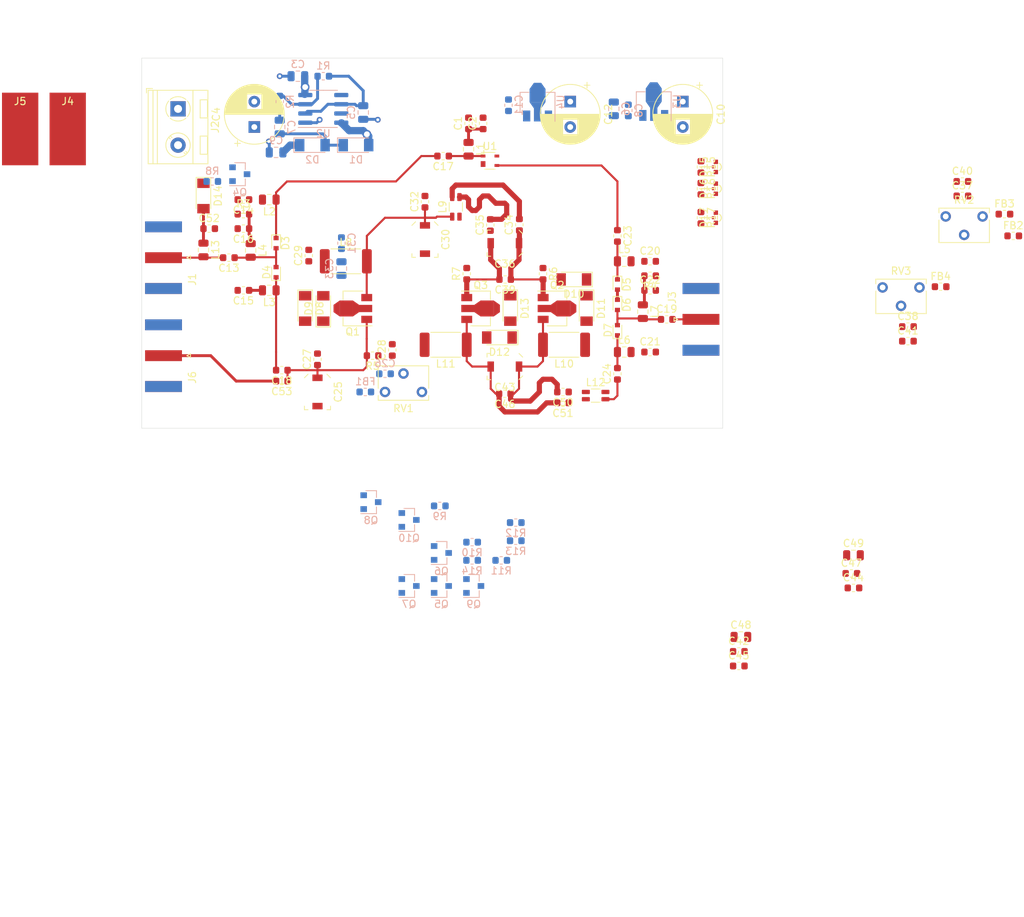
<source format=kicad_pcb>
(kicad_pcb (version 20171130) (host pcbnew 5.1.5-5.1.5)

  (general
    (thickness 1.6)
    (drawings 13)
    (tracks 174)
    (zones 0)
    (modules 127)
    (nets 63)
  )

  (page A4)
  (layers
    (0 F.Cu signal)
    (1 In1.Cu power hide)
    (2 In2.Cu power hide)
    (31 B.Cu signal)
    (32 B.Adhes user)
    (33 F.Adhes user)
    (34 B.Paste user)
    (35 F.Paste user)
    (36 B.SilkS user hide)
    (37 F.SilkS user hide)
    (38 B.Mask user)
    (39 F.Mask user)
    (40 Dwgs.User user)
    (41 Cmts.User user)
    (42 Eco1.User user)
    (43 Eco2.User user)
    (44 Edge.Cuts user)
    (45 Margin user)
    (46 B.CrtYd user)
    (47 F.CrtYd user)
    (48 B.Fab user hide)
    (49 F.Fab user hide)
  )

  (setup
    (last_trace_width 0.4)
    (user_trace_width 0.254)
    (user_trace_width 0.2856)
    (user_trace_width 0.4)
    (user_trace_width 0.71)
    (user_trace_width 1)
    (trace_clearance 0.4)
    (zone_clearance 0.508)
    (zone_45_only no)
    (trace_min 0.1)
    (via_size 0.8)
    (via_drill 0.4)
    (via_min_size 0.4)
    (via_min_drill 0.2)
    (uvia_size 0.3)
    (uvia_drill 0.1)
    (uvias_allowed no)
    (uvia_min_size 0.2)
    (uvia_min_drill 0.1)
    (edge_width 0.05)
    (segment_width 0.2)
    (pcb_text_width 0.3)
    (pcb_text_size 1.5 1.5)
    (mod_edge_width 0.12)
    (mod_text_size 1 1)
    (mod_text_width 0.15)
    (pad_size 1.524 1.524)
    (pad_drill 0.762)
    (pad_to_mask_clearance 0.051)
    (solder_mask_min_width 0.25)
    (aux_axis_origin 0 0)
    (visible_elements FFFFFF7F)
    (pcbplotparams
      (layerselection 0x010fc_ffffffff)
      (usegerberextensions false)
      (usegerberattributes false)
      (usegerberadvancedattributes false)
      (creategerberjobfile false)
      (excludeedgelayer true)
      (linewidth 0.100000)
      (plotframeref false)
      (viasonmask false)
      (mode 1)
      (useauxorigin false)
      (hpglpennumber 1)
      (hpglpenspeed 20)
      (hpglpendiameter 15.000000)
      (psnegative false)
      (psa4output false)
      (plotreference true)
      (plotvalue true)
      (plotinvisibletext false)
      (padsonsilk false)
      (subtractmaskfromsilk false)
      (outputformat 1)
      (mirror false)
      (drillshape 1)
      (scaleselection 1)
      (outputdirectory ""))
  )

  (net 0 "")
  (net 1 GND)
  (net 2 +12V)
  (net 3 "Net-(C5-Pad1)")
  (net 4 "Net-(C7-Pad2)")
  (net 5 "Net-(C7-Pad1)")
  (net 6 +24V)
  (net 7 +5V)
  (net 8 +5VA)
  (net 9 /50R_IN)
  (net 10 "/TRX Diode Switch/50R_TRX")
  (net 11 "/Antenna Diode Switch/LNA_PIN_BIAS")
  (net 12 "/Antenna Diode Switch/PA_PIN_BIAS")
  (net 13 "Net-(C16-Pad1)")
  (net 14 "/TRX Diode Switch/50R_TRX_LNA")
  (net 15 "/TRX Diode Switch/RF_IN_LNA")
  (net 16 "/TRX Diode Switch/50R_TRX_PA")
  (net 17 "/TX Preamplifier/RF_IN")
  (net 18 /50R_OUT)
  (net 19 "/Antenna Diode Switch/50R_ANT")
  (net 20 "Net-(C22-Pad1)")
  (net 21 "/Antenna Diode Switch/50R_ANT_LNA")
  (net 22 /LNA/RF_IN)
  (net 23 "/Antenna Diode Switch/50R_ANT_PA")
  (net 24 /50R_PA_TO_SW)
  (net 25 "Net-(C26-Pad1)")
  (net 26 "/TX Power Stage/RF_IN")
  (net 27 "/TX Power Stage/25R_PA_P_IN_DC")
  (net 28 "/TX Power Stage/25R_PA_P_IN")
  (net 29 "/TX Power Stage/25R_PA_N_IN_DC")
  (net 30 "/TX Power Stage/25R_PA_N_IN")
  (net 31 "/TX Power Stage/Bias_P")
  (net 32 "/TX Power Stage/Bias_N")
  (net 33 "/TX Power Stage/25R_PA_P_OUT")
  (net 34 "/TX Power Stage/25R_PA_N_OUT")
  (net 35 "/TX Power Stage/25R_PA_N_OUT_DC")
  (net 36 "/TX Power Stage/25R_PA_P_OUT_DC")
  (net 37 "Net-(C52-Pad1)")
  (net 38 "Net-(D5-Pad2)")
  (net 39 "Net-(D8-Pad2)")
  (net 40 "Net-(D8-Pad1)")
  (net 41 "Net-(D10-Pad2)")
  (net 42 "Net-(D10-Pad1)")
  (net 43 "Net-(D12-Pad2)")
  (net 44 "Net-(D12-Pad1)")
  (net 45 "Net-(D14-Pad1)")
  (net 46 "Net-(FB1-Pad1)")
  (net 47 "Net-(FB2-Pad2)")
  (net 48 "Net-(FB3-Pad1)")
  (net 49 "Net-(FB4-Pad1)")
  (net 50 "Net-(Q4-Pad3)")
  (net 51 "Net-(Q4-Pad1)")
  (net 52 "/PTT Control/12V_TX")
  (net 53 "/PTT Control/12V_RX")
  (net 54 "Net-(Q9-Pad1)")
  (net 55 "Net-(Q10-Pad1)")
  (net 56 "Net-(R1-Pad2)")
  (net 57 /5V_RX)
  (net 58 /5V_TX)
  (net 59 "Net-(D15-Pad2)")
  (net 60 "Net-(D16-Pad2)")
  (net 61 "Net-(D17-Pad2)")
  (net 62 /50R_IN_TXONLY)

  (net_class Default "Dies ist die voreingestellte Netzklasse."
    (clearance 0.4)
    (trace_width 0.4)
    (via_dia 0.8)
    (via_drill 0.4)
    (uvia_dia 0.3)
    (uvia_drill 0.1)
    (add_net /5V_RX)
    (add_net /5V_TX)
    (add_net "/Antenna Diode Switch/LNA_PIN_BIAS")
    (add_net "/Antenna Diode Switch/PA_PIN_BIAS")
    (add_net "/PTT Control/12V_RX")
    (add_net "/PTT Control/12V_TX")
    (add_net "/TX Power Stage/Bias_N")
    (add_net "/TX Power Stage/Bias_P")
    (add_net GND)
    (add_net "Net-(C16-Pad1)")
    (add_net "Net-(C22-Pad1)")
    (add_net "Net-(C26-Pad1)")
    (add_net "Net-(C5-Pad1)")
    (add_net "Net-(C52-Pad1)")
    (add_net "Net-(C7-Pad1)")
    (add_net "Net-(C7-Pad2)")
    (add_net "Net-(D10-Pad1)")
    (add_net "Net-(D10-Pad2)")
    (add_net "Net-(D12-Pad1)")
    (add_net "Net-(D12-Pad2)")
    (add_net "Net-(D14-Pad1)")
    (add_net "Net-(D15-Pad2)")
    (add_net "Net-(D16-Pad2)")
    (add_net "Net-(D17-Pad2)")
    (add_net "Net-(D5-Pad2)")
    (add_net "Net-(D8-Pad1)")
    (add_net "Net-(D8-Pad2)")
    (add_net "Net-(FB1-Pad1)")
    (add_net "Net-(FB2-Pad2)")
    (add_net "Net-(FB3-Pad1)")
    (add_net "Net-(FB4-Pad1)")
    (add_net "Net-(Q10-Pad1)")
    (add_net "Net-(Q4-Pad1)")
    (add_net "Net-(Q4-Pad3)")
    (add_net "Net-(Q9-Pad1)")
    (add_net "Net-(R1-Pad2)")
    (add_net "Net-(U2-Pad5)")
    (add_net "Net-(U2-Pad7)")
  )

  (net_class 25R ""
    (clearance 1)
    (trace_width 0.71)
    (via_dia 0.8)
    (via_drill 0.4)
    (uvia_dia 0.3)
    (uvia_drill 0.1)
    (add_net "/TX Power Stage/25R_PA_N_IN")
    (add_net "/TX Power Stage/25R_PA_N_IN_DC")
    (add_net "/TX Power Stage/25R_PA_N_OUT")
    (add_net "/TX Power Stage/25R_PA_N_OUT_DC")
    (add_net "/TX Power Stage/25R_PA_P_IN")
    (add_net "/TX Power Stage/25R_PA_P_IN_DC")
    (add_net "/TX Power Stage/25R_PA_P_OUT")
    (add_net "/TX Power Stage/25R_PA_P_OUT_DC")
  )

  (net_class 50R ""
    (clearance 1)
    (trace_width 0.2856)
    (via_dia 0.8)
    (via_drill 0.4)
    (uvia_dia 0.3)
    (uvia_drill 0.1)
    (add_net /50R_IN)
    (add_net /50R_IN_TXONLY)
    (add_net /50R_OUT)
    (add_net /50R_PA_TO_SW)
    (add_net "/Antenna Diode Switch/50R_ANT")
    (add_net "/Antenna Diode Switch/50R_ANT_LNA")
    (add_net "/Antenna Diode Switch/50R_ANT_PA")
    (add_net /LNA/RF_IN)
    (add_net "/TRX Diode Switch/50R_TRX")
    (add_net "/TRX Diode Switch/50R_TRX_LNA")
    (add_net "/TRX Diode Switch/50R_TRX_PA")
    (add_net "/TRX Diode Switch/RF_IN_LNA")
    (add_net "/TX Power Stage/RF_IN")
    (add_net "/TX Preamplifier/RF_IN")
  )

  (net_class Power ""
    (clearance 0.5)
    (trace_width 1)
    (via_dia 1.2)
    (via_drill 0.8)
    (uvia_dia 0.3)
    (uvia_drill 0.1)
    (add_net +12V)
    (add_net +24V)
    (add_net +5V)
    (add_net +5VA)
  )

  (module Connector_Coaxial:SMA_Amphenol_132289_EdgeMount (layer F.Cu) (tedit 5A1C1810) (tstamp 5F712799)
    (at 53 91 180)
    (descr http://www.amphenolrf.com/132289.html)
    (tags SMA)
    (path /5F710C19)
    (attr smd)
    (fp_text reference J6 (at -3.96 -3 90) (layer F.SilkS)
      (effects (font (size 1 1) (thickness 0.15)))
    )
    (fp_text value CONN_TXONLY (at 5 6) (layer F.Fab)
      (effects (font (size 1 1) (thickness 0.15)))
    )
    (fp_line (start -1.91 5.08) (end 4.445 5.08) (layer F.Fab) (width 0.1))
    (fp_line (start -1.91 3.81) (end -1.91 5.08) (layer F.Fab) (width 0.1))
    (fp_line (start 2.54 3.81) (end -1.91 3.81) (layer F.Fab) (width 0.1))
    (fp_line (start 2.54 -3.81) (end 2.54 3.81) (layer F.Fab) (width 0.1))
    (fp_line (start -1.91 -3.81) (end 2.54 -3.81) (layer F.Fab) (width 0.1))
    (fp_line (start -1.91 -5.08) (end -1.91 -3.81) (layer F.Fab) (width 0.1))
    (fp_line (start -1.91 -5.08) (end 4.445 -5.08) (layer F.Fab) (width 0.1))
    (fp_line (start 4.445 -3.81) (end 4.445 -5.08) (layer F.Fab) (width 0.1))
    (fp_line (start 4.445 5.08) (end 4.445 3.81) (layer F.Fab) (width 0.1))
    (fp_line (start 13.97 3.81) (end 4.445 3.81) (layer F.Fab) (width 0.1))
    (fp_line (start 13.97 -3.81) (end 13.97 3.81) (layer F.Fab) (width 0.1))
    (fp_line (start 4.445 -3.81) (end 13.97 -3.81) (layer F.Fab) (width 0.1))
    (fp_line (start -3.04 5.58) (end -3.04 -5.58) (layer B.CrtYd) (width 0.05))
    (fp_line (start 14.47 5.58) (end -3.04 5.58) (layer B.CrtYd) (width 0.05))
    (fp_line (start 14.47 -5.58) (end 14.47 5.58) (layer B.CrtYd) (width 0.05))
    (fp_line (start 14.47 -5.58) (end -3.04 -5.58) (layer B.CrtYd) (width 0.05))
    (fp_line (start -3.04 5.58) (end -3.04 -5.58) (layer F.CrtYd) (width 0.05))
    (fp_line (start 14.47 5.58) (end -3.04 5.58) (layer F.CrtYd) (width 0.05))
    (fp_line (start 14.47 -5.58) (end 14.47 5.58) (layer F.CrtYd) (width 0.05))
    (fp_line (start 14.47 -5.58) (end -3.04 -5.58) (layer F.CrtYd) (width 0.05))
    (fp_text user %R (at 4.79 0 270) (layer F.Fab)
      (effects (font (size 1 1) (thickness 0.15)))
    )
    (fp_line (start 2.54 -0.75) (end 3.54 0) (layer F.Fab) (width 0.1))
    (fp_line (start 3.54 0) (end 2.54 0.75) (layer F.Fab) (width 0.1))
    (fp_line (start -3.21 0) (end -3.71 -0.25) (layer F.SilkS) (width 0.12))
    (fp_line (start -3.71 -0.25) (end -3.71 0.25) (layer F.SilkS) (width 0.12))
    (fp_line (start -3.71 0.25) (end -3.21 0) (layer F.SilkS) (width 0.12))
    (pad 1 smd rect (at 0 0 270) (size 1.5 5.08) (layers F.Cu F.Paste F.Mask)
      (net 62 /50R_IN_TXONLY))
    (pad 2 smd rect (at 0 -4.25 270) (size 1.5 5.08) (layers F.Cu F.Paste F.Mask)
      (net 1 GND))
    (pad 2 smd rect (at 0 4.25 270) (size 1.5 5.08) (layers F.Cu F.Paste F.Mask)
      (net 1 GND))
    (pad 2 smd rect (at 0 -4.25 270) (size 1.5 5.08) (layers B.Cu B.Paste B.Mask)
      (net 1 GND))
    (pad 2 smd rect (at 0 4.25 270) (size 1.5 5.08) (layers B.Cu B.Paste B.Mask)
      (net 1 GND))
    (model ${KISYS3DMOD}/Connector_Coaxial.3dshapes/SMA_Amphenol_132289_EdgeMount.wrl
      (at (xyz 0 0 0))
      (scale (xyz 1 1 1))
      (rotate (xyz 0 0 0))
    )
  )

  (module Capacitor_SMD:C_0603_1608Metric (layer F.Cu) (tedit 5B301BBE) (tstamp 5F7122C6)
    (at 69.2875 94.5 180)
    (descr "Capacitor SMD 0603 (1608 Metric), square (rectangular) end terminal, IPC_7351 nominal, (Body size source: http://www.tortai-tech.com/upload/download/2011102023233369053.pdf), generated with kicad-footprint-generator")
    (tags capacitor)
    (path /5F1CEB90/5F715464)
    (attr smd)
    (fp_text reference C53 (at 0 -1.43) (layer F.SilkS)
      (effects (font (size 1 1) (thickness 0.15)))
    )
    (fp_text value 1nF (at 0 1.43) (layer F.Fab)
      (effects (font (size 1 1) (thickness 0.15)))
    )
    (fp_text user %R (at 0 0) (layer F.Fab)
      (effects (font (size 0.4 0.4) (thickness 0.06)))
    )
    (fp_line (start 1.48 0.73) (end -1.48 0.73) (layer F.CrtYd) (width 0.05))
    (fp_line (start 1.48 -0.73) (end 1.48 0.73) (layer F.CrtYd) (width 0.05))
    (fp_line (start -1.48 -0.73) (end 1.48 -0.73) (layer F.CrtYd) (width 0.05))
    (fp_line (start -1.48 0.73) (end -1.48 -0.73) (layer F.CrtYd) (width 0.05))
    (fp_line (start -0.162779 0.51) (end 0.162779 0.51) (layer F.SilkS) (width 0.12))
    (fp_line (start -0.162779 -0.51) (end 0.162779 -0.51) (layer F.SilkS) (width 0.12))
    (fp_line (start 0.8 0.4) (end -0.8 0.4) (layer F.Fab) (width 0.1))
    (fp_line (start 0.8 -0.4) (end 0.8 0.4) (layer F.Fab) (width 0.1))
    (fp_line (start -0.8 -0.4) (end 0.8 -0.4) (layer F.Fab) (width 0.1))
    (fp_line (start -0.8 0.4) (end -0.8 -0.4) (layer F.Fab) (width 0.1))
    (pad 2 smd roundrect (at 0.7875 0 180) (size 0.875 0.95) (layers F.Cu F.Paste F.Mask) (roundrect_rratio 0.25)
      (net 62 /50R_IN_TXONLY))
    (pad 1 smd roundrect (at -0.7875 0 180) (size 0.875 0.95) (layers F.Cu F.Paste F.Mask) (roundrect_rratio 0.25)
      (net 17 "/TX Preamplifier/RF_IN"))
    (model ${KISYS3DMOD}/Capacitor_SMD.3dshapes/C_0603_1608Metric.wrl
      (at (xyz 0 0 0))
      (scale (xyz 1 1 1))
      (rotate (xyz 0 0 0))
    )
  )

  (module Package_TO_SOT_SMD:SOT-89-3 (layer F.Cu) (tedit 5A02FF57) (tstamp 5F5D513A)
    (at 96.23 84.5)
    (descr SOT-89-3)
    (tags SOT-89-3)
    (path /5F1CEF94/5F2DB79C)
    (attr smd)
    (fp_text reference Q3 (at 0.45 -3.2) (layer F.SilkS)
      (effects (font (size 1 1) (thickness 0.15)))
    )
    (fp_text value AFT05MS004N (at 0.45 3.25) (layer F.Fab)
      (effects (font (size 1 1) (thickness 0.15)))
    )
    (fp_line (start -2.48 2.55) (end -2.48 -2.55) (layer F.CrtYd) (width 0.05))
    (fp_line (start -2.48 2.55) (end 3.23 2.55) (layer F.CrtYd) (width 0.05))
    (fp_line (start 3.23 -2.55) (end -2.48 -2.55) (layer F.CrtYd) (width 0.05))
    (fp_line (start 3.23 -2.55) (end 3.23 2.55) (layer F.CrtYd) (width 0.05))
    (fp_line (start -0.13 -2.3) (end 1.68 -2.3) (layer F.Fab) (width 0.1))
    (fp_line (start -0.92 2.3) (end -0.92 -1.51) (layer F.Fab) (width 0.1))
    (fp_line (start 1.68 2.3) (end -0.92 2.3) (layer F.Fab) (width 0.1))
    (fp_line (start 1.68 -2.3) (end 1.68 2.3) (layer F.Fab) (width 0.1))
    (fp_line (start -0.92 -1.51) (end -0.13 -2.3) (layer F.Fab) (width 0.1))
    (fp_line (start 1.78 -2.4) (end 1.78 -1.2) (layer F.SilkS) (width 0.12))
    (fp_line (start -2.22 -2.4) (end 1.78 -2.4) (layer F.SilkS) (width 0.12))
    (fp_line (start 1.78 2.4) (end -0.92 2.4) (layer F.SilkS) (width 0.12))
    (fp_line (start 1.78 1.2) (end 1.78 2.4) (layer F.SilkS) (width 0.12))
    (fp_text user %R (at 0.38 0 90) (layer F.Fab)
      (effects (font (size 0.6 0.6) (thickness 0.09)))
    )
    (pad 2 smd trapezoid (at -0.0762 0 90) (size 1.5 1) (rect_delta 0 0.7 ) (layers F.Cu F.Paste F.Mask)
      (net 1 GND))
    (pad 2 smd rect (at 1.3335 0 270) (size 2.2 1.84) (layers F.Cu F.Paste F.Mask)
      (net 1 GND))
    (pad 3 smd rect (at -1.48 1.5 270) (size 1 1.5) (layers F.Cu F.Paste F.Mask)
      (net 33 "/TX Power Stage/25R_PA_P_OUT"))
    (pad 2 smd rect (at -1.3335 0 270) (size 1 1.8) (layers F.Cu F.Paste F.Mask)
      (net 1 GND))
    (pad 1 smd rect (at -1.48 -1.5 270) (size 1 1.5) (layers F.Cu F.Paste F.Mask)
      (net 30 "/TX Power Stage/25R_PA_N_IN"))
    (pad 2 smd trapezoid (at 2.667 0 270) (size 1.6 0.85) (rect_delta 0 0.6 ) (layers F.Cu F.Paste F.Mask)
      (net 1 GND))
    (model ${KISYS3DMOD}/Package_TO_SOT_SMD.3dshapes/SOT-89-3.wrl
      (at (xyz 0 0 0))
      (scale (xyz 1 1 1))
      (rotate (xyz 0 0 0))
    )
  )

  (module Package_TO_SOT_SMD:SOT-89-3 (layer F.Cu) (tedit 5A02FF57) (tstamp 5F5D5128)
    (at 106.75 84.5)
    (descr SOT-89-3)
    (tags SOT-89-3)
    (path /5F1CEF94/5F241898)
    (attr smd)
    (fp_text reference Q2 (at 0.45 -3.2) (layer F.SilkS)
      (effects (font (size 1 1) (thickness 0.15)))
    )
    (fp_text value AFT05MS004N (at 0.45 3.25) (layer F.Fab)
      (effects (font (size 1 1) (thickness 0.15)))
    )
    (fp_line (start -2.48 2.55) (end -2.48 -2.55) (layer F.CrtYd) (width 0.05))
    (fp_line (start -2.48 2.55) (end 3.23 2.55) (layer F.CrtYd) (width 0.05))
    (fp_line (start 3.23 -2.55) (end -2.48 -2.55) (layer F.CrtYd) (width 0.05))
    (fp_line (start 3.23 -2.55) (end 3.23 2.55) (layer F.CrtYd) (width 0.05))
    (fp_line (start -0.13 -2.3) (end 1.68 -2.3) (layer F.Fab) (width 0.1))
    (fp_line (start -0.92 2.3) (end -0.92 -1.51) (layer F.Fab) (width 0.1))
    (fp_line (start 1.68 2.3) (end -0.92 2.3) (layer F.Fab) (width 0.1))
    (fp_line (start 1.68 -2.3) (end 1.68 2.3) (layer F.Fab) (width 0.1))
    (fp_line (start -0.92 -1.51) (end -0.13 -2.3) (layer F.Fab) (width 0.1))
    (fp_line (start 1.78 -2.4) (end 1.78 -1.2) (layer F.SilkS) (width 0.12))
    (fp_line (start -2.22 -2.4) (end 1.78 -2.4) (layer F.SilkS) (width 0.12))
    (fp_line (start 1.78 2.4) (end -0.92 2.4) (layer F.SilkS) (width 0.12))
    (fp_line (start 1.78 1.2) (end 1.78 2.4) (layer F.SilkS) (width 0.12))
    (fp_text user %R (at 0.38 0 90) (layer F.Fab)
      (effects (font (size 0.6 0.6) (thickness 0.09)))
    )
    (pad 2 smd trapezoid (at -0.0762 0 90) (size 1.5 1) (rect_delta 0 0.7 ) (layers F.Cu F.Paste F.Mask)
      (net 1 GND))
    (pad 2 smd rect (at 1.3335 0 270) (size 2.2 1.84) (layers F.Cu F.Paste F.Mask)
      (net 1 GND))
    (pad 3 smd rect (at -1.48 1.5 270) (size 1 1.5) (layers F.Cu F.Paste F.Mask)
      (net 34 "/TX Power Stage/25R_PA_N_OUT"))
    (pad 2 smd rect (at -1.3335 0 270) (size 1 1.8) (layers F.Cu F.Paste F.Mask)
      (net 1 GND))
    (pad 1 smd rect (at -1.48 -1.5 270) (size 1 1.5) (layers F.Cu F.Paste F.Mask)
      (net 28 "/TX Power Stage/25R_PA_P_IN"))
    (pad 2 smd trapezoid (at 2.667 0 270) (size 1.6 0.85) (rect_delta 0 0.6 ) (layers F.Cu F.Paste F.Mask)
      (net 1 GND))
    (model ${KISYS3DMOD}/Package_TO_SOT_SMD.3dshapes/SOT-89-3.wrl
      (at (xyz 0 0 0))
      (scale (xyz 1 1 1))
      (rotate (xyz 0 0 0))
    )
  )

  (module Package_TO_SOT_SMD:SOT-89-3 (layer F.Cu) (tedit 5A02FF57) (tstamp 5F5D5116)
    (at 79.5 84.5 180)
    (descr SOT-89-3)
    (tags SOT-89-3)
    (path /5F1CEEEE/5F1DCEC6)
    (attr smd)
    (fp_text reference Q1 (at 0.45 -3.2) (layer F.SilkS)
      (effects (font (size 1 1) (thickness 0.15)))
    )
    (fp_text value AFT05MS004N (at 0.45 3.25) (layer F.Fab)
      (effects (font (size 1 1) (thickness 0.15)))
    )
    (fp_line (start -2.48 2.55) (end -2.48 -2.55) (layer F.CrtYd) (width 0.05))
    (fp_line (start -2.48 2.55) (end 3.23 2.55) (layer F.CrtYd) (width 0.05))
    (fp_line (start 3.23 -2.55) (end -2.48 -2.55) (layer F.CrtYd) (width 0.05))
    (fp_line (start 3.23 -2.55) (end 3.23 2.55) (layer F.CrtYd) (width 0.05))
    (fp_line (start -0.13 -2.3) (end 1.68 -2.3) (layer F.Fab) (width 0.1))
    (fp_line (start -0.92 2.3) (end -0.92 -1.51) (layer F.Fab) (width 0.1))
    (fp_line (start 1.68 2.3) (end -0.92 2.3) (layer F.Fab) (width 0.1))
    (fp_line (start 1.68 -2.3) (end 1.68 2.3) (layer F.Fab) (width 0.1))
    (fp_line (start -0.92 -1.51) (end -0.13 -2.3) (layer F.Fab) (width 0.1))
    (fp_line (start 1.78 -2.4) (end 1.78 -1.2) (layer F.SilkS) (width 0.12))
    (fp_line (start -2.22 -2.4) (end 1.78 -2.4) (layer F.SilkS) (width 0.12))
    (fp_line (start 1.78 2.4) (end -0.92 2.4) (layer F.SilkS) (width 0.12))
    (fp_line (start 1.78 1.2) (end 1.78 2.4) (layer F.SilkS) (width 0.12))
    (fp_text user %R (at 0.38 0 90) (layer F.Fab)
      (effects (font (size 0.6 0.6) (thickness 0.09)))
    )
    (pad 2 smd trapezoid (at -0.0762 0 270) (size 1.5 1) (rect_delta 0 0.7 ) (layers F.Cu F.Paste F.Mask)
      (net 1 GND))
    (pad 2 smd rect (at 1.3335 0 90) (size 2.2 1.84) (layers F.Cu F.Paste F.Mask)
      (net 1 GND))
    (pad 3 smd rect (at -1.48 1.5 90) (size 1 1.5) (layers F.Cu F.Paste F.Mask)
      (net 26 "/TX Power Stage/RF_IN"))
    (pad 2 smd rect (at -1.3335 0 90) (size 1 1.8) (layers F.Cu F.Paste F.Mask)
      (net 1 GND))
    (pad 1 smd rect (at -1.48 -1.5 90) (size 1 1.5) (layers F.Cu F.Paste F.Mask)
      (net 17 "/TX Preamplifier/RF_IN"))
    (pad 2 smd trapezoid (at 2.667 0 90) (size 1.6 0.85) (rect_delta 0 0.6 ) (layers F.Cu F.Paste F.Mask)
      (net 1 GND))
    (model ${KISYS3DMOD}/Package_TO_SOT_SMD.3dshapes/SOT-89-3.wrl
      (at (xyz 0 0 0))
      (scale (xyz 1 1 1))
      (rotate (xyz 0 0 0))
    )
  )

  (module Diode_SMD:D_MiniMELF (layer F.Cu) (tedit 5905D8F5) (tstamp 5F61BFC9)
    (at 58.5 69 270)
    (descr "Diode Mini-MELF")
    (tags "Diode Mini-MELF")
    (path /5F189F7F/5F62F037)
    (attr smd)
    (fp_text reference D14 (at 0 -2 90) (layer F.SilkS)
      (effects (font (size 1 1) (thickness 0.15)))
    )
    (fp_text value LL4148 (at 0 1.75 90) (layer F.Fab)
      (effects (font (size 1 1) (thickness 0.15)))
    )
    (fp_line (start -2.65 1.1) (end -2.65 -1.1) (layer F.CrtYd) (width 0.05))
    (fp_line (start 2.65 1.1) (end -2.65 1.1) (layer F.CrtYd) (width 0.05))
    (fp_line (start 2.65 -1.1) (end 2.65 1.1) (layer F.CrtYd) (width 0.05))
    (fp_line (start -2.65 -1.1) (end 2.65 -1.1) (layer F.CrtYd) (width 0.05))
    (fp_line (start -0.75 0) (end -0.35 0) (layer F.Fab) (width 0.1))
    (fp_line (start -0.35 0) (end -0.35 -0.55) (layer F.Fab) (width 0.1))
    (fp_line (start -0.35 0) (end -0.35 0.55) (layer F.Fab) (width 0.1))
    (fp_line (start -0.35 0) (end 0.25 -0.4) (layer F.Fab) (width 0.1))
    (fp_line (start 0.25 -0.4) (end 0.25 0.4) (layer F.Fab) (width 0.1))
    (fp_line (start 0.25 0.4) (end -0.35 0) (layer F.Fab) (width 0.1))
    (fp_line (start 0.25 0) (end 0.75 0) (layer F.Fab) (width 0.1))
    (fp_line (start -1.65 -0.8) (end 1.65 -0.8) (layer F.Fab) (width 0.1))
    (fp_line (start -1.65 0.8) (end -1.65 -0.8) (layer F.Fab) (width 0.1))
    (fp_line (start 1.65 0.8) (end -1.65 0.8) (layer F.Fab) (width 0.1))
    (fp_line (start 1.65 -0.8) (end 1.65 0.8) (layer F.Fab) (width 0.1))
    (fp_line (start -2.55 1) (end 1.75 1) (layer F.SilkS) (width 0.12))
    (fp_line (start -2.55 -1) (end -2.55 1) (layer F.SilkS) (width 0.12))
    (fp_line (start 1.75 -1) (end -2.55 -1) (layer F.SilkS) (width 0.12))
    (fp_text user %R (at 0 -2 90) (layer F.Fab)
      (effects (font (size 1 1) (thickness 0.15)))
    )
    (pad 2 smd rect (at 1.75 0 270) (size 1.3 1.7) (layers F.Cu F.Paste F.Mask)
      (net 37 "Net-(C52-Pad1)"))
    (pad 1 smd rect (at -1.75 0 270) (size 1.3 1.7) (layers F.Cu F.Paste F.Mask)
      (net 45 "Net-(D14-Pad1)"))
    (model ${KISYS3DMOD}/Diode_SMD.3dshapes/D_MiniMELF.wrl
      (at (xyz 0 0 0))
      (scale (xyz 1 1 1))
      (rotate (xyz 0 0 0))
    )
  )

  (module Diode_SMD:D_MiniMELF (layer F.Cu) (tedit 5905D8F5) (tstamp 5F61BFB0)
    (at 100.75 84.5 270)
    (descr "Diode Mini-MELF")
    (tags "Diode Mini-MELF")
    (path /5F1CEF94/5F638834)
    (attr smd)
    (fp_text reference D13 (at 0 -2 90) (layer F.SilkS)
      (effects (font (size 1 1) (thickness 0.15)))
    )
    (fp_text value LL4148 (at 0 1.75 90) (layer F.Fab)
      (effects (font (size 1 1) (thickness 0.15)))
    )
    (fp_line (start -2.65 1.1) (end -2.65 -1.1) (layer F.CrtYd) (width 0.05))
    (fp_line (start 2.65 1.1) (end -2.65 1.1) (layer F.CrtYd) (width 0.05))
    (fp_line (start 2.65 -1.1) (end 2.65 1.1) (layer F.CrtYd) (width 0.05))
    (fp_line (start -2.65 -1.1) (end 2.65 -1.1) (layer F.CrtYd) (width 0.05))
    (fp_line (start -0.75 0) (end -0.35 0) (layer F.Fab) (width 0.1))
    (fp_line (start -0.35 0) (end -0.35 -0.55) (layer F.Fab) (width 0.1))
    (fp_line (start -0.35 0) (end -0.35 0.55) (layer F.Fab) (width 0.1))
    (fp_line (start -0.35 0) (end 0.25 -0.4) (layer F.Fab) (width 0.1))
    (fp_line (start 0.25 -0.4) (end 0.25 0.4) (layer F.Fab) (width 0.1))
    (fp_line (start 0.25 0.4) (end -0.35 0) (layer F.Fab) (width 0.1))
    (fp_line (start 0.25 0) (end 0.75 0) (layer F.Fab) (width 0.1))
    (fp_line (start -1.65 -0.8) (end 1.65 -0.8) (layer F.Fab) (width 0.1))
    (fp_line (start -1.65 0.8) (end -1.65 -0.8) (layer F.Fab) (width 0.1))
    (fp_line (start 1.65 0.8) (end -1.65 0.8) (layer F.Fab) (width 0.1))
    (fp_line (start 1.65 -0.8) (end 1.65 0.8) (layer F.Fab) (width 0.1))
    (fp_line (start -2.55 1) (end 1.75 1) (layer F.SilkS) (width 0.12))
    (fp_line (start -2.55 -1) (end -2.55 1) (layer F.SilkS) (width 0.12))
    (fp_line (start 1.75 -1) (end -2.55 -1) (layer F.SilkS) (width 0.12))
    (fp_text user %R (at 0 -2 90) (layer F.Fab)
      (effects (font (size 1 1) (thickness 0.15)))
    )
    (pad 2 smd rect (at 1.75 0 270) (size 1.3 1.7) (layers F.Cu F.Paste F.Mask)
      (net 44 "Net-(D12-Pad1)"))
    (pad 1 smd rect (at -1.75 0 270) (size 1.3 1.7) (layers F.Cu F.Paste F.Mask)
      (net 1 GND))
    (model ${KISYS3DMOD}/Diode_SMD.3dshapes/D_MiniMELF.wrl
      (at (xyz 0 0 0))
      (scale (xyz 1 1 1))
      (rotate (xyz 0 0 0))
    )
  )

  (module Diode_SMD:D_MiniMELF (layer F.Cu) (tedit 5905D8F5) (tstamp 5F61BF97)
    (at 99.25 88.5 180)
    (descr "Diode Mini-MELF")
    (tags "Diode Mini-MELF")
    (path /5F1CEF94/5F63829E)
    (attr smd)
    (fp_text reference D12 (at 0 -2) (layer F.SilkS)
      (effects (font (size 1 1) (thickness 0.15)))
    )
    (fp_text value LL4148 (at 0 1.75) (layer F.Fab)
      (effects (font (size 1 1) (thickness 0.15)))
    )
    (fp_line (start -2.65 1.1) (end -2.65 -1.1) (layer F.CrtYd) (width 0.05))
    (fp_line (start 2.65 1.1) (end -2.65 1.1) (layer F.CrtYd) (width 0.05))
    (fp_line (start 2.65 -1.1) (end 2.65 1.1) (layer F.CrtYd) (width 0.05))
    (fp_line (start -2.65 -1.1) (end 2.65 -1.1) (layer F.CrtYd) (width 0.05))
    (fp_line (start -0.75 0) (end -0.35 0) (layer F.Fab) (width 0.1))
    (fp_line (start -0.35 0) (end -0.35 -0.55) (layer F.Fab) (width 0.1))
    (fp_line (start -0.35 0) (end -0.35 0.55) (layer F.Fab) (width 0.1))
    (fp_line (start -0.35 0) (end 0.25 -0.4) (layer F.Fab) (width 0.1))
    (fp_line (start 0.25 -0.4) (end 0.25 0.4) (layer F.Fab) (width 0.1))
    (fp_line (start 0.25 0.4) (end -0.35 0) (layer F.Fab) (width 0.1))
    (fp_line (start 0.25 0) (end 0.75 0) (layer F.Fab) (width 0.1))
    (fp_line (start -1.65 -0.8) (end 1.65 -0.8) (layer F.Fab) (width 0.1))
    (fp_line (start -1.65 0.8) (end -1.65 -0.8) (layer F.Fab) (width 0.1))
    (fp_line (start 1.65 0.8) (end -1.65 0.8) (layer F.Fab) (width 0.1))
    (fp_line (start 1.65 -0.8) (end 1.65 0.8) (layer F.Fab) (width 0.1))
    (fp_line (start -2.55 1) (end 1.75 1) (layer F.SilkS) (width 0.12))
    (fp_line (start -2.55 -1) (end -2.55 1) (layer F.SilkS) (width 0.12))
    (fp_line (start 1.75 -1) (end -2.55 -1) (layer F.SilkS) (width 0.12))
    (fp_text user %R (at 0 -2) (layer F.Fab)
      (effects (font (size 1 1) (thickness 0.15)))
    )
    (pad 2 smd rect (at 1.75 0 180) (size 1.3 1.7) (layers F.Cu F.Paste F.Mask)
      (net 43 "Net-(D12-Pad2)"))
    (pad 1 smd rect (at -1.75 0 180) (size 1.3 1.7) (layers F.Cu F.Paste F.Mask)
      (net 44 "Net-(D12-Pad1)"))
    (model ${KISYS3DMOD}/Diode_SMD.3dshapes/D_MiniMELF.wrl
      (at (xyz 0 0 0))
      (scale (xyz 1 1 1))
      (rotate (xyz 0 0 0))
    )
  )

  (module Diode_SMD:D_MiniMELF (layer F.Cu) (tedit 5905D8F5) (tstamp 5F61BF7E)
    (at 111.25 84.5 270)
    (descr "Diode Mini-MELF")
    (tags "Diode Mini-MELF")
    (path /5F1CEF94/5F638E05)
    (attr smd)
    (fp_text reference D11 (at 0 -2 90) (layer F.SilkS)
      (effects (font (size 1 1) (thickness 0.15)))
    )
    (fp_text value LL4148 (at 0 1.75 90) (layer F.Fab)
      (effects (font (size 1 1) (thickness 0.15)))
    )
    (fp_line (start -2.65 1.1) (end -2.65 -1.1) (layer F.CrtYd) (width 0.05))
    (fp_line (start 2.65 1.1) (end -2.65 1.1) (layer F.CrtYd) (width 0.05))
    (fp_line (start 2.65 -1.1) (end 2.65 1.1) (layer F.CrtYd) (width 0.05))
    (fp_line (start -2.65 -1.1) (end 2.65 -1.1) (layer F.CrtYd) (width 0.05))
    (fp_line (start -0.75 0) (end -0.35 0) (layer F.Fab) (width 0.1))
    (fp_line (start -0.35 0) (end -0.35 -0.55) (layer F.Fab) (width 0.1))
    (fp_line (start -0.35 0) (end -0.35 0.55) (layer F.Fab) (width 0.1))
    (fp_line (start -0.35 0) (end 0.25 -0.4) (layer F.Fab) (width 0.1))
    (fp_line (start 0.25 -0.4) (end 0.25 0.4) (layer F.Fab) (width 0.1))
    (fp_line (start 0.25 0.4) (end -0.35 0) (layer F.Fab) (width 0.1))
    (fp_line (start 0.25 0) (end 0.75 0) (layer F.Fab) (width 0.1))
    (fp_line (start -1.65 -0.8) (end 1.65 -0.8) (layer F.Fab) (width 0.1))
    (fp_line (start -1.65 0.8) (end -1.65 -0.8) (layer F.Fab) (width 0.1))
    (fp_line (start 1.65 0.8) (end -1.65 0.8) (layer F.Fab) (width 0.1))
    (fp_line (start 1.65 -0.8) (end 1.65 0.8) (layer F.Fab) (width 0.1))
    (fp_line (start -2.55 1) (end 1.75 1) (layer F.SilkS) (width 0.12))
    (fp_line (start -2.55 -1) (end -2.55 1) (layer F.SilkS) (width 0.12))
    (fp_line (start 1.75 -1) (end -2.55 -1) (layer F.SilkS) (width 0.12))
    (fp_text user %R (at 0 -2 90) (layer F.Fab)
      (effects (font (size 1 1) (thickness 0.15)))
    )
    (pad 2 smd rect (at 1.75 0 270) (size 1.3 1.7) (layers F.Cu F.Paste F.Mask)
      (net 42 "Net-(D10-Pad1)"))
    (pad 1 smd rect (at -1.75 0 270) (size 1.3 1.7) (layers F.Cu F.Paste F.Mask)
      (net 1 GND))
    (model ${KISYS3DMOD}/Diode_SMD.3dshapes/D_MiniMELF.wrl
      (at (xyz 0 0 0))
      (scale (xyz 1 1 1))
      (rotate (xyz 0 0 0))
    )
  )

  (module Diode_SMD:D_MiniMELF (layer F.Cu) (tedit 5905D8F5) (tstamp 5F61BF65)
    (at 109.5 80.5 180)
    (descr "Diode Mini-MELF")
    (tags "Diode Mini-MELF")
    (path /5F1CEF94/5F637865)
    (attr smd)
    (fp_text reference D10 (at 0 -2) (layer F.SilkS)
      (effects (font (size 1 1) (thickness 0.15)))
    )
    (fp_text value LL4148 (at 0 1.75) (layer F.Fab)
      (effects (font (size 1 1) (thickness 0.15)))
    )
    (fp_line (start -2.65 1.1) (end -2.65 -1.1) (layer F.CrtYd) (width 0.05))
    (fp_line (start 2.65 1.1) (end -2.65 1.1) (layer F.CrtYd) (width 0.05))
    (fp_line (start 2.65 -1.1) (end 2.65 1.1) (layer F.CrtYd) (width 0.05))
    (fp_line (start -2.65 -1.1) (end 2.65 -1.1) (layer F.CrtYd) (width 0.05))
    (fp_line (start -0.75 0) (end -0.35 0) (layer F.Fab) (width 0.1))
    (fp_line (start -0.35 0) (end -0.35 -0.55) (layer F.Fab) (width 0.1))
    (fp_line (start -0.35 0) (end -0.35 0.55) (layer F.Fab) (width 0.1))
    (fp_line (start -0.35 0) (end 0.25 -0.4) (layer F.Fab) (width 0.1))
    (fp_line (start 0.25 -0.4) (end 0.25 0.4) (layer F.Fab) (width 0.1))
    (fp_line (start 0.25 0.4) (end -0.35 0) (layer F.Fab) (width 0.1))
    (fp_line (start 0.25 0) (end 0.75 0) (layer F.Fab) (width 0.1))
    (fp_line (start -1.65 -0.8) (end 1.65 -0.8) (layer F.Fab) (width 0.1))
    (fp_line (start -1.65 0.8) (end -1.65 -0.8) (layer F.Fab) (width 0.1))
    (fp_line (start 1.65 0.8) (end -1.65 0.8) (layer F.Fab) (width 0.1))
    (fp_line (start 1.65 -0.8) (end 1.65 0.8) (layer F.Fab) (width 0.1))
    (fp_line (start -2.55 1) (end 1.75 1) (layer F.SilkS) (width 0.12))
    (fp_line (start -2.55 -1) (end -2.55 1) (layer F.SilkS) (width 0.12))
    (fp_line (start 1.75 -1) (end -2.55 -1) (layer F.SilkS) (width 0.12))
    (fp_text user %R (at 0 -2) (layer F.Fab)
      (effects (font (size 1 1) (thickness 0.15)))
    )
    (pad 2 smd rect (at 1.75 0 180) (size 1.3 1.7) (layers F.Cu F.Paste F.Mask)
      (net 41 "Net-(D10-Pad2)"))
    (pad 1 smd rect (at -1.75 0 180) (size 1.3 1.7) (layers F.Cu F.Paste F.Mask)
      (net 42 "Net-(D10-Pad1)"))
    (model ${KISYS3DMOD}/Diode_SMD.3dshapes/D_MiniMELF.wrl
      (at (xyz 0 0 0))
      (scale (xyz 1 1 1))
      (rotate (xyz 0 0 0))
    )
  )

  (module Diode_SMD:D_MiniMELF (layer F.Cu) (tedit 5905D8F5) (tstamp 5F61BF4C)
    (at 75 84.5 90)
    (descr "Diode Mini-MELF")
    (tags "Diode Mini-MELF")
    (path /5F1CEEEE/5F63284C)
    (attr smd)
    (fp_text reference D9 (at 0 -2 90) (layer F.SilkS)
      (effects (font (size 1 1) (thickness 0.15)))
    )
    (fp_text value LL4148 (at 0 1.75 90) (layer F.Fab)
      (effects (font (size 1 1) (thickness 0.15)))
    )
    (fp_line (start -2.65 1.1) (end -2.65 -1.1) (layer F.CrtYd) (width 0.05))
    (fp_line (start 2.65 1.1) (end -2.65 1.1) (layer F.CrtYd) (width 0.05))
    (fp_line (start 2.65 -1.1) (end 2.65 1.1) (layer F.CrtYd) (width 0.05))
    (fp_line (start -2.65 -1.1) (end 2.65 -1.1) (layer F.CrtYd) (width 0.05))
    (fp_line (start -0.75 0) (end -0.35 0) (layer F.Fab) (width 0.1))
    (fp_line (start -0.35 0) (end -0.35 -0.55) (layer F.Fab) (width 0.1))
    (fp_line (start -0.35 0) (end -0.35 0.55) (layer F.Fab) (width 0.1))
    (fp_line (start -0.35 0) (end 0.25 -0.4) (layer F.Fab) (width 0.1))
    (fp_line (start 0.25 -0.4) (end 0.25 0.4) (layer F.Fab) (width 0.1))
    (fp_line (start 0.25 0.4) (end -0.35 0) (layer F.Fab) (width 0.1))
    (fp_line (start 0.25 0) (end 0.75 0) (layer F.Fab) (width 0.1))
    (fp_line (start -1.65 -0.8) (end 1.65 -0.8) (layer F.Fab) (width 0.1))
    (fp_line (start -1.65 0.8) (end -1.65 -0.8) (layer F.Fab) (width 0.1))
    (fp_line (start 1.65 0.8) (end -1.65 0.8) (layer F.Fab) (width 0.1))
    (fp_line (start 1.65 -0.8) (end 1.65 0.8) (layer F.Fab) (width 0.1))
    (fp_line (start -2.55 1) (end 1.75 1) (layer F.SilkS) (width 0.12))
    (fp_line (start -2.55 -1) (end -2.55 1) (layer F.SilkS) (width 0.12))
    (fp_line (start 1.75 -1) (end -2.55 -1) (layer F.SilkS) (width 0.12))
    (fp_text user %R (at 0 -2 90) (layer F.Fab)
      (effects (font (size 1 1) (thickness 0.15)))
    )
    (pad 2 smd rect (at 1.75 0 90) (size 1.3 1.7) (layers F.Cu F.Paste F.Mask)
      (net 40 "Net-(D8-Pad1)"))
    (pad 1 smd rect (at -1.75 0 90) (size 1.3 1.7) (layers F.Cu F.Paste F.Mask)
      (net 1 GND))
    (model ${KISYS3DMOD}/Diode_SMD.3dshapes/D_MiniMELF.wrl
      (at (xyz 0 0 0))
      (scale (xyz 1 1 1))
      (rotate (xyz 0 0 0))
    )
  )

  (module Diode_SMD:D_MiniMELF (layer F.Cu) (tedit 5905D8F5) (tstamp 5F61BF33)
    (at 72.5 84.5 270)
    (descr "Diode Mini-MELF")
    (tags "Diode Mini-MELF")
    (path /5F1CEEEE/5F63123D)
    (attr smd)
    (fp_text reference D8 (at 0 -2 90) (layer F.SilkS)
      (effects (font (size 1 1) (thickness 0.15)))
    )
    (fp_text value LL4148 (at 0 1.75 90) (layer F.Fab)
      (effects (font (size 1 1) (thickness 0.15)))
    )
    (fp_line (start -2.65 1.1) (end -2.65 -1.1) (layer F.CrtYd) (width 0.05))
    (fp_line (start 2.65 1.1) (end -2.65 1.1) (layer F.CrtYd) (width 0.05))
    (fp_line (start 2.65 -1.1) (end 2.65 1.1) (layer F.CrtYd) (width 0.05))
    (fp_line (start -2.65 -1.1) (end 2.65 -1.1) (layer F.CrtYd) (width 0.05))
    (fp_line (start -0.75 0) (end -0.35 0) (layer F.Fab) (width 0.1))
    (fp_line (start -0.35 0) (end -0.35 -0.55) (layer F.Fab) (width 0.1))
    (fp_line (start -0.35 0) (end -0.35 0.55) (layer F.Fab) (width 0.1))
    (fp_line (start -0.35 0) (end 0.25 -0.4) (layer F.Fab) (width 0.1))
    (fp_line (start 0.25 -0.4) (end 0.25 0.4) (layer F.Fab) (width 0.1))
    (fp_line (start 0.25 0.4) (end -0.35 0) (layer F.Fab) (width 0.1))
    (fp_line (start 0.25 0) (end 0.75 0) (layer F.Fab) (width 0.1))
    (fp_line (start -1.65 -0.8) (end 1.65 -0.8) (layer F.Fab) (width 0.1))
    (fp_line (start -1.65 0.8) (end -1.65 -0.8) (layer F.Fab) (width 0.1))
    (fp_line (start 1.65 0.8) (end -1.65 0.8) (layer F.Fab) (width 0.1))
    (fp_line (start 1.65 -0.8) (end 1.65 0.8) (layer F.Fab) (width 0.1))
    (fp_line (start -2.55 1) (end 1.75 1) (layer F.SilkS) (width 0.12))
    (fp_line (start -2.55 -1) (end -2.55 1) (layer F.SilkS) (width 0.12))
    (fp_line (start 1.75 -1) (end -2.55 -1) (layer F.SilkS) (width 0.12))
    (fp_text user %R (at 0 -2 90) (layer F.Fab)
      (effects (font (size 1 1) (thickness 0.15)))
    )
    (pad 2 smd rect (at 1.75 0 270) (size 1.3 1.7) (layers F.Cu F.Paste F.Mask)
      (net 39 "Net-(D8-Pad2)"))
    (pad 1 smd rect (at -1.75 0 270) (size 1.3 1.7) (layers F.Cu F.Paste F.Mask)
      (net 40 "Net-(D8-Pad1)"))
    (model ${KISYS3DMOD}/Diode_SMD.3dshapes/D_MiniMELF.wrl
      (at (xyz 0 0 0))
      (scale (xyz 1 1 1))
      (rotate (xyz 0 0 0))
    )
  )

  (module Diode_SMD:D_MiniMELF (layer B.Cu) (tedit 5905D8F5) (tstamp 5F61BE34)
    (at 73.5 62)
    (descr "Diode Mini-MELF")
    (tags "Diode Mini-MELF")
    (path /5F17DF10/5F62C72F)
    (attr smd)
    (fp_text reference D2 (at 0 2) (layer B.SilkS)
      (effects (font (size 1 1) (thickness 0.15)) (justify mirror))
    )
    (fp_text value LL4148 (at 0 -1.75) (layer B.Fab)
      (effects (font (size 1 1) (thickness 0.15)) (justify mirror))
    )
    (fp_line (start -2.65 -1.1) (end -2.65 1.1) (layer B.CrtYd) (width 0.05))
    (fp_line (start 2.65 -1.1) (end -2.65 -1.1) (layer B.CrtYd) (width 0.05))
    (fp_line (start 2.65 1.1) (end 2.65 -1.1) (layer B.CrtYd) (width 0.05))
    (fp_line (start -2.65 1.1) (end 2.65 1.1) (layer B.CrtYd) (width 0.05))
    (fp_line (start -0.75 0) (end -0.35 0) (layer B.Fab) (width 0.1))
    (fp_line (start -0.35 0) (end -0.35 0.55) (layer B.Fab) (width 0.1))
    (fp_line (start -0.35 0) (end -0.35 -0.55) (layer B.Fab) (width 0.1))
    (fp_line (start -0.35 0) (end 0.25 0.4) (layer B.Fab) (width 0.1))
    (fp_line (start 0.25 0.4) (end 0.25 -0.4) (layer B.Fab) (width 0.1))
    (fp_line (start 0.25 -0.4) (end -0.35 0) (layer B.Fab) (width 0.1))
    (fp_line (start 0.25 0) (end 0.75 0) (layer B.Fab) (width 0.1))
    (fp_line (start -1.65 0.8) (end 1.65 0.8) (layer B.Fab) (width 0.1))
    (fp_line (start -1.65 -0.8) (end -1.65 0.8) (layer B.Fab) (width 0.1))
    (fp_line (start 1.65 -0.8) (end -1.65 -0.8) (layer B.Fab) (width 0.1))
    (fp_line (start 1.65 0.8) (end 1.65 -0.8) (layer B.Fab) (width 0.1))
    (fp_line (start -2.55 -1) (end 1.75 -1) (layer B.SilkS) (width 0.12))
    (fp_line (start -2.55 1) (end -2.55 -1) (layer B.SilkS) (width 0.12))
    (fp_line (start 1.75 1) (end -2.55 1) (layer B.SilkS) (width 0.12))
    (fp_text user %R (at 0 2) (layer B.Fab)
      (effects (font (size 1 1) (thickness 0.15)) (justify mirror))
    )
    (pad 2 smd rect (at 1.75 0) (size 1.3 1.7) (layers B.Cu B.Paste B.Mask)
      (net 5 "Net-(C7-Pad1)"))
    (pad 1 smd rect (at -1.75 0) (size 1.3 1.7) (layers B.Cu B.Paste B.Mask)
      (net 6 +24V))
    (model ${KISYS3DMOD}/Diode_SMD.3dshapes/D_MiniMELF.wrl
      (at (xyz 0 0 0))
      (scale (xyz 1 1 1))
      (rotate (xyz 0 0 0))
    )
  )

  (module Diode_SMD:D_MiniMELF (layer B.Cu) (tedit 5905D8F5) (tstamp 5F61BE1B)
    (at 79.5 62)
    (descr "Diode Mini-MELF")
    (tags "Diode Mini-MELF")
    (path /5F17DF10/5F62BF9D)
    (attr smd)
    (fp_text reference D1 (at 0 2) (layer B.SilkS)
      (effects (font (size 1 1) (thickness 0.15)) (justify mirror))
    )
    (fp_text value LL4148 (at 0 -1.75) (layer B.Fab)
      (effects (font (size 1 1) (thickness 0.15)) (justify mirror))
    )
    (fp_line (start -2.65 -1.1) (end -2.65 1.1) (layer B.CrtYd) (width 0.05))
    (fp_line (start 2.65 -1.1) (end -2.65 -1.1) (layer B.CrtYd) (width 0.05))
    (fp_line (start 2.65 1.1) (end 2.65 -1.1) (layer B.CrtYd) (width 0.05))
    (fp_line (start -2.65 1.1) (end 2.65 1.1) (layer B.CrtYd) (width 0.05))
    (fp_line (start -0.75 0) (end -0.35 0) (layer B.Fab) (width 0.1))
    (fp_line (start -0.35 0) (end -0.35 0.55) (layer B.Fab) (width 0.1))
    (fp_line (start -0.35 0) (end -0.35 -0.55) (layer B.Fab) (width 0.1))
    (fp_line (start -0.35 0) (end 0.25 0.4) (layer B.Fab) (width 0.1))
    (fp_line (start 0.25 0.4) (end 0.25 -0.4) (layer B.Fab) (width 0.1))
    (fp_line (start 0.25 -0.4) (end -0.35 0) (layer B.Fab) (width 0.1))
    (fp_line (start 0.25 0) (end 0.75 0) (layer B.Fab) (width 0.1))
    (fp_line (start -1.65 0.8) (end 1.65 0.8) (layer B.Fab) (width 0.1))
    (fp_line (start -1.65 -0.8) (end -1.65 0.8) (layer B.Fab) (width 0.1))
    (fp_line (start 1.65 -0.8) (end -1.65 -0.8) (layer B.Fab) (width 0.1))
    (fp_line (start 1.65 0.8) (end 1.65 -0.8) (layer B.Fab) (width 0.1))
    (fp_line (start -2.55 -1) (end 1.75 -1) (layer B.SilkS) (width 0.12))
    (fp_line (start -2.55 1) (end -2.55 -1) (layer B.SilkS) (width 0.12))
    (fp_line (start 1.75 1) (end -2.55 1) (layer B.SilkS) (width 0.12))
    (fp_text user %R (at 0 2) (layer B.Fab)
      (effects (font (size 1 1) (thickness 0.15)) (justify mirror))
    )
    (pad 2 smd rect (at 1.75 0) (size 1.3 1.7) (layers B.Cu B.Paste B.Mask)
      (net 2 +12V))
    (pad 1 smd rect (at -1.75 0) (size 1.3 1.7) (layers B.Cu B.Paste B.Mask)
      (net 5 "Net-(C7-Pad1)"))
    (model ${KISYS3DMOD}/Diode_SMD.3dshapes/D_MiniMELF.wrl
      (at (xyz 0 0 0))
      (scale (xyz 1 1 1))
      (rotate (xyz 0 0 0))
    )
  )

  (module Resistor_SMD:R_0603_1608Metric (layer F.Cu) (tedit 5B301BBD) (tstamp 5F6194D0)
    (at 127 72 270)
    (descr "Resistor SMD 0603 (1608 Metric), square (rectangular) end terminal, IPC_7351 nominal, (Body size source: http://www.tortai-tech.com/upload/download/2011102023233369053.pdf), generated with kicad-footprint-generator")
    (tags resistor)
    (path /5F61A919)
    (attr smd)
    (fp_text reference R17 (at 0 -1.43 90) (layer F.SilkS)
      (effects (font (size 1 1) (thickness 0.15)))
    )
    (fp_text value 2.2k (at 0 1.43 90) (layer F.Fab)
      (effects (font (size 1 1) (thickness 0.15)))
    )
    (fp_text user %R (at 0 0 90) (layer F.Fab)
      (effects (font (size 0.4 0.4) (thickness 0.06)))
    )
    (fp_line (start 1.48 0.73) (end -1.48 0.73) (layer F.CrtYd) (width 0.05))
    (fp_line (start 1.48 -0.73) (end 1.48 0.73) (layer F.CrtYd) (width 0.05))
    (fp_line (start -1.48 -0.73) (end 1.48 -0.73) (layer F.CrtYd) (width 0.05))
    (fp_line (start -1.48 0.73) (end -1.48 -0.73) (layer F.CrtYd) (width 0.05))
    (fp_line (start -0.162779 0.51) (end 0.162779 0.51) (layer F.SilkS) (width 0.12))
    (fp_line (start -0.162779 -0.51) (end 0.162779 -0.51) (layer F.SilkS) (width 0.12))
    (fp_line (start 0.8 0.4) (end -0.8 0.4) (layer F.Fab) (width 0.1))
    (fp_line (start 0.8 -0.4) (end 0.8 0.4) (layer F.Fab) (width 0.1))
    (fp_line (start -0.8 -0.4) (end 0.8 -0.4) (layer F.Fab) (width 0.1))
    (fp_line (start -0.8 0.4) (end -0.8 -0.4) (layer F.Fab) (width 0.1))
    (pad 2 smd roundrect (at 0.7875 0 270) (size 0.875 0.95) (layers F.Cu F.Paste F.Mask) (roundrect_rratio 0.25)
      (net 61 "Net-(D17-Pad2)"))
    (pad 1 smd roundrect (at -0.7875 0 270) (size 0.875 0.95) (layers F.Cu F.Paste F.Mask) (roundrect_rratio 0.25)
      (net 2 +12V))
    (model ${KISYS3DMOD}/Resistor_SMD.3dshapes/R_0603_1608Metric.wrl
      (at (xyz 0 0 0))
      (scale (xyz 1 1 1))
      (rotate (xyz 0 0 0))
    )
  )

  (module Resistor_SMD:R_0603_1608Metric (layer F.Cu) (tedit 5B301BBD) (tstamp 5F6194BF)
    (at 127 68 270)
    (descr "Resistor SMD 0603 (1608 Metric), square (rectangular) end terminal, IPC_7351 nominal, (Body size source: http://www.tortai-tech.com/upload/download/2011102023233369053.pdf), generated with kicad-footprint-generator")
    (tags resistor)
    (path /5F61A3D8)
    (attr smd)
    (fp_text reference R16 (at 0 -1.43 90) (layer F.SilkS)
      (effects (font (size 1 1) (thickness 0.15)))
    )
    (fp_text value 680 (at 0 1.43 90) (layer F.Fab)
      (effects (font (size 1 1) (thickness 0.15)))
    )
    (fp_text user %R (at 0 0 90) (layer F.Fab)
      (effects (font (size 0.4 0.4) (thickness 0.06)))
    )
    (fp_line (start 1.48 0.73) (end -1.48 0.73) (layer F.CrtYd) (width 0.05))
    (fp_line (start 1.48 -0.73) (end 1.48 0.73) (layer F.CrtYd) (width 0.05))
    (fp_line (start -1.48 -0.73) (end 1.48 -0.73) (layer F.CrtYd) (width 0.05))
    (fp_line (start -1.48 0.73) (end -1.48 -0.73) (layer F.CrtYd) (width 0.05))
    (fp_line (start -0.162779 0.51) (end 0.162779 0.51) (layer F.SilkS) (width 0.12))
    (fp_line (start -0.162779 -0.51) (end 0.162779 -0.51) (layer F.SilkS) (width 0.12))
    (fp_line (start 0.8 0.4) (end -0.8 0.4) (layer F.Fab) (width 0.1))
    (fp_line (start 0.8 -0.4) (end 0.8 0.4) (layer F.Fab) (width 0.1))
    (fp_line (start -0.8 -0.4) (end 0.8 -0.4) (layer F.Fab) (width 0.1))
    (fp_line (start -0.8 0.4) (end -0.8 -0.4) (layer F.Fab) (width 0.1))
    (pad 2 smd roundrect (at 0.7875 0 270) (size 0.875 0.95) (layers F.Cu F.Paste F.Mask) (roundrect_rratio 0.25)
      (net 60 "Net-(D16-Pad2)"))
    (pad 1 smd roundrect (at -0.7875 0 270) (size 0.875 0.95) (layers F.Cu F.Paste F.Mask) (roundrect_rratio 0.25)
      (net 58 /5V_TX))
    (model ${KISYS3DMOD}/Resistor_SMD.3dshapes/R_0603_1608Metric.wrl
      (at (xyz 0 0 0))
      (scale (xyz 1 1 1))
      (rotate (xyz 0 0 0))
    )
  )

  (module Resistor_SMD:R_0603_1608Metric (layer F.Cu) (tedit 5B301BBD) (tstamp 5F6194AE)
    (at 127 65 270)
    (descr "Resistor SMD 0603 (1608 Metric), square (rectangular) end terminal, IPC_7351 nominal, (Body size source: http://www.tortai-tech.com/upload/download/2011102023233369053.pdf), generated with kicad-footprint-generator")
    (tags resistor)
    (path /5F619630)
    (attr smd)
    (fp_text reference R15 (at 0 -1.43 90) (layer F.SilkS)
      (effects (font (size 1 1) (thickness 0.15)))
    )
    (fp_text value 1.2k (at 0 1.43 90) (layer F.Fab)
      (effects (font (size 1 1) (thickness 0.15)))
    )
    (fp_text user %R (at 0 0 90) (layer F.Fab)
      (effects (font (size 0.4 0.4) (thickness 0.06)))
    )
    (fp_line (start 1.48 0.73) (end -1.48 0.73) (layer F.CrtYd) (width 0.05))
    (fp_line (start 1.48 -0.73) (end 1.48 0.73) (layer F.CrtYd) (width 0.05))
    (fp_line (start -1.48 -0.73) (end 1.48 -0.73) (layer F.CrtYd) (width 0.05))
    (fp_line (start -1.48 0.73) (end -1.48 -0.73) (layer F.CrtYd) (width 0.05))
    (fp_line (start -0.162779 0.51) (end 0.162779 0.51) (layer F.SilkS) (width 0.12))
    (fp_line (start -0.162779 -0.51) (end 0.162779 -0.51) (layer F.SilkS) (width 0.12))
    (fp_line (start 0.8 0.4) (end -0.8 0.4) (layer F.Fab) (width 0.1))
    (fp_line (start 0.8 -0.4) (end 0.8 0.4) (layer F.Fab) (width 0.1))
    (fp_line (start -0.8 -0.4) (end 0.8 -0.4) (layer F.Fab) (width 0.1))
    (fp_line (start -0.8 0.4) (end -0.8 -0.4) (layer F.Fab) (width 0.1))
    (pad 2 smd roundrect (at 0.7875 0 270) (size 0.875 0.95) (layers F.Cu F.Paste F.Mask) (roundrect_rratio 0.25)
      (net 59 "Net-(D15-Pad2)"))
    (pad 1 smd roundrect (at -0.7875 0 270) (size 0.875 0.95) (layers F.Cu F.Paste F.Mask) (roundrect_rratio 0.25)
      (net 57 /5V_RX))
    (model ${KISYS3DMOD}/Resistor_SMD.3dshapes/R_0603_1608Metric.wrl
      (at (xyz 0 0 0))
      (scale (xyz 1 1 1))
      (rotate (xyz 0 0 0))
    )
  )

  (module LED_SMD:LED_Wuerth_0603_SideView_Mono_Round (layer F.Cu) (tedit 5F611848) (tstamp 5F618E37)
    (at 129 72 270)
    (path /5F6164EB)
    (fp_text reference D17 (at 0 1.6 90) (layer F.SilkS)
      (effects (font (size 1 1) (thickness 0.15)))
    )
    (fp_text value YELLOW (at 0 -1.85 90) (layer F.Fab)
      (effects (font (size 1 1) (thickness 0.15)))
    )
    (fp_line (start 0.45 -0.95) (end 0.3 -0.95) (layer F.CrtYd) (width 0.12))
    (fp_line (start 0.75 -0.65) (end 0.45 -0.95) (layer F.CrtYd) (width 0.12))
    (fp_line (start 0.75 -0.5) (end 0.75 -0.65) (layer F.CrtYd) (width 0.12))
    (fp_line (start -0.45 -0.95) (end -0.4 -0.95) (layer F.CrtYd) (width 0.12))
    (fp_line (start -0.75 -0.65) (end -0.45 -0.95) (layer F.CrtYd) (width 0.12))
    (fp_line (start -0.75 -0.5) (end -0.75 -0.65) (layer F.CrtYd) (width 0.12))
    (fp_line (start -1.2 0.55) (end -1.2 -0.5) (layer F.CrtYd) (width 0.12))
    (fp_line (start 1.2 0.55) (end -1.2 0.55) (layer F.CrtYd) (width 0.12))
    (fp_line (start 1.2 -0.5) (end 1.2 0.55) (layer F.CrtYd) (width 0.12))
    (fp_line (start 0.75 -0.5) (end 1.2 -0.5) (layer F.CrtYd) (width 0.12))
    (fp_line (start -0.4 -0.95) (end 0.3 -0.95) (layer F.CrtYd) (width 0.12))
    (fp_line (start -1.2 -0.5) (end -0.75 -0.5) (layer F.CrtYd) (width 0.12))
    (fp_line (start -0.25 -0.25) (end 0.25 -0.25) (layer F.SilkS) (width 0.15))
    (fp_arc (start 0 -0.25) (end 0.499999 -0.499999) (angle -126.8698976) (layer F.SilkS) (width 0.15))
    (pad "" smd rect (at 0 0.25 270) (size 0.4 0.5) (layers F.Cu F.Paste F.Mask))
    (pad 2 smd rect (at 0.7 -0.05 270) (size 0.6 0.6) (layers F.Cu F.Paste F.Mask)
      (net 61 "Net-(D17-Pad2)"))
    (pad 1 smd rect (at -0.7 -0.05 270) (size 0.6 0.6) (layers F.Cu F.Paste F.Mask)
      (net 1 GND))
    (model ${KISYS3DMOD}/LED_SMD.3dshapes/LED_Wuerth_0603_SideView_Mono_Round.step
      (offset (xyz 0 -0.15 0.3))
      (scale (xyz 1 1 1))
      (rotate (xyz 0 90 90))
    )
  )

  (module LED_SMD:LED_Wuerth_0603_SideView_Mono_Round (layer F.Cu) (tedit 5F611848) (tstamp 5F618E22)
    (at 129 68 270)
    (path /5F615CE9)
    (fp_text reference D16 (at 0 1.6 90) (layer F.SilkS)
      (effects (font (size 1 1) (thickness 0.15)))
    )
    (fp_text value RED (at 0 -1.85 90) (layer F.Fab)
      (effects (font (size 1 1) (thickness 0.15)))
    )
    (fp_line (start 0.45 -0.95) (end 0.3 -0.95) (layer F.CrtYd) (width 0.12))
    (fp_line (start 0.75 -0.65) (end 0.45 -0.95) (layer F.CrtYd) (width 0.12))
    (fp_line (start 0.75 -0.5) (end 0.75 -0.65) (layer F.CrtYd) (width 0.12))
    (fp_line (start -0.45 -0.95) (end -0.4 -0.95) (layer F.CrtYd) (width 0.12))
    (fp_line (start -0.75 -0.65) (end -0.45 -0.95) (layer F.CrtYd) (width 0.12))
    (fp_line (start -0.75 -0.5) (end -0.75 -0.65) (layer F.CrtYd) (width 0.12))
    (fp_line (start -1.2 0.55) (end -1.2 -0.5) (layer F.CrtYd) (width 0.12))
    (fp_line (start 1.2 0.55) (end -1.2 0.55) (layer F.CrtYd) (width 0.12))
    (fp_line (start 1.2 -0.5) (end 1.2 0.55) (layer F.CrtYd) (width 0.12))
    (fp_line (start 0.75 -0.5) (end 1.2 -0.5) (layer F.CrtYd) (width 0.12))
    (fp_line (start -0.4 -0.95) (end 0.3 -0.95) (layer F.CrtYd) (width 0.12))
    (fp_line (start -1.2 -0.5) (end -0.75 -0.5) (layer F.CrtYd) (width 0.12))
    (fp_line (start -0.25 -0.25) (end 0.25 -0.25) (layer F.SilkS) (width 0.15))
    (fp_arc (start 0 -0.25) (end 0.499999 -0.499999) (angle -126.8698976) (layer F.SilkS) (width 0.15))
    (pad "" smd rect (at 0 0.25 270) (size 0.4 0.5) (layers F.Cu F.Paste F.Mask))
    (pad 2 smd rect (at 0.7 -0.05 270) (size 0.6 0.6) (layers F.Cu F.Paste F.Mask)
      (net 60 "Net-(D16-Pad2)"))
    (pad 1 smd rect (at -0.7 -0.05 270) (size 0.6 0.6) (layers F.Cu F.Paste F.Mask)
      (net 1 GND))
    (model ${KISYS3DMOD}/LED_SMD.3dshapes/LED_Wuerth_0603_SideView_Mono_Round.step
      (offset (xyz 0 -0.15 0.3))
      (scale (xyz 1 1 1))
      (rotate (xyz 0 90 90))
    )
  )

  (module LED_SMD:LED_Wuerth_0603_SideView_Mono_Round (layer F.Cu) (tedit 5F611848) (tstamp 5F618E0D)
    (at 129 65 270)
    (path /5F6151D9)
    (fp_text reference D15 (at 0 1.6 90) (layer F.SilkS)
      (effects (font (size 1 1) (thickness 0.15)))
    )
    (fp_text value GREEN (at 0 -1.85 90) (layer F.Fab)
      (effects (font (size 1 1) (thickness 0.15)))
    )
    (fp_line (start 0.45 -0.95) (end 0.3 -0.95) (layer F.CrtYd) (width 0.12))
    (fp_line (start 0.75 -0.65) (end 0.45 -0.95) (layer F.CrtYd) (width 0.12))
    (fp_line (start 0.75 -0.5) (end 0.75 -0.65) (layer F.CrtYd) (width 0.12))
    (fp_line (start -0.45 -0.95) (end -0.4 -0.95) (layer F.CrtYd) (width 0.12))
    (fp_line (start -0.75 -0.65) (end -0.45 -0.95) (layer F.CrtYd) (width 0.12))
    (fp_line (start -0.75 -0.5) (end -0.75 -0.65) (layer F.CrtYd) (width 0.12))
    (fp_line (start -1.2 0.55) (end -1.2 -0.5) (layer F.CrtYd) (width 0.12))
    (fp_line (start 1.2 0.55) (end -1.2 0.55) (layer F.CrtYd) (width 0.12))
    (fp_line (start 1.2 -0.5) (end 1.2 0.55) (layer F.CrtYd) (width 0.12))
    (fp_line (start 0.75 -0.5) (end 1.2 -0.5) (layer F.CrtYd) (width 0.12))
    (fp_line (start -0.4 -0.95) (end 0.3 -0.95) (layer F.CrtYd) (width 0.12))
    (fp_line (start -1.2 -0.5) (end -0.75 -0.5) (layer F.CrtYd) (width 0.12))
    (fp_line (start -0.25 -0.25) (end 0.25 -0.25) (layer F.SilkS) (width 0.15))
    (fp_arc (start 0 -0.25) (end 0.499999 -0.499999) (angle -126.8698976) (layer F.SilkS) (width 0.15))
    (pad "" smd rect (at 0 0.25 270) (size 0.4 0.5) (layers F.Cu F.Paste F.Mask))
    (pad 2 smd rect (at 0.7 -0.05 270) (size 0.6 0.6) (layers F.Cu F.Paste F.Mask)
      (net 59 "Net-(D15-Pad2)"))
    (pad 1 smd rect (at -0.7 -0.05 270) (size 0.6 0.6) (layers F.Cu F.Paste F.Mask)
      (net 1 GND))
    (model ${KISYS3DMOD}/LED_SMD.3dshapes/LED_Wuerth_0603_SideView_Mono_Round.step
      (offset (xyz 0 -0.15 0.3))
      (scale (xyz 1 1 1))
      (rotate (xyz 0 90 90))
    )
  )

  (module Package_TO_SOT_SMD:SOT-89-3 (layer B.Cu) (tedit 5A02FF57) (tstamp 5F5D5364)
    (at 104.5 56.5 90)
    (descr SOT-89-3)
    (tags SOT-89-3)
    (path /5F17DF10/5F1AFEC5)
    (attr smd)
    (fp_text reference U4 (at 0.45 3.2 90) (layer B.SilkS)
      (effects (font (size 1 1) (thickness 0.15)) (justify mirror))
    )
    (fp_text value L78L05_SOT89 (at 0.45 -3.25 90) (layer B.Fab)
      (effects (font (size 1 1) (thickness 0.15)) (justify mirror))
    )
    (fp_line (start -2.48 -2.55) (end -2.48 2.55) (layer B.CrtYd) (width 0.05))
    (fp_line (start -2.48 -2.55) (end 3.23 -2.55) (layer B.CrtYd) (width 0.05))
    (fp_line (start 3.23 2.55) (end -2.48 2.55) (layer B.CrtYd) (width 0.05))
    (fp_line (start 3.23 2.55) (end 3.23 -2.55) (layer B.CrtYd) (width 0.05))
    (fp_line (start -0.13 2.3) (end 1.68 2.3) (layer B.Fab) (width 0.1))
    (fp_line (start -0.92 -2.3) (end -0.92 1.51) (layer B.Fab) (width 0.1))
    (fp_line (start 1.68 -2.3) (end -0.92 -2.3) (layer B.Fab) (width 0.1))
    (fp_line (start 1.68 2.3) (end 1.68 -2.3) (layer B.Fab) (width 0.1))
    (fp_line (start -0.92 1.51) (end -0.13 2.3) (layer B.Fab) (width 0.1))
    (fp_line (start 1.78 2.4) (end 1.78 1.2) (layer B.SilkS) (width 0.12))
    (fp_line (start -2.22 2.4) (end 1.78 2.4) (layer B.SilkS) (width 0.12))
    (fp_line (start 1.78 -2.4) (end -0.92 -2.4) (layer B.SilkS) (width 0.12))
    (fp_line (start 1.78 -1.2) (end 1.78 -2.4) (layer B.SilkS) (width 0.12))
    (fp_text user %R (at 0.38 0 180) (layer B.Fab)
      (effects (font (size 0.6 0.6) (thickness 0.09)) (justify mirror))
    )
    (pad 2 smd trapezoid (at -0.0762 0) (size 1.5 1) (rect_delta 0 -0.7 ) (layers B.Cu B.Paste B.Mask)
      (net 1 GND))
    (pad 2 smd rect (at 1.3335 0 180) (size 2.2 1.84) (layers B.Cu B.Paste B.Mask)
      (net 1 GND))
    (pad 3 smd rect (at -1.48 -1.5 180) (size 1 1.5) (layers B.Cu B.Paste B.Mask)
      (net 2 +12V))
    (pad 2 smd rect (at -1.3335 0 180) (size 1 1.8) (layers B.Cu B.Paste B.Mask)
      (net 1 GND))
    (pad 1 smd rect (at -1.48 1.5 180) (size 1 1.5) (layers B.Cu B.Paste B.Mask)
      (net 8 +5VA))
    (pad 2 smd trapezoid (at 2.667 0 180) (size 1.6 0.85) (rect_delta 0 -0.6 ) (layers B.Cu B.Paste B.Mask)
      (net 1 GND))
    (model ${KISYS3DMOD}/Package_TO_SOT_SMD.3dshapes/SOT-89-3.wrl
      (at (xyz 0 0 0))
      (scale (xyz 1 1 1))
      (rotate (xyz 0 0 0))
    )
  )

  (module Package_TO_SOT_SMD:SOT-89-3 (layer B.Cu) (tedit 5A02FF57) (tstamp 5F5D534C)
    (at 120.5 56.4238 90)
    (descr SOT-89-3)
    (tags SOT-89-3)
    (path /5F17DF10/5F1AD810)
    (attr smd)
    (fp_text reference U3 (at 0.45 3.2 90) (layer B.SilkS)
      (effects (font (size 1 1) (thickness 0.15)) (justify mirror))
    )
    (fp_text value L78L05_SOT89 (at 0.45 -3.25 90) (layer B.Fab)
      (effects (font (size 1 1) (thickness 0.15)) (justify mirror))
    )
    (fp_line (start -2.48 -2.55) (end -2.48 2.55) (layer B.CrtYd) (width 0.05))
    (fp_line (start -2.48 -2.55) (end 3.23 -2.55) (layer B.CrtYd) (width 0.05))
    (fp_line (start 3.23 2.55) (end -2.48 2.55) (layer B.CrtYd) (width 0.05))
    (fp_line (start 3.23 2.55) (end 3.23 -2.55) (layer B.CrtYd) (width 0.05))
    (fp_line (start -0.13 2.3) (end 1.68 2.3) (layer B.Fab) (width 0.1))
    (fp_line (start -0.92 -2.3) (end -0.92 1.51) (layer B.Fab) (width 0.1))
    (fp_line (start 1.68 -2.3) (end -0.92 -2.3) (layer B.Fab) (width 0.1))
    (fp_line (start 1.68 2.3) (end 1.68 -2.3) (layer B.Fab) (width 0.1))
    (fp_line (start -0.92 1.51) (end -0.13 2.3) (layer B.Fab) (width 0.1))
    (fp_line (start 1.78 2.4) (end 1.78 1.2) (layer B.SilkS) (width 0.12))
    (fp_line (start -2.22 2.4) (end 1.78 2.4) (layer B.SilkS) (width 0.12))
    (fp_line (start 1.78 -2.4) (end -0.92 -2.4) (layer B.SilkS) (width 0.12))
    (fp_line (start 1.78 -1.2) (end 1.78 -2.4) (layer B.SilkS) (width 0.12))
    (fp_text user %R (at 0.38 0 180) (layer B.Fab)
      (effects (font (size 0.6 0.6) (thickness 0.09)) (justify mirror))
    )
    (pad 2 smd trapezoid (at -0.0762 0) (size 1.5 1) (rect_delta 0 -0.7 ) (layers B.Cu B.Paste B.Mask)
      (net 1 GND))
    (pad 2 smd rect (at 1.3335 0 180) (size 2.2 1.84) (layers B.Cu B.Paste B.Mask)
      (net 1 GND))
    (pad 3 smd rect (at -1.48 -1.5 180) (size 1 1.5) (layers B.Cu B.Paste B.Mask)
      (net 2 +12V))
    (pad 2 smd rect (at -1.3335 0 180) (size 1 1.8) (layers B.Cu B.Paste B.Mask)
      (net 1 GND))
    (pad 1 smd rect (at -1.48 1.5 180) (size 1 1.5) (layers B.Cu B.Paste B.Mask)
      (net 7 +5V))
    (pad 2 smd trapezoid (at 2.667 0 180) (size 1.6 0.85) (rect_delta 0 -0.6 ) (layers B.Cu B.Paste B.Mask)
      (net 1 GND))
    (model ${KISYS3DMOD}/Package_TO_SOT_SMD.3dshapes/SOT-89-3.wrl
      (at (xyz 0 0 0))
      (scale (xyz 1 1 1))
      (rotate (xyz 0 0 0))
    )
  )

  (module Package_SO:SOIC-8_3.9x4.9mm_P1.27mm (layer B.Cu) (tedit 5C97300E) (tstamp 5F5D5334)
    (at 75 57)
    (descr "SOIC, 8 Pin (JEDEC MS-012AA, https://www.analog.com/media/en/package-pcb-resources/package/pkg_pdf/soic_narrow-r/r_8.pdf), generated with kicad-footprint-generator ipc_gullwing_generator.py")
    (tags "SOIC SO")
    (path /5F17DF10/5F20C21B)
    (attr smd)
    (fp_text reference U2 (at 0 3.4) (layer B.SilkS)
      (effects (font (size 1 1) (thickness 0.15)) (justify mirror))
    )
    (fp_text value ICM7555xB (at 0 -3.4) (layer B.Fab)
      (effects (font (size 1 1) (thickness 0.15)) (justify mirror))
    )
    (fp_text user %R (at 0 0) (layer B.Fab)
      (effects (font (size 0.98 0.98) (thickness 0.15)) (justify mirror))
    )
    (fp_line (start 3.7 2.7) (end -3.7 2.7) (layer B.CrtYd) (width 0.05))
    (fp_line (start 3.7 -2.7) (end 3.7 2.7) (layer B.CrtYd) (width 0.05))
    (fp_line (start -3.7 -2.7) (end 3.7 -2.7) (layer B.CrtYd) (width 0.05))
    (fp_line (start -3.7 2.7) (end -3.7 -2.7) (layer B.CrtYd) (width 0.05))
    (fp_line (start -1.95 1.475) (end -0.975 2.45) (layer B.Fab) (width 0.1))
    (fp_line (start -1.95 -2.45) (end -1.95 1.475) (layer B.Fab) (width 0.1))
    (fp_line (start 1.95 -2.45) (end -1.95 -2.45) (layer B.Fab) (width 0.1))
    (fp_line (start 1.95 2.45) (end 1.95 -2.45) (layer B.Fab) (width 0.1))
    (fp_line (start -0.975 2.45) (end 1.95 2.45) (layer B.Fab) (width 0.1))
    (fp_line (start 0 2.56) (end -3.45 2.56) (layer B.SilkS) (width 0.12))
    (fp_line (start 0 2.56) (end 1.95 2.56) (layer B.SilkS) (width 0.12))
    (fp_line (start 0 -2.56) (end -1.95 -2.56) (layer B.SilkS) (width 0.12))
    (fp_line (start 0 -2.56) (end 1.95 -2.56) (layer B.SilkS) (width 0.12))
    (pad 8 smd roundrect (at 2.475 1.905) (size 1.95 0.6) (layers B.Cu B.Paste B.Mask) (roundrect_rratio 0.25)
      (net 2 +12V))
    (pad 7 smd roundrect (at 2.475 0.635) (size 1.95 0.6) (layers B.Cu B.Paste B.Mask) (roundrect_rratio 0.25))
    (pad 6 smd roundrect (at 2.475 -0.635) (size 1.95 0.6) (layers B.Cu B.Paste B.Mask) (roundrect_rratio 0.25)
      (net 3 "Net-(C5-Pad1)"))
    (pad 5 smd roundrect (at 2.475 -1.905) (size 1.95 0.6) (layers B.Cu B.Paste B.Mask) (roundrect_rratio 0.25))
    (pad 4 smd roundrect (at -2.475 -1.905) (size 1.95 0.6) (layers B.Cu B.Paste B.Mask) (roundrect_rratio 0.25)
      (net 2 +12V))
    (pad 3 smd roundrect (at -2.475 -0.635) (size 1.95 0.6) (layers B.Cu B.Paste B.Mask) (roundrect_rratio 0.25)
      (net 56 "Net-(R1-Pad2)"))
    (pad 2 smd roundrect (at -2.475 0.635) (size 1.95 0.6) (layers B.Cu B.Paste B.Mask) (roundrect_rratio 0.25)
      (net 3 "Net-(C5-Pad1)"))
    (pad 1 smd roundrect (at -2.475 1.905) (size 1.95 0.6) (layers B.Cu B.Paste B.Mask) (roundrect_rratio 0.25)
      (net 1 GND))
    (model ${KISYS3DMOD}/Package_SO.3dshapes/SOIC-8_3.9x4.9mm_P1.27mm.wrl
      (at (xyz 0 0 0))
      (scale (xyz 1 1 1))
      (rotate (xyz 0 0 0))
    )
  )

  (module Package_TO_SOT_SMD:SOT-343_SC-70-4_LargePad2 (layer F.Cu) (tedit 5E14F92E) (tstamp 5F5D531A)
    (at 97.95 64.15)
    (descr "SOT-343, SC-70-4")
    (tags "SOT-343 SC-70-4")
    (path /5F17C8C7/5F1BD2CD)
    (attr smd)
    (fp_text reference U1 (at 0 -2) (layer F.SilkS)
      (effects (font (size 1 1) (thickness 0.15)))
    )
    (fp_text value SPF5043Z (at 0 2 180) (layer F.Fab)
      (effects (font (size 1 1) (thickness 0.15)))
    )
    (fp_line (start -0.175 -1.1) (end -0.675 -0.6) (layer F.Fab) (width 0.1))
    (fp_line (start 0.675 1.1) (end -0.675 1.1) (layer F.Fab) (width 0.1))
    (fp_line (start 0.675 -1.1) (end 0.675 1.1) (layer F.Fab) (width 0.1))
    (fp_line (start -1.6 1.4) (end 1.6 1.4) (layer F.CrtYd) (width 0.05))
    (fp_line (start -0.675 -0.6) (end -0.675 1.1) (layer F.Fab) (width 0.1))
    (fp_line (start 0.675 -1.1) (end -0.175 -1.1) (layer F.Fab) (width 0.1))
    (fp_line (start -1.6 -1.4) (end 1.6 -1.4) (layer F.CrtYd) (width 0.05))
    (fp_line (start -1.6 -1.4) (end -1.6 1.4) (layer F.CrtYd) (width 0.05))
    (fp_line (start 1.6 1.4) (end 1.6 -1.4) (layer F.CrtYd) (width 0.05))
    (fp_line (start -0.7 1.16) (end 0.7 1.16) (layer F.SilkS) (width 0.12))
    (fp_line (start 0.7 -1.16) (end -1.2 -1.16) (layer F.SilkS) (width 0.12))
    (fp_text user %R (at 0 0 90) (layer F.Fab)
      (effects (font (size 0.5 0.5) (thickness 0.075)))
    )
    (pad 4 smd rect (at 0.95 -0.65) (size 0.65 0.4) (layers F.Cu F.Paste F.Mask)
      (net 1 GND))
    (pad 3 smd rect (at 0.95 0.65) (size 0.65 0.4) (layers F.Cu F.Paste F.Mask)
      (net 22 /LNA/RF_IN))
    (pad 2 smd rect (at -0.95 0.45) (size 0.65 0.8) (layers F.Cu F.Paste F.Mask)
      (net 1 GND))
    (pad 1 smd rect (at -0.95 -0.65) (size 0.65 0.4) (layers F.Cu F.Paste F.Mask)
      (net 15 "/TRX Diode Switch/RF_IN_LNA"))
    (model ${KISYS3DMOD}/Package_TO_SOT_SMD.3dshapes/SOT-343_SC-70-4.wrl
      (at (xyz 0 0 0))
      (scale (xyz 1 1 1))
      (rotate (xyz 0 0 0))
    )
  )

  (module Potentiometer_THT:Potentiometer_Bourns_3266W_Vertical (layer F.Cu) (tedit 5A3D4994) (tstamp 5F5D5306)
    (at 157.09 81.6)
    (descr "Potentiometer, vertical, Bourns 3266W, https://www.bourns.com/docs/Product-Datasheets/3266.pdf")
    (tags "Potentiometer vertical Bourns 3266W")
    (path /5F1CEF94/5F249D67)
    (fp_text reference RV3 (at -2.54 -2.27) (layer F.SilkS)
      (effects (font (size 1 1) (thickness 0.15)))
    )
    (fp_text value 1k (at -2.54 4.73) (layer F.Fab)
      (effects (font (size 1 1) (thickness 0.15)))
    )
    (fp_text user %R (at -3.175 1.23) (layer F.Fab)
      (effects (font (size 0.91 0.91) (thickness 0.15)))
    )
    (fp_line (start 1.1 -1.3) (end -6.15 -1.3) (layer F.CrtYd) (width 0.05))
    (fp_line (start 1.1 3.75) (end 1.1 -1.3) (layer F.CrtYd) (width 0.05))
    (fp_line (start -6.15 3.75) (end 1.1 3.75) (layer F.CrtYd) (width 0.05))
    (fp_line (start -6.15 -1.3) (end -6.15 3.75) (layer F.CrtYd) (width 0.05))
    (fp_line (start 0.935 0.495) (end 0.935 3.6) (layer F.SilkS) (width 0.12))
    (fp_line (start 0.935 -1.14) (end 0.935 -0.495) (layer F.SilkS) (width 0.12))
    (fp_line (start -6.015 0.495) (end -6.015 3.6) (layer F.SilkS) (width 0.12))
    (fp_line (start -6.015 -1.14) (end -6.015 -0.495) (layer F.SilkS) (width 0.12))
    (fp_line (start -6.015 3.6) (end 0.935 3.6) (layer F.SilkS) (width 0.12))
    (fp_line (start -6.015 -1.14) (end 0.935 -1.14) (layer F.SilkS) (width 0.12))
    (fp_line (start -0.455 3.092) (end -0.454 1.329) (layer F.Fab) (width 0.1))
    (fp_line (start -0.455 3.092) (end -0.454 1.329) (layer F.Fab) (width 0.1))
    (fp_line (start 0.815 -1.02) (end -5.895 -1.02) (layer F.Fab) (width 0.1))
    (fp_line (start 0.815 3.48) (end 0.815 -1.02) (layer F.Fab) (width 0.1))
    (fp_line (start -5.895 3.48) (end 0.815 3.48) (layer F.Fab) (width 0.1))
    (fp_line (start -5.895 -1.02) (end -5.895 3.48) (layer F.Fab) (width 0.1))
    (fp_circle (center -0.455 2.21) (end 0.435 2.21) (layer F.Fab) (width 0.1))
    (pad 3 thru_hole circle (at -5.08 0) (size 1.44 1.44) (drill 0.8) (layers *.Cu *.Mask)
      (net 43 "Net-(D12-Pad2)"))
    (pad 2 thru_hole circle (at -2.54 2.54) (size 1.44 1.44) (drill 0.8) (layers *.Cu *.Mask)
      (net 32 "/TX Power Stage/Bias_N"))
    (pad 1 thru_hole circle (at 0 0) (size 1.44 1.44) (drill 0.8) (layers *.Cu *.Mask)
      (net 49 "Net-(FB4-Pad1)"))
    (model ${KISYS3DMOD}/Potentiometer_THT.3dshapes/Potentiometer_Bourns_3266W_Vertical.wrl
      (at (xyz 0 0 0))
      (scale (xyz 1 1 1))
      (rotate (xyz 0 0 0))
    )
  )

  (module Potentiometer_THT:Potentiometer_Bourns_3266W_Vertical (layer F.Cu) (tedit 5A3D4994) (tstamp 5F5D52ED)
    (at 165.78 71.82)
    (descr "Potentiometer, vertical, Bourns 3266W, https://www.bourns.com/docs/Product-Datasheets/3266.pdf")
    (tags "Potentiometer vertical Bourns 3266W")
    (path /5F1CEF94/5F2418C1)
    (fp_text reference RV2 (at -2.54 -2.27) (layer F.SilkS)
      (effects (font (size 1 1) (thickness 0.15)))
    )
    (fp_text value 1k (at -2.54 4.73) (layer F.Fab)
      (effects (font (size 1 1) (thickness 0.15)))
    )
    (fp_text user %R (at -3.175 1.23) (layer F.Fab)
      (effects (font (size 0.91 0.91) (thickness 0.15)))
    )
    (fp_line (start 1.1 -1.3) (end -6.15 -1.3) (layer F.CrtYd) (width 0.05))
    (fp_line (start 1.1 3.75) (end 1.1 -1.3) (layer F.CrtYd) (width 0.05))
    (fp_line (start -6.15 3.75) (end 1.1 3.75) (layer F.CrtYd) (width 0.05))
    (fp_line (start -6.15 -1.3) (end -6.15 3.75) (layer F.CrtYd) (width 0.05))
    (fp_line (start 0.935 0.495) (end 0.935 3.6) (layer F.SilkS) (width 0.12))
    (fp_line (start 0.935 -1.14) (end 0.935 -0.495) (layer F.SilkS) (width 0.12))
    (fp_line (start -6.015 0.495) (end -6.015 3.6) (layer F.SilkS) (width 0.12))
    (fp_line (start -6.015 -1.14) (end -6.015 -0.495) (layer F.SilkS) (width 0.12))
    (fp_line (start -6.015 3.6) (end 0.935 3.6) (layer F.SilkS) (width 0.12))
    (fp_line (start -6.015 -1.14) (end 0.935 -1.14) (layer F.SilkS) (width 0.12))
    (fp_line (start -0.455 3.092) (end -0.454 1.329) (layer F.Fab) (width 0.1))
    (fp_line (start -0.455 3.092) (end -0.454 1.329) (layer F.Fab) (width 0.1))
    (fp_line (start 0.815 -1.02) (end -5.895 -1.02) (layer F.Fab) (width 0.1))
    (fp_line (start 0.815 3.48) (end 0.815 -1.02) (layer F.Fab) (width 0.1))
    (fp_line (start -5.895 3.48) (end 0.815 3.48) (layer F.Fab) (width 0.1))
    (fp_line (start -5.895 -1.02) (end -5.895 3.48) (layer F.Fab) (width 0.1))
    (fp_circle (center -0.455 2.21) (end 0.435 2.21) (layer F.Fab) (width 0.1))
    (pad 3 thru_hole circle (at -5.08 0) (size 1.44 1.44) (drill 0.8) (layers *.Cu *.Mask)
      (net 41 "Net-(D10-Pad2)"))
    (pad 2 thru_hole circle (at -2.54 2.54) (size 1.44 1.44) (drill 0.8) (layers *.Cu *.Mask)
      (net 31 "/TX Power Stage/Bias_P"))
    (pad 1 thru_hole circle (at 0 0) (size 1.44 1.44) (drill 0.8) (layers *.Cu *.Mask)
      (net 48 "Net-(FB3-Pad1)"))
    (model ${KISYS3DMOD}/Potentiometer_THT.3dshapes/Potentiometer_Bourns_3266W_Vertical.wrl
      (at (xyz 0 0 0))
      (scale (xyz 1 1 1))
      (rotate (xyz 0 0 0))
    )
  )

  (module Potentiometer_THT:Potentiometer_Bourns_3266W_Vertical (layer F.Cu) (tedit 5A3D4994) (tstamp 5F5D52D4)
    (at 83.5 96 180)
    (descr "Potentiometer, vertical, Bourns 3266W, https://www.bourns.com/docs/Product-Datasheets/3266.pdf")
    (tags "Potentiometer vertical Bourns 3266W")
    (path /5F1CEEEE/5F1E561B)
    (fp_text reference RV1 (at -2.54 -2.27) (layer F.SilkS)
      (effects (font (size 1 1) (thickness 0.15)))
    )
    (fp_text value 1k (at -2.54 4.73) (layer F.Fab)
      (effects (font (size 1 1) (thickness 0.15)))
    )
    (fp_text user %R (at -3.175 1.23) (layer F.Fab)
      (effects (font (size 0.91 0.91) (thickness 0.15)))
    )
    (fp_line (start 1.1 -1.3) (end -6.15 -1.3) (layer F.CrtYd) (width 0.05))
    (fp_line (start 1.1 3.75) (end 1.1 -1.3) (layer F.CrtYd) (width 0.05))
    (fp_line (start -6.15 3.75) (end 1.1 3.75) (layer F.CrtYd) (width 0.05))
    (fp_line (start -6.15 -1.3) (end -6.15 3.75) (layer F.CrtYd) (width 0.05))
    (fp_line (start 0.935 0.495) (end 0.935 3.6) (layer F.SilkS) (width 0.12))
    (fp_line (start 0.935 -1.14) (end 0.935 -0.495) (layer F.SilkS) (width 0.12))
    (fp_line (start -6.015 0.495) (end -6.015 3.6) (layer F.SilkS) (width 0.12))
    (fp_line (start -6.015 -1.14) (end -6.015 -0.495) (layer F.SilkS) (width 0.12))
    (fp_line (start -6.015 3.6) (end 0.935 3.6) (layer F.SilkS) (width 0.12))
    (fp_line (start -6.015 -1.14) (end 0.935 -1.14) (layer F.SilkS) (width 0.12))
    (fp_line (start -0.455 3.092) (end -0.454 1.329) (layer F.Fab) (width 0.1))
    (fp_line (start -0.455 3.092) (end -0.454 1.329) (layer F.Fab) (width 0.1))
    (fp_line (start 0.815 -1.02) (end -5.895 -1.02) (layer F.Fab) (width 0.1))
    (fp_line (start 0.815 3.48) (end 0.815 -1.02) (layer F.Fab) (width 0.1))
    (fp_line (start -5.895 3.48) (end 0.815 3.48) (layer F.Fab) (width 0.1))
    (fp_line (start -5.895 -1.02) (end -5.895 3.48) (layer F.Fab) (width 0.1))
    (fp_circle (center -0.455 2.21) (end 0.435 2.21) (layer F.Fab) (width 0.1))
    (pad 3 thru_hole circle (at -5.08 0 180) (size 1.44 1.44) (drill 0.8) (layers *.Cu *.Mask)
      (net 39 "Net-(D8-Pad2)"))
    (pad 2 thru_hole circle (at -2.54 2.54 180) (size 1.44 1.44) (drill 0.8) (layers *.Cu *.Mask)
      (net 25 "Net-(C26-Pad1)"))
    (pad 1 thru_hole circle (at 0 0 180) (size 1.44 1.44) (drill 0.8) (layers *.Cu *.Mask)
      (net 46 "Net-(FB1-Pad1)"))
    (model ${KISYS3DMOD}/Potentiometer_THT.3dshapes/Potentiometer_Bourns_3266W_Vertical.wrl
      (at (xyz 0 0 0))
      (scale (xyz 1 1 1))
      (rotate (xyz 0 0 0))
    )
  )

  (module Resistor_SMD:R_0603_1608Metric (layer B.Cu) (tedit 5B301BBD) (tstamp 5F5D52BB)
    (at 95.49 119.2)
    (descr "Resistor SMD 0603 (1608 Metric), square (rectangular) end terminal, IPC_7351 nominal, (Body size source: http://www.tortai-tech.com/upload/download/2011102023233369053.pdf), generated with kicad-footprint-generator")
    (tags resistor)
    (path /5F189F7F/5F5DF729)
    (attr smd)
    (fp_text reference R14 (at 0 1.43) (layer B.SilkS)
      (effects (font (size 1 1) (thickness 0.15)) (justify mirror))
    )
    (fp_text value 100k (at 0 -1.43) (layer B.Fab)
      (effects (font (size 1 1) (thickness 0.15)) (justify mirror))
    )
    (fp_text user %R (at 0 0) (layer B.Fab)
      (effects (font (size 0.4 0.4) (thickness 0.06)) (justify mirror))
    )
    (fp_line (start 1.48 -0.73) (end -1.48 -0.73) (layer B.CrtYd) (width 0.05))
    (fp_line (start 1.48 0.73) (end 1.48 -0.73) (layer B.CrtYd) (width 0.05))
    (fp_line (start -1.48 0.73) (end 1.48 0.73) (layer B.CrtYd) (width 0.05))
    (fp_line (start -1.48 -0.73) (end -1.48 0.73) (layer B.CrtYd) (width 0.05))
    (fp_line (start -0.162779 -0.51) (end 0.162779 -0.51) (layer B.SilkS) (width 0.12))
    (fp_line (start -0.162779 0.51) (end 0.162779 0.51) (layer B.SilkS) (width 0.12))
    (fp_line (start 0.8 -0.4) (end -0.8 -0.4) (layer B.Fab) (width 0.1))
    (fp_line (start 0.8 0.4) (end 0.8 -0.4) (layer B.Fab) (width 0.1))
    (fp_line (start -0.8 0.4) (end 0.8 0.4) (layer B.Fab) (width 0.1))
    (fp_line (start -0.8 -0.4) (end -0.8 0.4) (layer B.Fab) (width 0.1))
    (pad 2 smd roundrect (at 0.7875 0) (size 0.875 0.95) (layers B.Cu B.Paste B.Mask) (roundrect_rratio 0.25)
      (net 1 GND))
    (pad 1 smd roundrect (at -0.7875 0) (size 0.875 0.95) (layers B.Cu B.Paste B.Mask) (roundrect_rratio 0.25)
      (net 52 "/PTT Control/12V_TX"))
    (model ${KISYS3DMOD}/Resistor_SMD.3dshapes/R_0603_1608Metric.wrl
      (at (xyz 0 0 0))
      (scale (xyz 1 1 1))
      (rotate (xyz 0 0 0))
    )
  )

  (module Resistor_SMD:R_0603_1608Metric (layer B.Cu) (tedit 5B301BBD) (tstamp 5F5D52AA)
    (at 101.5 116.5)
    (descr "Resistor SMD 0603 (1608 Metric), square (rectangular) end terminal, IPC_7351 nominal, (Body size source: http://www.tortai-tech.com/upload/download/2011102023233369053.pdf), generated with kicad-footprint-generator")
    (tags resistor)
    (path /5F189F7F/5F18D97D)
    (attr smd)
    (fp_text reference R13 (at 0 1.43) (layer B.SilkS)
      (effects (font (size 1 1) (thickness 0.15)) (justify mirror))
    )
    (fp_text value 100k (at 0 -1.43) (layer B.Fab)
      (effects (font (size 1 1) (thickness 0.15)) (justify mirror))
    )
    (fp_text user %R (at 0 0) (layer B.Fab)
      (effects (font (size 0.4 0.4) (thickness 0.06)) (justify mirror))
    )
    (fp_line (start 1.48 -0.73) (end -1.48 -0.73) (layer B.CrtYd) (width 0.05))
    (fp_line (start 1.48 0.73) (end 1.48 -0.73) (layer B.CrtYd) (width 0.05))
    (fp_line (start -1.48 0.73) (end 1.48 0.73) (layer B.CrtYd) (width 0.05))
    (fp_line (start -1.48 -0.73) (end -1.48 0.73) (layer B.CrtYd) (width 0.05))
    (fp_line (start -0.162779 -0.51) (end 0.162779 -0.51) (layer B.SilkS) (width 0.12))
    (fp_line (start -0.162779 0.51) (end 0.162779 0.51) (layer B.SilkS) (width 0.12))
    (fp_line (start 0.8 -0.4) (end -0.8 -0.4) (layer B.Fab) (width 0.1))
    (fp_line (start 0.8 0.4) (end 0.8 -0.4) (layer B.Fab) (width 0.1))
    (fp_line (start -0.8 0.4) (end 0.8 0.4) (layer B.Fab) (width 0.1))
    (fp_line (start -0.8 -0.4) (end -0.8 0.4) (layer B.Fab) (width 0.1))
    (pad 2 smd roundrect (at 0.7875 0) (size 0.875 0.95) (layers B.Cu B.Paste B.Mask) (roundrect_rratio 0.25)
      (net 12 "/Antenna Diode Switch/PA_PIN_BIAS"))
    (pad 1 smd roundrect (at -0.7875 0) (size 0.875 0.95) (layers B.Cu B.Paste B.Mask) (roundrect_rratio 0.25)
      (net 6 +24V))
    (model ${KISYS3DMOD}/Resistor_SMD.3dshapes/R_0603_1608Metric.wrl
      (at (xyz 0 0 0))
      (scale (xyz 1 1 1))
      (rotate (xyz 0 0 0))
    )
  )

  (module Resistor_SMD:R_0603_1608Metric (layer B.Cu) (tedit 5B301BBD) (tstamp 5F5D5299)
    (at 101.5 114)
    (descr "Resistor SMD 0603 (1608 Metric), square (rectangular) end terminal, IPC_7351 nominal, (Body size source: http://www.tortai-tech.com/upload/download/2011102023233369053.pdf), generated with kicad-footprint-generator")
    (tags resistor)
    (path /5F189F7F/5F18D666)
    (attr smd)
    (fp_text reference R12 (at 0 1.43) (layer B.SilkS)
      (effects (font (size 1 1) (thickness 0.15)) (justify mirror))
    )
    (fp_text value 100k (at 0 -1.43) (layer B.Fab)
      (effects (font (size 1 1) (thickness 0.15)) (justify mirror))
    )
    (fp_text user %R (at 0 0) (layer B.Fab)
      (effects (font (size 0.4 0.4) (thickness 0.06)) (justify mirror))
    )
    (fp_line (start 1.48 -0.73) (end -1.48 -0.73) (layer B.CrtYd) (width 0.05))
    (fp_line (start 1.48 0.73) (end 1.48 -0.73) (layer B.CrtYd) (width 0.05))
    (fp_line (start -1.48 0.73) (end 1.48 0.73) (layer B.CrtYd) (width 0.05))
    (fp_line (start -1.48 -0.73) (end -1.48 0.73) (layer B.CrtYd) (width 0.05))
    (fp_line (start -0.162779 -0.51) (end 0.162779 -0.51) (layer B.SilkS) (width 0.12))
    (fp_line (start -0.162779 0.51) (end 0.162779 0.51) (layer B.SilkS) (width 0.12))
    (fp_line (start 0.8 -0.4) (end -0.8 -0.4) (layer B.Fab) (width 0.1))
    (fp_line (start 0.8 0.4) (end 0.8 -0.4) (layer B.Fab) (width 0.1))
    (fp_line (start -0.8 0.4) (end 0.8 0.4) (layer B.Fab) (width 0.1))
    (fp_line (start -0.8 -0.4) (end -0.8 0.4) (layer B.Fab) (width 0.1))
    (pad 2 smd roundrect (at 0.7875 0) (size 0.875 0.95) (layers B.Cu B.Paste B.Mask) (roundrect_rratio 0.25)
      (net 11 "/Antenna Diode Switch/LNA_PIN_BIAS"))
    (pad 1 smd roundrect (at -0.7875 0) (size 0.875 0.95) (layers B.Cu B.Paste B.Mask) (roundrect_rratio 0.25)
      (net 6 +24V))
    (model ${KISYS3DMOD}/Resistor_SMD.3dshapes/R_0603_1608Metric.wrl
      (at (xyz 0 0 0))
      (scale (xyz 1 1 1))
      (rotate (xyz 0 0 0))
    )
  )

  (module Resistor_SMD:R_0603_1608Metric (layer B.Cu) (tedit 5B301BBD) (tstamp 5F5D5288)
    (at 99.5 119.2)
    (descr "Resistor SMD 0603 (1608 Metric), square (rectangular) end terminal, IPC_7351 nominal, (Body size source: http://www.tortai-tech.com/upload/download/2011102023233369053.pdf), generated with kicad-footprint-generator")
    (tags resistor)
    (path /5F189F7F/5F18D995)
    (attr smd)
    (fp_text reference R11 (at 0 1.43) (layer B.SilkS)
      (effects (font (size 1 1) (thickness 0.15)) (justify mirror))
    )
    (fp_text value 100k (at 0 -1.43) (layer B.Fab)
      (effects (font (size 1 1) (thickness 0.15)) (justify mirror))
    )
    (fp_text user %R (at 0 0) (layer B.Fab)
      (effects (font (size 0.4 0.4) (thickness 0.06)) (justify mirror))
    )
    (fp_line (start 1.48 -0.73) (end -1.48 -0.73) (layer B.CrtYd) (width 0.05))
    (fp_line (start 1.48 0.73) (end 1.48 -0.73) (layer B.CrtYd) (width 0.05))
    (fp_line (start -1.48 0.73) (end 1.48 0.73) (layer B.CrtYd) (width 0.05))
    (fp_line (start -1.48 -0.73) (end -1.48 0.73) (layer B.CrtYd) (width 0.05))
    (fp_line (start -0.162779 -0.51) (end 0.162779 -0.51) (layer B.SilkS) (width 0.12))
    (fp_line (start -0.162779 0.51) (end 0.162779 0.51) (layer B.SilkS) (width 0.12))
    (fp_line (start 0.8 -0.4) (end -0.8 -0.4) (layer B.Fab) (width 0.1))
    (fp_line (start 0.8 0.4) (end 0.8 -0.4) (layer B.Fab) (width 0.1))
    (fp_line (start -0.8 0.4) (end 0.8 0.4) (layer B.Fab) (width 0.1))
    (fp_line (start -0.8 -0.4) (end -0.8 0.4) (layer B.Fab) (width 0.1))
    (pad 2 smd roundrect (at 0.7875 0) (size 0.875 0.95) (layers B.Cu B.Paste B.Mask) (roundrect_rratio 0.25)
      (net 52 "/PTT Control/12V_TX"))
    (pad 1 smd roundrect (at -0.7875 0) (size 0.875 0.95) (layers B.Cu B.Paste B.Mask) (roundrect_rratio 0.25)
      (net 55 "Net-(Q10-Pad1)"))
    (model ${KISYS3DMOD}/Resistor_SMD.3dshapes/R_0603_1608Metric.wrl
      (at (xyz 0 0 0))
      (scale (xyz 1 1 1))
      (rotate (xyz 0 0 0))
    )
  )

  (module Resistor_SMD:R_0603_1608Metric (layer B.Cu) (tedit 5B301BBD) (tstamp 5F5D5277)
    (at 95.49 116.69)
    (descr "Resistor SMD 0603 (1608 Metric), square (rectangular) end terminal, IPC_7351 nominal, (Body size source: http://www.tortai-tech.com/upload/download/2011102023233369053.pdf), generated with kicad-footprint-generator")
    (tags resistor)
    (path /5F189F7F/5F18D676)
    (attr smd)
    (fp_text reference R10 (at 0 1.43) (layer B.SilkS)
      (effects (font (size 1 1) (thickness 0.15)) (justify mirror))
    )
    (fp_text value 100k (at 0 -1.43) (layer B.Fab)
      (effects (font (size 1 1) (thickness 0.15)) (justify mirror))
    )
    (fp_text user %R (at 0 0) (layer B.Fab)
      (effects (font (size 0.4 0.4) (thickness 0.06)) (justify mirror))
    )
    (fp_line (start 1.48 -0.73) (end -1.48 -0.73) (layer B.CrtYd) (width 0.05))
    (fp_line (start 1.48 0.73) (end 1.48 -0.73) (layer B.CrtYd) (width 0.05))
    (fp_line (start -1.48 0.73) (end 1.48 0.73) (layer B.CrtYd) (width 0.05))
    (fp_line (start -1.48 -0.73) (end -1.48 0.73) (layer B.CrtYd) (width 0.05))
    (fp_line (start -0.162779 -0.51) (end 0.162779 -0.51) (layer B.SilkS) (width 0.12))
    (fp_line (start -0.162779 0.51) (end 0.162779 0.51) (layer B.SilkS) (width 0.12))
    (fp_line (start 0.8 -0.4) (end -0.8 -0.4) (layer B.Fab) (width 0.1))
    (fp_line (start 0.8 0.4) (end 0.8 -0.4) (layer B.Fab) (width 0.1))
    (fp_line (start -0.8 0.4) (end 0.8 0.4) (layer B.Fab) (width 0.1))
    (fp_line (start -0.8 -0.4) (end -0.8 0.4) (layer B.Fab) (width 0.1))
    (pad 2 smd roundrect (at 0.7875 0) (size 0.875 0.95) (layers B.Cu B.Paste B.Mask) (roundrect_rratio 0.25)
      (net 53 "/PTT Control/12V_RX"))
    (pad 1 smd roundrect (at -0.7875 0) (size 0.875 0.95) (layers B.Cu B.Paste B.Mask) (roundrect_rratio 0.25)
      (net 54 "Net-(Q9-Pad1)"))
    (model ${KISYS3DMOD}/Resistor_SMD.3dshapes/R_0603_1608Metric.wrl
      (at (xyz 0 0 0))
      (scale (xyz 1 1 1))
      (rotate (xyz 0 0 0))
    )
  )

  (module Resistor_SMD:R_0603_1608Metric (layer B.Cu) (tedit 5B301BBD) (tstamp 5F5D5266)
    (at 91.04 111.7)
    (descr "Resistor SMD 0603 (1608 Metric), square (rectangular) end terminal, IPC_7351 nominal, (Body size source: http://www.tortai-tech.com/upload/download/2011102023233369053.pdf), generated with kicad-footprint-generator")
    (tags resistor)
    (path /5F189F7F/5F1AE87F)
    (attr smd)
    (fp_text reference R9 (at 0 1.43) (layer B.SilkS)
      (effects (font (size 1 1) (thickness 0.15)) (justify mirror))
    )
    (fp_text value 10k (at 0 -1.43) (layer B.Fab)
      (effects (font (size 1 1) (thickness 0.15)) (justify mirror))
    )
    (fp_text user %R (at 0 0) (layer B.Fab)
      (effects (font (size 0.4 0.4) (thickness 0.06)) (justify mirror))
    )
    (fp_line (start 1.48 -0.73) (end -1.48 -0.73) (layer B.CrtYd) (width 0.05))
    (fp_line (start 1.48 0.73) (end 1.48 -0.73) (layer B.CrtYd) (width 0.05))
    (fp_line (start -1.48 0.73) (end 1.48 0.73) (layer B.CrtYd) (width 0.05))
    (fp_line (start -1.48 -0.73) (end -1.48 0.73) (layer B.CrtYd) (width 0.05))
    (fp_line (start -0.162779 -0.51) (end 0.162779 -0.51) (layer B.SilkS) (width 0.12))
    (fp_line (start -0.162779 0.51) (end 0.162779 0.51) (layer B.SilkS) (width 0.12))
    (fp_line (start 0.8 -0.4) (end -0.8 -0.4) (layer B.Fab) (width 0.1))
    (fp_line (start 0.8 0.4) (end 0.8 -0.4) (layer B.Fab) (width 0.1))
    (fp_line (start -0.8 0.4) (end 0.8 0.4) (layer B.Fab) (width 0.1))
    (fp_line (start -0.8 -0.4) (end -0.8 0.4) (layer B.Fab) (width 0.1))
    (pad 2 smd roundrect (at 0.7875 0) (size 0.875 0.95) (layers B.Cu B.Paste B.Mask) (roundrect_rratio 0.25)
      (net 50 "Net-(Q4-Pad3)"))
    (pad 1 smd roundrect (at -0.7875 0) (size 0.875 0.95) (layers B.Cu B.Paste B.Mask) (roundrect_rratio 0.25)
      (net 2 +12V))
    (model ${KISYS3DMOD}/Resistor_SMD.3dshapes/R_0603_1608Metric.wrl
      (at (xyz 0 0 0))
      (scale (xyz 1 1 1))
      (rotate (xyz 0 0 0))
    )
  )

  (module Resistor_SMD:R_0603_1608Metric (layer B.Cu) (tedit 5B301BBD) (tstamp 5F5D5255)
    (at 59.7125 67 180)
    (descr "Resistor SMD 0603 (1608 Metric), square (rectangular) end terminal, IPC_7351 nominal, (Body size source: http://www.tortai-tech.com/upload/download/2011102023233369053.pdf), generated with kicad-footprint-generator")
    (tags resistor)
    (path /5F189F7F/5F1AE896)
    (attr smd)
    (fp_text reference R8 (at 0 1.43) (layer B.SilkS)
      (effects (font (size 1 1) (thickness 0.15)) (justify mirror))
    )
    (fp_text value 10k (at 0 -1.43) (layer B.Fab)
      (effects (font (size 1 1) (thickness 0.15)) (justify mirror))
    )
    (fp_text user %R (at 0 0) (layer B.Fab)
      (effects (font (size 0.4 0.4) (thickness 0.06)) (justify mirror))
    )
    (fp_line (start 1.48 -0.73) (end -1.48 -0.73) (layer B.CrtYd) (width 0.05))
    (fp_line (start 1.48 0.73) (end 1.48 -0.73) (layer B.CrtYd) (width 0.05))
    (fp_line (start -1.48 0.73) (end 1.48 0.73) (layer B.CrtYd) (width 0.05))
    (fp_line (start -1.48 -0.73) (end -1.48 0.73) (layer B.CrtYd) (width 0.05))
    (fp_line (start -0.162779 -0.51) (end 0.162779 -0.51) (layer B.SilkS) (width 0.12))
    (fp_line (start -0.162779 0.51) (end 0.162779 0.51) (layer B.SilkS) (width 0.12))
    (fp_line (start 0.8 -0.4) (end -0.8 -0.4) (layer B.Fab) (width 0.1))
    (fp_line (start 0.8 0.4) (end 0.8 -0.4) (layer B.Fab) (width 0.1))
    (fp_line (start -0.8 0.4) (end 0.8 0.4) (layer B.Fab) (width 0.1))
    (fp_line (start -0.8 -0.4) (end -0.8 0.4) (layer B.Fab) (width 0.1))
    (pad 2 smd roundrect (at 0.7875 0 180) (size 0.875 0.95) (layers B.Cu B.Paste B.Mask) (roundrect_rratio 0.25)
      (net 45 "Net-(D14-Pad1)"))
    (pad 1 smd roundrect (at -0.7875 0 180) (size 0.875 0.95) (layers B.Cu B.Paste B.Mask) (roundrect_rratio 0.25)
      (net 51 "Net-(Q4-Pad1)"))
    (model ${KISYS3DMOD}/Resistor_SMD.3dshapes/R_0603_1608Metric.wrl
      (at (xyz 0 0 0))
      (scale (xyz 1 1 1))
      (rotate (xyz 0 0 0))
    )
  )

  (module Resistor_SMD:R_0603_1608Metric (layer F.Cu) (tedit 5B301BBD) (tstamp 5F5D5244)
    (at 94.75 79.7125 90)
    (descr "Resistor SMD 0603 (1608 Metric), square (rectangular) end terminal, IPC_7351 nominal, (Body size source: http://www.tortai-tech.com/upload/download/2011102023233369053.pdf), generated with kicad-footprint-generator")
    (tags resistor)
    (path /5F1CEF94/5F2DF45C)
    (attr smd)
    (fp_text reference R7 (at 0 -1.43 90) (layer F.SilkS)
      (effects (font (size 1 1) (thickness 0.15)))
    )
    (fp_text value 50 (at 0 1.43 90) (layer F.Fab)
      (effects (font (size 1 1) (thickness 0.15)))
    )
    (fp_text user %R (at 0 0 90) (layer F.Fab)
      (effects (font (size 0.4 0.4) (thickness 0.06)))
    )
    (fp_line (start 1.48 0.73) (end -1.48 0.73) (layer F.CrtYd) (width 0.05))
    (fp_line (start 1.48 -0.73) (end 1.48 0.73) (layer F.CrtYd) (width 0.05))
    (fp_line (start -1.48 -0.73) (end 1.48 -0.73) (layer F.CrtYd) (width 0.05))
    (fp_line (start -1.48 0.73) (end -1.48 -0.73) (layer F.CrtYd) (width 0.05))
    (fp_line (start -0.162779 0.51) (end 0.162779 0.51) (layer F.SilkS) (width 0.12))
    (fp_line (start -0.162779 -0.51) (end 0.162779 -0.51) (layer F.SilkS) (width 0.12))
    (fp_line (start 0.8 0.4) (end -0.8 0.4) (layer F.Fab) (width 0.1))
    (fp_line (start 0.8 -0.4) (end 0.8 0.4) (layer F.Fab) (width 0.1))
    (fp_line (start -0.8 -0.4) (end 0.8 -0.4) (layer F.Fab) (width 0.1))
    (fp_line (start -0.8 0.4) (end -0.8 -0.4) (layer F.Fab) (width 0.1))
    (pad 2 smd roundrect (at 0.7875 0 90) (size 0.875 0.95) (layers F.Cu F.Paste F.Mask) (roundrect_rratio 0.25)
      (net 32 "/TX Power Stage/Bias_N"))
    (pad 1 smd roundrect (at -0.7875 0 90) (size 0.875 0.95) (layers F.Cu F.Paste F.Mask) (roundrect_rratio 0.25)
      (net 30 "/TX Power Stage/25R_PA_N_IN"))
    (model ${KISYS3DMOD}/Resistor_SMD.3dshapes/R_0603_1608Metric.wrl
      (at (xyz 0 0 0))
      (scale (xyz 1 1 1))
      (rotate (xyz 0 0 0))
    )
  )

  (module Resistor_SMD:R_0603_1608Metric (layer F.Cu) (tedit 5B301BBD) (tstamp 5F5D5233)
    (at 105.25 79.7125 270)
    (descr "Resistor SMD 0603 (1608 Metric), square (rectangular) end terminal, IPC_7351 nominal, (Body size source: http://www.tortai-tech.com/upload/download/2011102023233369053.pdf), generated with kicad-footprint-generator")
    (tags resistor)
    (path /5F1CEF94/5F2418BB)
    (attr smd)
    (fp_text reference R6 (at 0 -1.43 90) (layer F.SilkS)
      (effects (font (size 1 1) (thickness 0.15)))
    )
    (fp_text value 50 (at 0 1.43 90) (layer F.Fab)
      (effects (font (size 1 1) (thickness 0.15)))
    )
    (fp_text user %R (at 0 0 90) (layer F.Fab)
      (effects (font (size 0.4 0.4) (thickness 0.06)))
    )
    (fp_line (start 1.48 0.73) (end -1.48 0.73) (layer F.CrtYd) (width 0.05))
    (fp_line (start 1.48 -0.73) (end 1.48 0.73) (layer F.CrtYd) (width 0.05))
    (fp_line (start -1.48 -0.73) (end 1.48 -0.73) (layer F.CrtYd) (width 0.05))
    (fp_line (start -1.48 0.73) (end -1.48 -0.73) (layer F.CrtYd) (width 0.05))
    (fp_line (start -0.162779 0.51) (end 0.162779 0.51) (layer F.SilkS) (width 0.12))
    (fp_line (start -0.162779 -0.51) (end 0.162779 -0.51) (layer F.SilkS) (width 0.12))
    (fp_line (start 0.8 0.4) (end -0.8 0.4) (layer F.Fab) (width 0.1))
    (fp_line (start 0.8 -0.4) (end 0.8 0.4) (layer F.Fab) (width 0.1))
    (fp_line (start -0.8 -0.4) (end 0.8 -0.4) (layer F.Fab) (width 0.1))
    (fp_line (start -0.8 0.4) (end -0.8 -0.4) (layer F.Fab) (width 0.1))
    (pad 2 smd roundrect (at 0.7875 0 270) (size 0.875 0.95) (layers F.Cu F.Paste F.Mask) (roundrect_rratio 0.25)
      (net 28 "/TX Power Stage/25R_PA_P_IN"))
    (pad 1 smd roundrect (at -0.7875 0 270) (size 0.875 0.95) (layers F.Cu F.Paste F.Mask) (roundrect_rratio 0.25)
      (net 31 "/TX Power Stage/Bias_P"))
    (model ${KISYS3DMOD}/Resistor_SMD.3dshapes/R_0603_1608Metric.wrl
      (at (xyz 0 0 0))
      (scale (xyz 1 1 1))
      (rotate (xyz 0 0 0))
    )
  )

  (module Resistor_SMD:R_0603_1608Metric (layer F.Cu) (tedit 5B301BBD) (tstamp 5F5D5222)
    (at 81.7875 91 180)
    (descr "Resistor SMD 0603 (1608 Metric), square (rectangular) end terminal, IPC_7351 nominal, (Body size source: http://www.tortai-tech.com/upload/download/2011102023233369053.pdf), generated with kicad-footprint-generator")
    (tags resistor)
    (path /5F1CEEEE/5F1E4628)
    (attr smd)
    (fp_text reference R5 (at 0 -1.43) (layer F.SilkS)
      (effects (font (size 1 1) (thickness 0.15)))
    )
    (fp_text value 50 (at 0 1.43) (layer F.Fab)
      (effects (font (size 1 1) (thickness 0.15)))
    )
    (fp_text user %R (at 0 0) (layer F.Fab)
      (effects (font (size 0.4 0.4) (thickness 0.06)))
    )
    (fp_line (start 1.48 0.73) (end -1.48 0.73) (layer F.CrtYd) (width 0.05))
    (fp_line (start 1.48 -0.73) (end 1.48 0.73) (layer F.CrtYd) (width 0.05))
    (fp_line (start -1.48 -0.73) (end 1.48 -0.73) (layer F.CrtYd) (width 0.05))
    (fp_line (start -1.48 0.73) (end -1.48 -0.73) (layer F.CrtYd) (width 0.05))
    (fp_line (start -0.162779 0.51) (end 0.162779 0.51) (layer F.SilkS) (width 0.12))
    (fp_line (start -0.162779 -0.51) (end 0.162779 -0.51) (layer F.SilkS) (width 0.12))
    (fp_line (start 0.8 0.4) (end -0.8 0.4) (layer F.Fab) (width 0.1))
    (fp_line (start 0.8 -0.4) (end 0.8 0.4) (layer F.Fab) (width 0.1))
    (fp_line (start -0.8 -0.4) (end 0.8 -0.4) (layer F.Fab) (width 0.1))
    (fp_line (start -0.8 0.4) (end -0.8 -0.4) (layer F.Fab) (width 0.1))
    (pad 2 smd roundrect (at 0.7875 0 180) (size 0.875 0.95) (layers F.Cu F.Paste F.Mask) (roundrect_rratio 0.25)
      (net 17 "/TX Preamplifier/RF_IN"))
    (pad 1 smd roundrect (at -0.7875 0 180) (size 0.875 0.95) (layers F.Cu F.Paste F.Mask) (roundrect_rratio 0.25)
      (net 25 "Net-(C26-Pad1)"))
    (model ${KISYS3DMOD}/Resistor_SMD.3dshapes/R_0603_1608Metric.wrl
      (at (xyz 0 0 0))
      (scale (xyz 1 1 1))
      (rotate (xyz 0 0 0))
    )
  )

  (module Resistor_SMD:R_0603_1608Metric (layer F.Cu) (tedit 5B301BBD) (tstamp 5F6BE2E1)
    (at 120 80 180)
    (descr "Resistor SMD 0603 (1608 Metric), square (rectangular) end terminal, IPC_7351 nominal, (Body size source: http://www.tortai-tech.com/upload/download/2011102023233369053.pdf), generated with kicad-footprint-generator")
    (tags resistor)
    (path /5F1CEC4D/5F1A1A20)
    (attr smd)
    (fp_text reference R4 (at 0 -1.43) (layer F.SilkS)
      (effects (font (size 1 1) (thickness 0.15)))
    )
    (fp_text value 2.7k (at 0 1.43) (layer F.Fab)
      (effects (font (size 1 1) (thickness 0.15)))
    )
    (fp_text user %R (at 0 0) (layer F.Fab)
      (effects (font (size 0.4 0.4) (thickness 0.06)))
    )
    (fp_line (start 1.48 0.73) (end -1.48 0.73) (layer F.CrtYd) (width 0.05))
    (fp_line (start 1.48 -0.73) (end 1.48 0.73) (layer F.CrtYd) (width 0.05))
    (fp_line (start -1.48 -0.73) (end 1.48 -0.73) (layer F.CrtYd) (width 0.05))
    (fp_line (start -1.48 0.73) (end -1.48 -0.73) (layer F.CrtYd) (width 0.05))
    (fp_line (start -0.162779 0.51) (end 0.162779 0.51) (layer F.SilkS) (width 0.12))
    (fp_line (start -0.162779 -0.51) (end 0.162779 -0.51) (layer F.SilkS) (width 0.12))
    (fp_line (start 0.8 0.4) (end -0.8 0.4) (layer F.Fab) (width 0.1))
    (fp_line (start 0.8 -0.4) (end 0.8 0.4) (layer F.Fab) (width 0.1))
    (fp_line (start -0.8 -0.4) (end 0.8 -0.4) (layer F.Fab) (width 0.1))
    (fp_line (start -0.8 0.4) (end -0.8 -0.4) (layer F.Fab) (width 0.1))
    (pad 2 smd roundrect (at 0.7875 0 180) (size 0.875 0.95) (layers F.Cu F.Paste F.Mask) (roundrect_rratio 0.25)
      (net 20 "Net-(C22-Pad1)"))
    (pad 1 smd roundrect (at -0.7875 0 180) (size 0.875 0.95) (layers F.Cu F.Paste F.Mask) (roundrect_rratio 0.25)
      (net 7 +5V))
    (model ${KISYS3DMOD}/Resistor_SMD.3dshapes/R_0603_1608Metric.wrl
      (at (xyz 0 0 0))
      (scale (xyz 1 1 1))
      (rotate (xyz 0 0 0))
    )
  )

  (module Resistor_SMD:R_0603_1608Metric (layer F.Cu) (tedit 5B301BBD) (tstamp 5F5D5200)
    (at 64 71.5)
    (descr "Resistor SMD 0603 (1608 Metric), square (rectangular) end terminal, IPC_7351 nominal, (Body size source: http://www.tortai-tech.com/upload/download/2011102023233369053.pdf), generated with kicad-footprint-generator")
    (tags resistor)
    (path /5F1CEB90/5F1DA2B1)
    (attr smd)
    (fp_text reference R3 (at 0 -1.43) (layer F.SilkS)
      (effects (font (size 1 1) (thickness 0.15)))
    )
    (fp_text value 3.3k (at 0 1.43) (layer F.Fab)
      (effects (font (size 1 1) (thickness 0.15)))
    )
    (fp_text user %R (at 0 0) (layer F.Fab)
      (effects (font (size 0.4 0.4) (thickness 0.06)))
    )
    (fp_line (start 1.48 0.73) (end -1.48 0.73) (layer F.CrtYd) (width 0.05))
    (fp_line (start 1.48 -0.73) (end 1.48 0.73) (layer F.CrtYd) (width 0.05))
    (fp_line (start -1.48 -0.73) (end 1.48 -0.73) (layer F.CrtYd) (width 0.05))
    (fp_line (start -1.48 0.73) (end -1.48 -0.73) (layer F.CrtYd) (width 0.05))
    (fp_line (start -0.162779 0.51) (end 0.162779 0.51) (layer F.SilkS) (width 0.12))
    (fp_line (start -0.162779 -0.51) (end 0.162779 -0.51) (layer F.SilkS) (width 0.12))
    (fp_line (start 0.8 0.4) (end -0.8 0.4) (layer F.Fab) (width 0.1))
    (fp_line (start 0.8 -0.4) (end 0.8 0.4) (layer F.Fab) (width 0.1))
    (fp_line (start -0.8 -0.4) (end 0.8 -0.4) (layer F.Fab) (width 0.1))
    (fp_line (start -0.8 0.4) (end -0.8 -0.4) (layer F.Fab) (width 0.1))
    (pad 2 smd roundrect (at 0.7875 0) (size 0.875 0.95) (layers F.Cu F.Paste F.Mask) (roundrect_rratio 0.25)
      (net 13 "Net-(C16-Pad1)"))
    (pad 1 smd roundrect (at -0.7875 0) (size 0.875 0.95) (layers F.Cu F.Paste F.Mask) (roundrect_rratio 0.25)
      (net 7 +5V))
    (model ${KISYS3DMOD}/Resistor_SMD.3dshapes/R_0603_1608Metric.wrl
      (at (xyz 0 0 0))
      (scale (xyz 1 1 1))
      (rotate (xyz 0 0 0))
    )
  )

  (module Resistor_SMD:R_0603_1608Metric (layer B.Cu) (tedit 5B301BBD) (tstamp 5F5D51EF)
    (at 69 56 90)
    (descr "Resistor SMD 0603 (1608 Metric), square (rectangular) end terminal, IPC_7351 nominal, (Body size source: http://www.tortai-tech.com/upload/download/2011102023233369053.pdf), generated with kicad-footprint-generator")
    (tags resistor)
    (path /5F17DF10/5F197C5A)
    (attr smd)
    (fp_text reference R2 (at 0 1.43 270) (layer B.SilkS)
      (effects (font (size 1 1) (thickness 0.15)) (justify mirror))
    )
    (fp_text value 100 (at 0 -1.43 270) (layer B.Fab)
      (effects (font (size 1 1) (thickness 0.15)) (justify mirror))
    )
    (fp_text user %R (at 0 0 270) (layer B.Fab)
      (effects (font (size 0.4 0.4) (thickness 0.06)) (justify mirror))
    )
    (fp_line (start 1.48 -0.73) (end -1.48 -0.73) (layer B.CrtYd) (width 0.05))
    (fp_line (start 1.48 0.73) (end 1.48 -0.73) (layer B.CrtYd) (width 0.05))
    (fp_line (start -1.48 0.73) (end 1.48 0.73) (layer B.CrtYd) (width 0.05))
    (fp_line (start -1.48 -0.73) (end -1.48 0.73) (layer B.CrtYd) (width 0.05))
    (fp_line (start -0.162779 -0.51) (end 0.162779 -0.51) (layer B.SilkS) (width 0.12))
    (fp_line (start -0.162779 0.51) (end 0.162779 0.51) (layer B.SilkS) (width 0.12))
    (fp_line (start 0.8 -0.4) (end -0.8 -0.4) (layer B.Fab) (width 0.1))
    (fp_line (start 0.8 0.4) (end 0.8 -0.4) (layer B.Fab) (width 0.1))
    (fp_line (start -0.8 0.4) (end 0.8 0.4) (layer B.Fab) (width 0.1))
    (fp_line (start -0.8 -0.4) (end -0.8 0.4) (layer B.Fab) (width 0.1))
    (pad 2 smd roundrect (at 0.7875 0 90) (size 0.875 0.95) (layers B.Cu B.Paste B.Mask) (roundrect_rratio 0.25)
      (net 56 "Net-(R1-Pad2)"))
    (pad 1 smd roundrect (at -0.7875 0 90) (size 0.875 0.95) (layers B.Cu B.Paste B.Mask) (roundrect_rratio 0.25)
      (net 4 "Net-(C7-Pad2)"))
    (model ${KISYS3DMOD}/Resistor_SMD.3dshapes/R_0603_1608Metric.wrl
      (at (xyz 0 0 0))
      (scale (xyz 1 1 1))
      (rotate (xyz 0 0 0))
    )
  )

  (module Resistor_SMD:R_0603_1608Metric (layer B.Cu) (tedit 5B301BBD) (tstamp 5F5D51DE)
    (at 75 52.5 180)
    (descr "Resistor SMD 0603 (1608 Metric), square (rectangular) end terminal, IPC_7351 nominal, (Body size source: http://www.tortai-tech.com/upload/download/2011102023233369053.pdf), generated with kicad-footprint-generator")
    (tags resistor)
    (path /5F17DF10/5F1A4C5E)
    (attr smd)
    (fp_text reference R1 (at 0 1.43) (layer B.SilkS)
      (effects (font (size 1 1) (thickness 0.15)) (justify mirror))
    )
    (fp_text value 10k (at 0 -1.43) (layer B.Fab)
      (effects (font (size 1 1) (thickness 0.15)) (justify mirror))
    )
    (fp_text user %R (at 0 0) (layer B.Fab)
      (effects (font (size 0.4 0.4) (thickness 0.06)) (justify mirror))
    )
    (fp_line (start 1.48 -0.73) (end -1.48 -0.73) (layer B.CrtYd) (width 0.05))
    (fp_line (start 1.48 0.73) (end 1.48 -0.73) (layer B.CrtYd) (width 0.05))
    (fp_line (start -1.48 0.73) (end 1.48 0.73) (layer B.CrtYd) (width 0.05))
    (fp_line (start -1.48 -0.73) (end -1.48 0.73) (layer B.CrtYd) (width 0.05))
    (fp_line (start -0.162779 -0.51) (end 0.162779 -0.51) (layer B.SilkS) (width 0.12))
    (fp_line (start -0.162779 0.51) (end 0.162779 0.51) (layer B.SilkS) (width 0.12))
    (fp_line (start 0.8 -0.4) (end -0.8 -0.4) (layer B.Fab) (width 0.1))
    (fp_line (start 0.8 0.4) (end 0.8 -0.4) (layer B.Fab) (width 0.1))
    (fp_line (start -0.8 0.4) (end 0.8 0.4) (layer B.Fab) (width 0.1))
    (fp_line (start -0.8 -0.4) (end -0.8 0.4) (layer B.Fab) (width 0.1))
    (pad 2 smd roundrect (at 0.7875 0 180) (size 0.875 0.95) (layers B.Cu B.Paste B.Mask) (roundrect_rratio 0.25)
      (net 56 "Net-(R1-Pad2)"))
    (pad 1 smd roundrect (at -0.7875 0 180) (size 0.875 0.95) (layers B.Cu B.Paste B.Mask) (roundrect_rratio 0.25)
      (net 3 "Net-(C5-Pad1)"))
    (model ${KISYS3DMOD}/Resistor_SMD.3dshapes/R_0603_1608Metric.wrl
      (at (xyz 0 0 0))
      (scale (xyz 1 1 1))
      (rotate (xyz 0 0 0))
    )
  )

  (module Package_TO_SOT_SMD:SOT-23 (layer B.Cu) (tedit 5A02FF57) (tstamp 5F5D51CD)
    (at 86.81 113.63)
    (descr "SOT-23, Standard")
    (tags SOT-23)
    (path /5F189F7F/5F18D967)
    (attr smd)
    (fp_text reference Q10 (at 0 2.5) (layer B.SilkS)
      (effects (font (size 1 1) (thickness 0.15)) (justify mirror))
    )
    (fp_text value BC847 (at 0 -2.5) (layer B.Fab)
      (effects (font (size 1 1) (thickness 0.15)) (justify mirror))
    )
    (fp_line (start 0.76 -1.58) (end -0.7 -1.58) (layer B.SilkS) (width 0.12))
    (fp_line (start 0.76 1.58) (end -1.4 1.58) (layer B.SilkS) (width 0.12))
    (fp_line (start -1.7 -1.75) (end -1.7 1.75) (layer B.CrtYd) (width 0.05))
    (fp_line (start 1.7 -1.75) (end -1.7 -1.75) (layer B.CrtYd) (width 0.05))
    (fp_line (start 1.7 1.75) (end 1.7 -1.75) (layer B.CrtYd) (width 0.05))
    (fp_line (start -1.7 1.75) (end 1.7 1.75) (layer B.CrtYd) (width 0.05))
    (fp_line (start 0.76 1.58) (end 0.76 0.65) (layer B.SilkS) (width 0.12))
    (fp_line (start 0.76 -1.58) (end 0.76 -0.65) (layer B.SilkS) (width 0.12))
    (fp_line (start -0.7 -1.52) (end 0.7 -1.52) (layer B.Fab) (width 0.1))
    (fp_line (start 0.7 1.52) (end 0.7 -1.52) (layer B.Fab) (width 0.1))
    (fp_line (start -0.7 0.95) (end -0.15 1.52) (layer B.Fab) (width 0.1))
    (fp_line (start -0.15 1.52) (end 0.7 1.52) (layer B.Fab) (width 0.1))
    (fp_line (start -0.7 0.95) (end -0.7 -1.5) (layer B.Fab) (width 0.1))
    (fp_text user %R (at 0 0 -90) (layer B.Fab)
      (effects (font (size 0.5 0.5) (thickness 0.075)) (justify mirror))
    )
    (pad 3 smd rect (at 1 0) (size 0.9 0.8) (layers B.Cu B.Paste B.Mask)
      (net 12 "/Antenna Diode Switch/PA_PIN_BIAS"))
    (pad 2 smd rect (at -1 -0.95) (size 0.9 0.8) (layers B.Cu B.Paste B.Mask)
      (net 1 GND))
    (pad 1 smd rect (at -1 0.95) (size 0.9 0.8) (layers B.Cu B.Paste B.Mask)
      (net 55 "Net-(Q10-Pad1)"))
    (model ${KISYS3DMOD}/Package_TO_SOT_SMD.3dshapes/SOT-23.wrl
      (at (xyz 0 0 0))
      (scale (xyz 1 1 1))
      (rotate (xyz 0 0 0))
    )
  )

  (module Package_TO_SOT_SMD:SOT-23 (layer B.Cu) (tedit 5A02FF57) (tstamp 5F5D51B8)
    (at 95.71 122.73)
    (descr "SOT-23, Standard")
    (tags SOT-23)
    (path /5F189F7F/5F18D658)
    (attr smd)
    (fp_text reference Q9 (at 0 2.5) (layer B.SilkS)
      (effects (font (size 1 1) (thickness 0.15)) (justify mirror))
    )
    (fp_text value BC847 (at 0 -2.5) (layer B.Fab)
      (effects (font (size 1 1) (thickness 0.15)) (justify mirror))
    )
    (fp_line (start 0.76 -1.58) (end -0.7 -1.58) (layer B.SilkS) (width 0.12))
    (fp_line (start 0.76 1.58) (end -1.4 1.58) (layer B.SilkS) (width 0.12))
    (fp_line (start -1.7 -1.75) (end -1.7 1.75) (layer B.CrtYd) (width 0.05))
    (fp_line (start 1.7 -1.75) (end -1.7 -1.75) (layer B.CrtYd) (width 0.05))
    (fp_line (start 1.7 1.75) (end 1.7 -1.75) (layer B.CrtYd) (width 0.05))
    (fp_line (start -1.7 1.75) (end 1.7 1.75) (layer B.CrtYd) (width 0.05))
    (fp_line (start 0.76 1.58) (end 0.76 0.65) (layer B.SilkS) (width 0.12))
    (fp_line (start 0.76 -1.58) (end 0.76 -0.65) (layer B.SilkS) (width 0.12))
    (fp_line (start -0.7 -1.52) (end 0.7 -1.52) (layer B.Fab) (width 0.1))
    (fp_line (start 0.7 1.52) (end 0.7 -1.52) (layer B.Fab) (width 0.1))
    (fp_line (start -0.7 0.95) (end -0.15 1.52) (layer B.Fab) (width 0.1))
    (fp_line (start -0.15 1.52) (end 0.7 1.52) (layer B.Fab) (width 0.1))
    (fp_line (start -0.7 0.95) (end -0.7 -1.5) (layer B.Fab) (width 0.1))
    (fp_text user %R (at 0 0 -90) (layer B.Fab)
      (effects (font (size 0.5 0.5) (thickness 0.075)) (justify mirror))
    )
    (pad 3 smd rect (at 1 0) (size 0.9 0.8) (layers B.Cu B.Paste B.Mask)
      (net 11 "/Antenna Diode Switch/LNA_PIN_BIAS"))
    (pad 2 smd rect (at -1 -0.95) (size 0.9 0.8) (layers B.Cu B.Paste B.Mask)
      (net 1 GND))
    (pad 1 smd rect (at -1 0.95) (size 0.9 0.8) (layers B.Cu B.Paste B.Mask)
      (net 54 "Net-(Q9-Pad1)"))
    (model ${KISYS3DMOD}/Package_TO_SOT_SMD.3dshapes/SOT-23.wrl
      (at (xyz 0 0 0))
      (scale (xyz 1 1 1))
      (rotate (xyz 0 0 0))
    )
  )

  (module Package_TO_SOT_SMD:SOT-23 (layer B.Cu) (tedit 5A02FF57) (tstamp 5F5D51A3)
    (at 81.56 111.18)
    (descr "SOT-23, Standard")
    (tags SOT-23)
    (path /5F189F7F/5F1D5FEF)
    (attr smd)
    (fp_text reference Q8 (at 0 2.5) (layer B.SilkS)
      (effects (font (size 1 1) (thickness 0.15)) (justify mirror))
    )
    (fp_text value DMP3099 (at 0 -2.5) (layer B.Fab)
      (effects (font (size 1 1) (thickness 0.15)) (justify mirror))
    )
    (fp_line (start 0.76 -1.58) (end -0.7 -1.58) (layer B.SilkS) (width 0.12))
    (fp_line (start 0.76 1.58) (end -1.4 1.58) (layer B.SilkS) (width 0.12))
    (fp_line (start -1.7 -1.75) (end -1.7 1.75) (layer B.CrtYd) (width 0.05))
    (fp_line (start 1.7 -1.75) (end -1.7 -1.75) (layer B.CrtYd) (width 0.05))
    (fp_line (start 1.7 1.75) (end 1.7 -1.75) (layer B.CrtYd) (width 0.05))
    (fp_line (start -1.7 1.75) (end 1.7 1.75) (layer B.CrtYd) (width 0.05))
    (fp_line (start 0.76 1.58) (end 0.76 0.65) (layer B.SilkS) (width 0.12))
    (fp_line (start 0.76 -1.58) (end 0.76 -0.65) (layer B.SilkS) (width 0.12))
    (fp_line (start -0.7 -1.52) (end 0.7 -1.52) (layer B.Fab) (width 0.1))
    (fp_line (start 0.7 1.52) (end 0.7 -1.52) (layer B.Fab) (width 0.1))
    (fp_line (start -0.7 0.95) (end -0.15 1.52) (layer B.Fab) (width 0.1))
    (fp_line (start -0.15 1.52) (end 0.7 1.52) (layer B.Fab) (width 0.1))
    (fp_line (start -0.7 0.95) (end -0.7 -1.5) (layer B.Fab) (width 0.1))
    (fp_text user %R (at 0 0 -90) (layer B.Fab)
      (effects (font (size 0.5 0.5) (thickness 0.075)) (justify mirror))
    )
    (pad 3 smd rect (at 1 0) (size 0.9 0.8) (layers B.Cu B.Paste B.Mask)
      (net 57 /5V_RX))
    (pad 2 smd rect (at -1 -0.95) (size 0.9 0.8) (layers B.Cu B.Paste B.Mask)
      (net 8 +5VA))
    (pad 1 smd rect (at -1 0.95) (size 0.9 0.8) (layers B.Cu B.Paste B.Mask)
      (net 52 "/PTT Control/12V_TX"))
    (model ${KISYS3DMOD}/Package_TO_SOT_SMD.3dshapes/SOT-23.wrl
      (at (xyz 0 0 0))
      (scale (xyz 1 1 1))
      (rotate (xyz 0 0 0))
    )
  )

  (module Package_TO_SOT_SMD:SOT-23 (layer B.Cu) (tedit 5A02FF57) (tstamp 5F5D518E)
    (at 86.81 122.73)
    (descr "SOT-23, Standard")
    (tags SOT-23)
    (path /5F189F7F/5F1C865F)
    (attr smd)
    (fp_text reference Q7 (at 0 2.5) (layer B.SilkS)
      (effects (font (size 1 1) (thickness 0.15)) (justify mirror))
    )
    (fp_text value DMP3099 (at 0 -2.5) (layer B.Fab)
      (effects (font (size 1 1) (thickness 0.15)) (justify mirror))
    )
    (fp_line (start 0.76 -1.58) (end -0.7 -1.58) (layer B.SilkS) (width 0.12))
    (fp_line (start 0.76 1.58) (end -1.4 1.58) (layer B.SilkS) (width 0.12))
    (fp_line (start -1.7 -1.75) (end -1.7 1.75) (layer B.CrtYd) (width 0.05))
    (fp_line (start 1.7 -1.75) (end -1.7 -1.75) (layer B.CrtYd) (width 0.05))
    (fp_line (start 1.7 1.75) (end 1.7 -1.75) (layer B.CrtYd) (width 0.05))
    (fp_line (start -1.7 1.75) (end 1.7 1.75) (layer B.CrtYd) (width 0.05))
    (fp_line (start 0.76 1.58) (end 0.76 0.65) (layer B.SilkS) (width 0.12))
    (fp_line (start 0.76 -1.58) (end 0.76 -0.65) (layer B.SilkS) (width 0.12))
    (fp_line (start -0.7 -1.52) (end 0.7 -1.52) (layer B.Fab) (width 0.1))
    (fp_line (start 0.7 1.52) (end 0.7 -1.52) (layer B.Fab) (width 0.1))
    (fp_line (start -0.7 0.95) (end -0.15 1.52) (layer B.Fab) (width 0.1))
    (fp_line (start -0.15 1.52) (end 0.7 1.52) (layer B.Fab) (width 0.1))
    (fp_line (start -0.7 0.95) (end -0.7 -1.5) (layer B.Fab) (width 0.1))
    (fp_text user %R (at 0 0 -90) (layer B.Fab)
      (effects (font (size 0.5 0.5) (thickness 0.075)) (justify mirror))
    )
    (pad 3 smd rect (at 1 0) (size 0.9 0.8) (layers B.Cu B.Paste B.Mask)
      (net 53 "/PTT Control/12V_RX"))
    (pad 2 smd rect (at -1 -0.95) (size 0.9 0.8) (layers B.Cu B.Paste B.Mask)
      (net 2 +12V))
    (pad 1 smd rect (at -1 0.95) (size 0.9 0.8) (layers B.Cu B.Paste B.Mask)
      (net 52 "/PTT Control/12V_TX"))
    (model ${KISYS3DMOD}/Package_TO_SOT_SMD.3dshapes/SOT-23.wrl
      (at (xyz 0 0 0))
      (scale (xyz 1 1 1))
      (rotate (xyz 0 0 0))
    )
  )

  (module Package_TO_SOT_SMD:SOT-23 (layer B.Cu) (tedit 5A02FF57) (tstamp 5F5D5179)
    (at 91.26 118.18)
    (descr "SOT-23, Standard")
    (tags SOT-23)
    (path /5F189F7F/5F1D1B31)
    (attr smd)
    (fp_text reference Q6 (at 0 2.5) (layer B.SilkS)
      (effects (font (size 1 1) (thickness 0.15)) (justify mirror))
    )
    (fp_text value DMP3099 (at 0 -2.5) (layer B.Fab)
      (effects (font (size 1 1) (thickness 0.15)) (justify mirror))
    )
    (fp_line (start 0.76 -1.58) (end -0.7 -1.58) (layer B.SilkS) (width 0.12))
    (fp_line (start 0.76 1.58) (end -1.4 1.58) (layer B.SilkS) (width 0.12))
    (fp_line (start -1.7 -1.75) (end -1.7 1.75) (layer B.CrtYd) (width 0.05))
    (fp_line (start 1.7 -1.75) (end -1.7 -1.75) (layer B.CrtYd) (width 0.05))
    (fp_line (start 1.7 1.75) (end 1.7 -1.75) (layer B.CrtYd) (width 0.05))
    (fp_line (start -1.7 1.75) (end 1.7 1.75) (layer B.CrtYd) (width 0.05))
    (fp_line (start 0.76 1.58) (end 0.76 0.65) (layer B.SilkS) (width 0.12))
    (fp_line (start 0.76 -1.58) (end 0.76 -0.65) (layer B.SilkS) (width 0.12))
    (fp_line (start -0.7 -1.52) (end 0.7 -1.52) (layer B.Fab) (width 0.1))
    (fp_line (start 0.7 1.52) (end 0.7 -1.52) (layer B.Fab) (width 0.1))
    (fp_line (start -0.7 0.95) (end -0.15 1.52) (layer B.Fab) (width 0.1))
    (fp_line (start -0.15 1.52) (end 0.7 1.52) (layer B.Fab) (width 0.1))
    (fp_line (start -0.7 0.95) (end -0.7 -1.5) (layer B.Fab) (width 0.1))
    (fp_text user %R (at 0 0 -90) (layer B.Fab)
      (effects (font (size 0.5 0.5) (thickness 0.075)) (justify mirror))
    )
    (pad 3 smd rect (at 1 0) (size 0.9 0.8) (layers B.Cu B.Paste B.Mask)
      (net 58 /5V_TX))
    (pad 2 smd rect (at -1 -0.95) (size 0.9 0.8) (layers B.Cu B.Paste B.Mask)
      (net 7 +5V))
    (pad 1 smd rect (at -1 0.95) (size 0.9 0.8) (layers B.Cu B.Paste B.Mask)
      (net 50 "Net-(Q4-Pad3)"))
    (model ${KISYS3DMOD}/Package_TO_SOT_SMD.3dshapes/SOT-23.wrl
      (at (xyz 0 0 0))
      (scale (xyz 1 1 1))
      (rotate (xyz 0 0 0))
    )
  )

  (module Package_TO_SOT_SMD:SOT-23 (layer B.Cu) (tedit 5A02FF57) (tstamp 5F5D5164)
    (at 91.26 122.73)
    (descr "SOT-23, Standard")
    (tags SOT-23)
    (path /5F189F7F/5F1C3593)
    (attr smd)
    (fp_text reference Q5 (at 0 2.5) (layer B.SilkS)
      (effects (font (size 1 1) (thickness 0.15)) (justify mirror))
    )
    (fp_text value DMP3099 (at 0 -2.5) (layer B.Fab)
      (effects (font (size 1 1) (thickness 0.15)) (justify mirror))
    )
    (fp_line (start 0.76 -1.58) (end -0.7 -1.58) (layer B.SilkS) (width 0.12))
    (fp_line (start 0.76 1.58) (end -1.4 1.58) (layer B.SilkS) (width 0.12))
    (fp_line (start -1.7 -1.75) (end -1.7 1.75) (layer B.CrtYd) (width 0.05))
    (fp_line (start 1.7 -1.75) (end -1.7 -1.75) (layer B.CrtYd) (width 0.05))
    (fp_line (start 1.7 1.75) (end 1.7 -1.75) (layer B.CrtYd) (width 0.05))
    (fp_line (start -1.7 1.75) (end 1.7 1.75) (layer B.CrtYd) (width 0.05))
    (fp_line (start 0.76 1.58) (end 0.76 0.65) (layer B.SilkS) (width 0.12))
    (fp_line (start 0.76 -1.58) (end 0.76 -0.65) (layer B.SilkS) (width 0.12))
    (fp_line (start -0.7 -1.52) (end 0.7 -1.52) (layer B.Fab) (width 0.1))
    (fp_line (start 0.7 1.52) (end 0.7 -1.52) (layer B.Fab) (width 0.1))
    (fp_line (start -0.7 0.95) (end -0.15 1.52) (layer B.Fab) (width 0.1))
    (fp_line (start -0.15 1.52) (end 0.7 1.52) (layer B.Fab) (width 0.1))
    (fp_line (start -0.7 0.95) (end -0.7 -1.5) (layer B.Fab) (width 0.1))
    (fp_text user %R (at 0 0 -90) (layer B.Fab)
      (effects (font (size 0.5 0.5) (thickness 0.075)) (justify mirror))
    )
    (pad 3 smd rect (at 1 0) (size 0.9 0.8) (layers B.Cu B.Paste B.Mask)
      (net 52 "/PTT Control/12V_TX"))
    (pad 2 smd rect (at -1 -0.95) (size 0.9 0.8) (layers B.Cu B.Paste B.Mask)
      (net 2 +12V))
    (pad 1 smd rect (at -1 0.95) (size 0.9 0.8) (layers B.Cu B.Paste B.Mask)
      (net 50 "Net-(Q4-Pad3)"))
    (model ${KISYS3DMOD}/Package_TO_SOT_SMD.3dshapes/SOT-23.wrl
      (at (xyz 0 0 0))
      (scale (xyz 1 1 1))
      (rotate (xyz 0 0 0))
    )
  )

  (module Package_TO_SOT_SMD:SOT-23 (layer B.Cu) (tedit 5A02FF57) (tstamp 5F5D514F)
    (at 63.5 66)
    (descr "SOT-23, Standard")
    (tags SOT-23)
    (path /5F189F7F/5F1AE873)
    (attr smd)
    (fp_text reference Q4 (at 0 2.5) (layer B.SilkS)
      (effects (font (size 1 1) (thickness 0.15)) (justify mirror))
    )
    (fp_text value BC847 (at 0 -2.5) (layer B.Fab)
      (effects (font (size 1 1) (thickness 0.15)) (justify mirror))
    )
    (fp_line (start 0.76 -1.58) (end -0.7 -1.58) (layer B.SilkS) (width 0.12))
    (fp_line (start 0.76 1.58) (end -1.4 1.58) (layer B.SilkS) (width 0.12))
    (fp_line (start -1.7 -1.75) (end -1.7 1.75) (layer B.CrtYd) (width 0.05))
    (fp_line (start 1.7 -1.75) (end -1.7 -1.75) (layer B.CrtYd) (width 0.05))
    (fp_line (start 1.7 1.75) (end 1.7 -1.75) (layer B.CrtYd) (width 0.05))
    (fp_line (start -1.7 1.75) (end 1.7 1.75) (layer B.CrtYd) (width 0.05))
    (fp_line (start 0.76 1.58) (end 0.76 0.65) (layer B.SilkS) (width 0.12))
    (fp_line (start 0.76 -1.58) (end 0.76 -0.65) (layer B.SilkS) (width 0.12))
    (fp_line (start -0.7 -1.52) (end 0.7 -1.52) (layer B.Fab) (width 0.1))
    (fp_line (start 0.7 1.52) (end 0.7 -1.52) (layer B.Fab) (width 0.1))
    (fp_line (start -0.7 0.95) (end -0.15 1.52) (layer B.Fab) (width 0.1))
    (fp_line (start -0.15 1.52) (end 0.7 1.52) (layer B.Fab) (width 0.1))
    (fp_line (start -0.7 0.95) (end -0.7 -1.5) (layer B.Fab) (width 0.1))
    (fp_text user %R (at 0 0 -90) (layer B.Fab)
      (effects (font (size 0.5 0.5) (thickness 0.075)) (justify mirror))
    )
    (pad 3 smd rect (at 1 0) (size 0.9 0.8) (layers B.Cu B.Paste B.Mask)
      (net 50 "Net-(Q4-Pad3)"))
    (pad 2 smd rect (at -1 -0.95) (size 0.9 0.8) (layers B.Cu B.Paste B.Mask)
      (net 1 GND))
    (pad 1 smd rect (at -1 0.95) (size 0.9 0.8) (layers B.Cu B.Paste B.Mask)
      (net 51 "Net-(Q4-Pad1)"))
    (model ${KISYS3DMOD}/Package_TO_SOT_SMD.3dshapes/SOT-23.wrl
      (at (xyz 0 0 0))
      (scale (xyz 1 1 1))
      (rotate (xyz 0 0 0))
    )
  )

  (module Inductor_SMD:L_0805_2012Metric (layer F.Cu) (tedit 5B36C52B) (tstamp 5F5D5104)
    (at 58.5 76.4375 270)
    (descr "Inductor SMD 0805 (2012 Metric), square (rectangular) end terminal, IPC_7351 nominal, (Body size source: https://docs.google.com/spreadsheets/d/1BsfQQcO9C6DZCsRaXUlFlo91Tg2WpOkGARC1WS5S8t0/edit?usp=sharing), generated with kicad-footprint-generator")
    (tags inductor)
    (path /5F189F7F/5F1AC5B9)
    (attr smd)
    (fp_text reference L13 (at 0 -1.65 90) (layer F.SilkS)
      (effects (font (size 1 1) (thickness 0.15)))
    )
    (fp_text value 200nH (at 0 1.65 90) (layer F.Fab)
      (effects (font (size 1 1) (thickness 0.15)))
    )
    (fp_text user %R (at 0 0 90) (layer F.Fab)
      (effects (font (size 0.5 0.5) (thickness 0.08)))
    )
    (fp_line (start 1.68 0.95) (end -1.68 0.95) (layer F.CrtYd) (width 0.05))
    (fp_line (start 1.68 -0.95) (end 1.68 0.95) (layer F.CrtYd) (width 0.05))
    (fp_line (start -1.68 -0.95) (end 1.68 -0.95) (layer F.CrtYd) (width 0.05))
    (fp_line (start -1.68 0.95) (end -1.68 -0.95) (layer F.CrtYd) (width 0.05))
    (fp_line (start -0.258578 0.71) (end 0.258578 0.71) (layer F.SilkS) (width 0.12))
    (fp_line (start -0.258578 -0.71) (end 0.258578 -0.71) (layer F.SilkS) (width 0.12))
    (fp_line (start 1 0.6) (end -1 0.6) (layer F.Fab) (width 0.1))
    (fp_line (start 1 -0.6) (end 1 0.6) (layer F.Fab) (width 0.1))
    (fp_line (start -1 -0.6) (end 1 -0.6) (layer F.Fab) (width 0.1))
    (fp_line (start -1 0.6) (end -1 -0.6) (layer F.Fab) (width 0.1))
    (pad 2 smd roundrect (at 0.9375 0 270) (size 0.975 1.4) (layers F.Cu F.Paste F.Mask) (roundrect_rratio 0.25)
      (net 9 /50R_IN))
    (pad 1 smd roundrect (at -0.9375 0 270) (size 0.975 1.4) (layers F.Cu F.Paste F.Mask) (roundrect_rratio 0.25)
      (net 37 "Net-(C52-Pad1)"))
    (model ${KISYS3DMOD}/Inductor_SMD.3dshapes/L_0805_2012Metric.wrl
      (at (xyz 0 0 0))
      (scale (xyz 1 1 1))
      (rotate (xyz 0 0 0))
    )
  )

  (module Inductor_SMD:L_Wuerth_1206_Common_Mode_Choke (layer F.Cu) (tedit 5F2B1D7D) (tstamp 5F5D50F3)
    (at 112.5 96.5)
    (descr "Inductor SMD 1206 (3216 Metric), square (rectangular) end terminal, IPC_7351 nominal, (Body size source: http://www.tortai-tech.com/upload/download/2011102023233369053.pdf), generated with kicad-footprint-generator")
    (tags inductor)
    (path /5F1CEF94/5F29041F)
    (attr smd)
    (fp_text reference L12 (at 0 -1.82) (layer F.SilkS)
      (effects (font (size 1 1) (thickness 0.15)))
    )
    (fp_text value WE-744232601 (at 0 1.82) (layer F.Fab)
      (effects (font (size 1 1) (thickness 0.15)))
    )
    (fp_text user %R (at 0 0) (layer F.Fab)
      (effects (font (size 0.8 0.8) (thickness 0.12)))
    )
    (fp_line (start 2.28 1.12) (end -2.28 1.12) (layer F.CrtYd) (width 0.05))
    (fp_line (start 2.28 -1.12) (end 2.28 1.12) (layer F.CrtYd) (width 0.05))
    (fp_line (start -2.28 -1.12) (end 2.28 -1.12) (layer F.CrtYd) (width 0.05))
    (fp_line (start -2.28 1.12) (end -2.28 -1.12) (layer F.CrtYd) (width 0.05))
    (fp_line (start -0.602064 0.91) (end 0.602064 0.91) (layer F.SilkS) (width 0.12))
    (fp_line (start -0.602064 -0.91) (end 0.602064 -0.91) (layer F.SilkS) (width 0.12))
    (fp_line (start 1.6 0.8) (end -1.6 0.8) (layer F.Fab) (width 0.1))
    (fp_line (start 1.6 -0.8) (end 1.6 0.8) (layer F.Fab) (width 0.1))
    (fp_line (start -1.6 -0.8) (end 1.6 -0.8) (layer F.Fab) (width 0.1))
    (fp_line (start -1.6 0.8) (end -1.6 -0.8) (layer F.Fab) (width 0.1))
    (pad 4 smd roundrect (at -1.35 0.5) (size 1.1 0.6) (layers F.Cu F.Paste F.Mask) (roundrect_rratio 0.167)
      (net 36 "/TX Power Stage/25R_PA_P_OUT_DC"))
    (pad 3 smd roundrect (at 1.35 0.5) (size 1.1 0.6) (layers F.Cu F.Paste F.Mask) (roundrect_rratio 0.167)
      (net 24 /50R_PA_TO_SW))
    (pad 2 smd roundrect (at 1.35 -0.5) (size 1.1 0.6) (layers F.Cu F.Paste F.Mask) (roundrect_rratio 0.167)
      (net 1 GND))
    (pad 1 smd roundrect (at -1.35 -0.5) (size 1.1 0.6) (layers F.Cu F.Paste F.Mask) (roundrect_rratio 0.167)
      (net 35 "/TX Power Stage/25R_PA_N_OUT_DC"))
    (model ${KISYS3DMOD}/Inductor_SMD.3dshapes/L_1206_3216Metric.wrl
      (at (xyz 0 0 0))
      (scale (xyz 1 1 1))
      (rotate (xyz 0 0 0))
    )
  )

  (module Inductor_SMD:L_2512_6332Metric (layer F.Cu) (tedit 5B301BBE) (tstamp 5F5D50E0)
    (at 91.85 89.5 180)
    (descr "Inductor SMD 2512 (6332 Metric), square (rectangular) end terminal, IPC_7351 nominal, (Body size source: http://www.tortai-tech.com/upload/download/2011102023233369053.pdf), generated with kicad-footprint-generator")
    (tags inductor)
    (path /5F1CEF94/5F241974)
    (attr smd)
    (fp_text reference L11 (at 0 -2.62) (layer F.SilkS)
      (effects (font (size 1 1) (thickness 0.15)))
    )
    (fp_text value 200nH (at 0 2.62) (layer F.Fab)
      (effects (font (size 1 1) (thickness 0.15)))
    )
    (fp_text user %R (at 0 0) (layer F.Fab)
      (effects (font (size 1 1) (thickness 0.15)))
    )
    (fp_line (start 3.82 1.92) (end -3.82 1.92) (layer F.CrtYd) (width 0.05))
    (fp_line (start 3.82 -1.92) (end 3.82 1.92) (layer F.CrtYd) (width 0.05))
    (fp_line (start -3.82 -1.92) (end 3.82 -1.92) (layer F.CrtYd) (width 0.05))
    (fp_line (start -3.82 1.92) (end -3.82 -1.92) (layer F.CrtYd) (width 0.05))
    (fp_line (start -2.052064 1.71) (end 2.052064 1.71) (layer F.SilkS) (width 0.12))
    (fp_line (start -2.052064 -1.71) (end 2.052064 -1.71) (layer F.SilkS) (width 0.12))
    (fp_line (start 3.15 1.6) (end -3.15 1.6) (layer F.Fab) (width 0.1))
    (fp_line (start 3.15 -1.6) (end 3.15 1.6) (layer F.Fab) (width 0.1))
    (fp_line (start -3.15 -1.6) (end 3.15 -1.6) (layer F.Fab) (width 0.1))
    (fp_line (start -3.15 1.6) (end -3.15 -1.6) (layer F.Fab) (width 0.1))
    (pad 2 smd roundrect (at 2.9 0 180) (size 1.35 3.35) (layers F.Cu F.Paste F.Mask) (roundrect_rratio 0.185185)
      (net 2 +12V))
    (pad 1 smd roundrect (at -2.9 0 180) (size 1.35 3.35) (layers F.Cu F.Paste F.Mask) (roundrect_rratio 0.185185)
      (net 33 "/TX Power Stage/25R_PA_P_OUT"))
    (model ${KISYS3DMOD}/Inductor_SMD.3dshapes/L_2512_6332Metric.wrl
      (at (xyz 0 0 0))
      (scale (xyz 1 1 1))
      (rotate (xyz 0 0 0))
    )
  )

  (module Inductor_SMD:L_2512_6332Metric (layer F.Cu) (tedit 5B301BBE) (tstamp 5F5D50CF)
    (at 108.15 89.5 180)
    (descr "Inductor SMD 2512 (6332 Metric), square (rectangular) end terminal, IPC_7351 nominal, (Body size source: http://www.tortai-tech.com/upload/download/2011102023233369053.pdf), generated with kicad-footprint-generator")
    (tags inductor)
    (path /5F1CEF94/5F3339C5)
    (attr smd)
    (fp_text reference L10 (at 0 -2.62) (layer F.SilkS)
      (effects (font (size 1 1) (thickness 0.15)))
    )
    (fp_text value 200nH (at 0 2.62) (layer F.Fab)
      (effects (font (size 1 1) (thickness 0.15)))
    )
    (fp_text user %R (at 0 0) (layer F.Fab)
      (effects (font (size 1 1) (thickness 0.15)))
    )
    (fp_line (start 3.82 1.92) (end -3.82 1.92) (layer F.CrtYd) (width 0.05))
    (fp_line (start 3.82 -1.92) (end 3.82 1.92) (layer F.CrtYd) (width 0.05))
    (fp_line (start -3.82 -1.92) (end 3.82 -1.92) (layer F.CrtYd) (width 0.05))
    (fp_line (start -3.82 1.92) (end -3.82 -1.92) (layer F.CrtYd) (width 0.05))
    (fp_line (start -2.052064 1.71) (end 2.052064 1.71) (layer F.SilkS) (width 0.12))
    (fp_line (start -2.052064 -1.71) (end 2.052064 -1.71) (layer F.SilkS) (width 0.12))
    (fp_line (start 3.15 1.6) (end -3.15 1.6) (layer F.Fab) (width 0.1))
    (fp_line (start 3.15 -1.6) (end 3.15 1.6) (layer F.Fab) (width 0.1))
    (fp_line (start -3.15 -1.6) (end 3.15 -1.6) (layer F.Fab) (width 0.1))
    (fp_line (start -3.15 1.6) (end -3.15 -1.6) (layer F.Fab) (width 0.1))
    (pad 2 smd roundrect (at 2.9 0 180) (size 1.35 3.35) (layers F.Cu F.Paste F.Mask) (roundrect_rratio 0.185185)
      (net 34 "/TX Power Stage/25R_PA_N_OUT"))
    (pad 1 smd roundrect (at -2.9 0 180) (size 1.35 3.35) (layers F.Cu F.Paste F.Mask) (roundrect_rratio 0.185185)
      (net 2 +12V))
    (model ${KISYS3DMOD}/Inductor_SMD.3dshapes/L_2512_6332Metric.wrl
      (at (xyz 0 0 0))
      (scale (xyz 1 1 1))
      (rotate (xyz 0 0 0))
    )
  )

  (module Inductor_SMD:L_Wuerth_1206_Common_Mode_Choke (layer F.Cu) (tedit 5F2B1D7D) (tstamp 5F5D50BE)
    (at 93.25 70.5 90)
    (descr "Inductor SMD 1206 (3216 Metric), square (rectangular) end terminal, IPC_7351 nominal, (Body size source: http://www.tortai-tech.com/upload/download/2011102023233369053.pdf), generated with kicad-footprint-generator")
    (tags inductor)
    (path /5F1CEF94/5F28E46A)
    (attr smd)
    (fp_text reference L9 (at 0 -1.82 90) (layer F.SilkS)
      (effects (font (size 1 1) (thickness 0.15)))
    )
    (fp_text value WE-744232601 (at 0 1.82 90) (layer F.Fab)
      (effects (font (size 1 1) (thickness 0.15)))
    )
    (fp_text user %R (at 0 0 90) (layer F.Fab)
      (effects (font (size 0.8 0.8) (thickness 0.12)))
    )
    (fp_line (start 2.28 1.12) (end -2.28 1.12) (layer F.CrtYd) (width 0.05))
    (fp_line (start 2.28 -1.12) (end 2.28 1.12) (layer F.CrtYd) (width 0.05))
    (fp_line (start -2.28 -1.12) (end 2.28 -1.12) (layer F.CrtYd) (width 0.05))
    (fp_line (start -2.28 1.12) (end -2.28 -1.12) (layer F.CrtYd) (width 0.05))
    (fp_line (start -0.602064 0.91) (end 0.602064 0.91) (layer F.SilkS) (width 0.12))
    (fp_line (start -0.602064 -0.91) (end 0.602064 -0.91) (layer F.SilkS) (width 0.12))
    (fp_line (start 1.6 0.8) (end -1.6 0.8) (layer F.Fab) (width 0.1))
    (fp_line (start 1.6 -0.8) (end 1.6 0.8) (layer F.Fab) (width 0.1))
    (fp_line (start -1.6 -0.8) (end 1.6 -0.8) (layer F.Fab) (width 0.1))
    (fp_line (start -1.6 0.8) (end -1.6 -0.8) (layer F.Fab) (width 0.1))
    (pad 4 smd roundrect (at -1.35 0.5 90) (size 1.1 0.6) (layers F.Cu F.Paste F.Mask) (roundrect_rratio 0.167)
      (net 1 GND))
    (pad 3 smd roundrect (at 1.35 0.5 90) (size 1.1 0.6) (layers F.Cu F.Paste F.Mask) (roundrect_rratio 0.167)
      (net 29 "/TX Power Stage/25R_PA_N_IN_DC"))
    (pad 2 smd roundrect (at 1.35 -0.5 90) (size 1.1 0.6) (layers F.Cu F.Paste F.Mask) (roundrect_rratio 0.167)
      (net 27 "/TX Power Stage/25R_PA_P_IN_DC"))
    (pad 1 smd roundrect (at -1.35 -0.5 90) (size 1.1 0.6) (layers F.Cu F.Paste F.Mask) (roundrect_rratio 0.167)
      (net 26 "/TX Power Stage/RF_IN"))
    (model ${KISYS3DMOD}/Inductor_SMD.3dshapes/L_1206_3216Metric.wrl
      (at (xyz 0 0 0))
      (scale (xyz 1 1 1))
      (rotate (xyz 0 0 0))
    )
  )

  (module Inductor_SMD:L_2512_6332Metric (layer F.Cu) (tedit 5B301BBE) (tstamp 5F5D50AB)
    (at 78.1 78)
    (descr "Inductor SMD 2512 (6332 Metric), square (rectangular) end terminal, IPC_7351 nominal, (Body size source: http://www.tortai-tech.com/upload/download/2011102023233369053.pdf), generated with kicad-footprint-generator")
    (tags inductor)
    (path /5F1CEEEE/5F226CB0)
    (attr smd)
    (fp_text reference L8 (at 0 -2.62) (layer F.SilkS)
      (effects (font (size 1 1) (thickness 0.15)))
    )
    (fp_text value 200nH (at 0 2.62) (layer F.Fab)
      (effects (font (size 1 1) (thickness 0.15)))
    )
    (fp_text user %R (at 0 0) (layer F.Fab)
      (effects (font (size 1 1) (thickness 0.15)))
    )
    (fp_line (start 3.82 1.92) (end -3.82 1.92) (layer F.CrtYd) (width 0.05))
    (fp_line (start 3.82 -1.92) (end 3.82 1.92) (layer F.CrtYd) (width 0.05))
    (fp_line (start -3.82 -1.92) (end 3.82 -1.92) (layer F.CrtYd) (width 0.05))
    (fp_line (start -3.82 1.92) (end -3.82 -1.92) (layer F.CrtYd) (width 0.05))
    (fp_line (start -2.052064 1.71) (end 2.052064 1.71) (layer F.SilkS) (width 0.12))
    (fp_line (start -2.052064 -1.71) (end 2.052064 -1.71) (layer F.SilkS) (width 0.12))
    (fp_line (start 3.15 1.6) (end -3.15 1.6) (layer F.Fab) (width 0.1))
    (fp_line (start 3.15 -1.6) (end 3.15 1.6) (layer F.Fab) (width 0.1))
    (fp_line (start -3.15 -1.6) (end 3.15 -1.6) (layer F.Fab) (width 0.1))
    (fp_line (start -3.15 1.6) (end -3.15 -1.6) (layer F.Fab) (width 0.1))
    (pad 2 smd roundrect (at 2.9 0) (size 1.35 3.35) (layers F.Cu F.Paste F.Mask) (roundrect_rratio 0.185185)
      (net 26 "/TX Power Stage/RF_IN"))
    (pad 1 smd roundrect (at -2.9 0) (size 1.35 3.35) (layers F.Cu F.Paste F.Mask) (roundrect_rratio 0.185185)
      (net 2 +12V))
    (model ${KISYS3DMOD}/Inductor_SMD.3dshapes/L_2512_6332Metric.wrl
      (at (xyz 0 0 0))
      (scale (xyz 1 1 1))
      (rotate (xyz 0 0 0))
    )
  )

  (module Inductor_SMD:L_0805_2012Metric (layer F.Cu) (tedit 5B36C52B) (tstamp 5F6BE1EE)
    (at 119 84.9375 270)
    (descr "Inductor SMD 0805 (2012 Metric), square (rectangular) end terminal, IPC_7351 nominal, (Body size source: https://docs.google.com/spreadsheets/d/1BsfQQcO9C6DZCsRaXUlFlo91Tg2WpOkGARC1WS5S8t0/edit?usp=sharing), generated with kicad-footprint-generator")
    (tags inductor)
    (path /5F1CEC4D/5F1A1A07)
    (attr smd)
    (fp_text reference L7 (at 0 -1.65 90) (layer F.SilkS)
      (effects (font (size 1 1) (thickness 0.15)))
    )
    (fp_text value 100nH (at 0 1.65 90) (layer F.Fab)
      (effects (font (size 1 1) (thickness 0.15)))
    )
    (fp_text user %R (at 0 0 90) (layer F.Fab)
      (effects (font (size 0.5 0.5) (thickness 0.08)))
    )
    (fp_line (start 1.68 0.95) (end -1.68 0.95) (layer F.CrtYd) (width 0.05))
    (fp_line (start 1.68 -0.95) (end 1.68 0.95) (layer F.CrtYd) (width 0.05))
    (fp_line (start -1.68 -0.95) (end 1.68 -0.95) (layer F.CrtYd) (width 0.05))
    (fp_line (start -1.68 0.95) (end -1.68 -0.95) (layer F.CrtYd) (width 0.05))
    (fp_line (start -0.258578 0.71) (end 0.258578 0.71) (layer F.SilkS) (width 0.12))
    (fp_line (start -0.258578 -0.71) (end 0.258578 -0.71) (layer F.SilkS) (width 0.12))
    (fp_line (start 1 0.6) (end -1 0.6) (layer F.Fab) (width 0.1))
    (fp_line (start 1 -0.6) (end 1 0.6) (layer F.Fab) (width 0.1))
    (fp_line (start -1 -0.6) (end 1 -0.6) (layer F.Fab) (width 0.1))
    (fp_line (start -1 0.6) (end -1 -0.6) (layer F.Fab) (width 0.1))
    (pad 2 smd roundrect (at 0.9375 0 270) (size 0.975 1.4) (layers F.Cu F.Paste F.Mask) (roundrect_rratio 0.25)
      (net 19 "/Antenna Diode Switch/50R_ANT"))
    (pad 1 smd roundrect (at -0.9375 0 270) (size 0.975 1.4) (layers F.Cu F.Paste F.Mask) (roundrect_rratio 0.25)
      (net 20 "Net-(C22-Pad1)"))
    (model ${KISYS3DMOD}/Inductor_SMD.3dshapes/L_0805_2012Metric.wrl
      (at (xyz 0 0 0))
      (scale (xyz 1 1 1))
      (rotate (xyz 0 0 0))
    )
  )

  (module Inductor_SMD:L_0805_2012Metric (layer F.Cu) (tedit 5B36C52B) (tstamp 5F6BE1BE)
    (at 116.4375 90.5)
    (descr "Inductor SMD 0805 (2012 Metric), square (rectangular) end terminal, IPC_7351 nominal, (Body size source: https://docs.google.com/spreadsheets/d/1BsfQQcO9C6DZCsRaXUlFlo91Tg2WpOkGARC1WS5S8t0/edit?usp=sharing), generated with kicad-footprint-generator")
    (tags inductor)
    (path /5F1CEC4D/5F1A1A3C)
    (attr smd)
    (fp_text reference L6 (at 0 -1.65) (layer F.SilkS)
      (effects (font (size 1 1) (thickness 0.15)))
    )
    (fp_text value 100nH (at 0 1.65) (layer F.Fab)
      (effects (font (size 1 1) (thickness 0.15)))
    )
    (fp_text user %R (at 0 0) (layer F.Fab)
      (effects (font (size 0.5 0.5) (thickness 0.08)))
    )
    (fp_line (start 1.68 0.95) (end -1.68 0.95) (layer F.CrtYd) (width 0.05))
    (fp_line (start 1.68 -0.95) (end 1.68 0.95) (layer F.CrtYd) (width 0.05))
    (fp_line (start -1.68 -0.95) (end 1.68 -0.95) (layer F.CrtYd) (width 0.05))
    (fp_line (start -1.68 0.95) (end -1.68 -0.95) (layer F.CrtYd) (width 0.05))
    (fp_line (start -0.258578 0.71) (end 0.258578 0.71) (layer F.SilkS) (width 0.12))
    (fp_line (start -0.258578 -0.71) (end 0.258578 -0.71) (layer F.SilkS) (width 0.12))
    (fp_line (start 1 0.6) (end -1 0.6) (layer F.Fab) (width 0.1))
    (fp_line (start 1 -0.6) (end 1 0.6) (layer F.Fab) (width 0.1))
    (fp_line (start -1 -0.6) (end 1 -0.6) (layer F.Fab) (width 0.1))
    (fp_line (start -1 0.6) (end -1 -0.6) (layer F.Fab) (width 0.1))
    (pad 2 smd roundrect (at 0.9375 0) (size 0.975 1.4) (layers F.Cu F.Paste F.Mask) (roundrect_rratio 0.25)
      (net 12 "/Antenna Diode Switch/PA_PIN_BIAS"))
    (pad 1 smd roundrect (at -0.9375 0) (size 0.975 1.4) (layers F.Cu F.Paste F.Mask) (roundrect_rratio 0.25)
      (net 23 "/Antenna Diode Switch/50R_ANT_PA"))
    (model ${KISYS3DMOD}/Inductor_SMD.3dshapes/L_0805_2012Metric.wrl
      (at (xyz 0 0 0))
      (scale (xyz 1 1 1))
      (rotate (xyz 0 0 0))
    )
  )

  (module Inductor_SMD:L_0805_2012Metric (layer F.Cu) (tedit 5B36C52B) (tstamp 5F6BE24E)
    (at 116.4375 78)
    (descr "Inductor SMD 0805 (2012 Metric), square (rectangular) end terminal, IPC_7351 nominal, (Body size source: https://docs.google.com/spreadsheets/d/1BsfQQcO9C6DZCsRaXUlFlo91Tg2WpOkGARC1WS5S8t0/edit?usp=sharing), generated with kicad-footprint-generator")
    (tags inductor)
    (path /5F1CEC4D/5F1A1A36)
    (attr smd)
    (fp_text reference L5 (at 0 -1.65) (layer F.SilkS)
      (effects (font (size 1 1) (thickness 0.15)))
    )
    (fp_text value 100nH (at 0 1.65) (layer F.Fab)
      (effects (font (size 1 1) (thickness 0.15)))
    )
    (fp_text user %R (at 0 0) (layer F.Fab)
      (effects (font (size 0.5 0.5) (thickness 0.08)))
    )
    (fp_line (start 1.68 0.95) (end -1.68 0.95) (layer F.CrtYd) (width 0.05))
    (fp_line (start 1.68 -0.95) (end 1.68 0.95) (layer F.CrtYd) (width 0.05))
    (fp_line (start -1.68 -0.95) (end 1.68 -0.95) (layer F.CrtYd) (width 0.05))
    (fp_line (start -1.68 0.95) (end -1.68 -0.95) (layer F.CrtYd) (width 0.05))
    (fp_line (start -0.258578 0.71) (end 0.258578 0.71) (layer F.SilkS) (width 0.12))
    (fp_line (start -0.258578 -0.71) (end 0.258578 -0.71) (layer F.SilkS) (width 0.12))
    (fp_line (start 1 0.6) (end -1 0.6) (layer F.Fab) (width 0.1))
    (fp_line (start 1 -0.6) (end 1 0.6) (layer F.Fab) (width 0.1))
    (fp_line (start -1 -0.6) (end 1 -0.6) (layer F.Fab) (width 0.1))
    (fp_line (start -1 0.6) (end -1 -0.6) (layer F.Fab) (width 0.1))
    (pad 2 smd roundrect (at 0.9375 0) (size 0.975 1.4) (layers F.Cu F.Paste F.Mask) (roundrect_rratio 0.25)
      (net 11 "/Antenna Diode Switch/LNA_PIN_BIAS"))
    (pad 1 smd roundrect (at -0.9375 0) (size 0.975 1.4) (layers F.Cu F.Paste F.Mask) (roundrect_rratio 0.25)
      (net 21 "/Antenna Diode Switch/50R_ANT_LNA"))
    (model ${KISYS3DMOD}/Inductor_SMD.3dshapes/L_0805_2012Metric.wrl
      (at (xyz 0 0 0))
      (scale (xyz 1 1 1))
      (rotate (xyz 0 0 0))
    )
  )

  (module Inductor_SMD:L_0805_2012Metric (layer F.Cu) (tedit 5B36C52B) (tstamp 5F5D5067)
    (at 65 76.5 270)
    (descr "Inductor SMD 0805 (2012 Metric), square (rectangular) end terminal, IPC_7351 nominal, (Body size source: https://docs.google.com/spreadsheets/d/1BsfQQcO9C6DZCsRaXUlFlo91Tg2WpOkGARC1WS5S8t0/edit?usp=sharing), generated with kicad-footprint-generator")
    (tags inductor)
    (path /5F1CEB90/5F1D5A94)
    (attr smd)
    (fp_text reference L4 (at 0 -1.65 90) (layer F.SilkS)
      (effects (font (size 1 1) (thickness 0.15)))
    )
    (fp_text value 100nH (at 0 1.65 90) (layer F.Fab)
      (effects (font (size 1 1) (thickness 0.15)))
    )
    (fp_text user %R (at 0 0 90) (layer F.Fab)
      (effects (font (size 0.5 0.5) (thickness 0.08)))
    )
    (fp_line (start 1.68 0.95) (end -1.68 0.95) (layer F.CrtYd) (width 0.05))
    (fp_line (start 1.68 -0.95) (end 1.68 0.95) (layer F.CrtYd) (width 0.05))
    (fp_line (start -1.68 -0.95) (end 1.68 -0.95) (layer F.CrtYd) (width 0.05))
    (fp_line (start -1.68 0.95) (end -1.68 -0.95) (layer F.CrtYd) (width 0.05))
    (fp_line (start -0.258578 0.71) (end 0.258578 0.71) (layer F.SilkS) (width 0.12))
    (fp_line (start -0.258578 -0.71) (end 0.258578 -0.71) (layer F.SilkS) (width 0.12))
    (fp_line (start 1 0.6) (end -1 0.6) (layer F.Fab) (width 0.1))
    (fp_line (start 1 -0.6) (end 1 0.6) (layer F.Fab) (width 0.1))
    (fp_line (start -1 -0.6) (end 1 -0.6) (layer F.Fab) (width 0.1))
    (fp_line (start -1 0.6) (end -1 -0.6) (layer F.Fab) (width 0.1))
    (pad 2 smd roundrect (at 0.9375 0 270) (size 0.975 1.4) (layers F.Cu F.Paste F.Mask) (roundrect_rratio 0.25)
      (net 10 "/TRX Diode Switch/50R_TRX"))
    (pad 1 smd roundrect (at -0.9375 0 270) (size 0.975 1.4) (layers F.Cu F.Paste F.Mask) (roundrect_rratio 0.25)
      (net 13 "Net-(C16-Pad1)"))
    (model ${KISYS3DMOD}/Inductor_SMD.3dshapes/L_0805_2012Metric.wrl
      (at (xyz 0 0 0))
      (scale (xyz 1 1 1))
      (rotate (xyz 0 0 0))
    )
  )

  (module Inductor_SMD:L_0805_2012Metric (layer F.Cu) (tedit 5B36C52B) (tstamp 5F5D5056)
    (at 67.5625 82 180)
    (descr "Inductor SMD 0805 (2012 Metric), square (rectangular) end terminal, IPC_7351 nominal, (Body size source: https://docs.google.com/spreadsheets/d/1BsfQQcO9C6DZCsRaXUlFlo91Tg2WpOkGARC1WS5S8t0/edit?usp=sharing), generated with kicad-footprint-generator")
    (tags inductor)
    (path /5F1CEB90/5F1DF177)
    (attr smd)
    (fp_text reference L3 (at 0 -1.65) (layer F.SilkS)
      (effects (font (size 1 1) (thickness 0.15)))
    )
    (fp_text value 100nH (at 0 1.65) (layer F.Fab)
      (effects (font (size 1 1) (thickness 0.15)))
    )
    (fp_text user %R (at 0 0) (layer F.Fab)
      (effects (font (size 0.5 0.5) (thickness 0.08)))
    )
    (fp_line (start 1.68 0.95) (end -1.68 0.95) (layer F.CrtYd) (width 0.05))
    (fp_line (start 1.68 -0.95) (end 1.68 0.95) (layer F.CrtYd) (width 0.05))
    (fp_line (start -1.68 -0.95) (end 1.68 -0.95) (layer F.CrtYd) (width 0.05))
    (fp_line (start -1.68 0.95) (end -1.68 -0.95) (layer F.CrtYd) (width 0.05))
    (fp_line (start -0.258578 0.71) (end 0.258578 0.71) (layer F.SilkS) (width 0.12))
    (fp_line (start -0.258578 -0.71) (end 0.258578 -0.71) (layer F.SilkS) (width 0.12))
    (fp_line (start 1 0.6) (end -1 0.6) (layer F.Fab) (width 0.1))
    (fp_line (start 1 -0.6) (end 1 0.6) (layer F.Fab) (width 0.1))
    (fp_line (start -1 -0.6) (end 1 -0.6) (layer F.Fab) (width 0.1))
    (fp_line (start -1 0.6) (end -1 -0.6) (layer F.Fab) (width 0.1))
    (pad 2 smd roundrect (at 0.9375 0 180) (size 0.975 1.4) (layers F.Cu F.Paste F.Mask) (roundrect_rratio 0.25)
      (net 12 "/Antenna Diode Switch/PA_PIN_BIAS"))
    (pad 1 smd roundrect (at -0.9375 0 180) (size 0.975 1.4) (layers F.Cu F.Paste F.Mask) (roundrect_rratio 0.25)
      (net 16 "/TRX Diode Switch/50R_TRX_PA"))
    (model ${KISYS3DMOD}/Inductor_SMD.3dshapes/L_0805_2012Metric.wrl
      (at (xyz 0 0 0))
      (scale (xyz 1 1 1))
      (rotate (xyz 0 0 0))
    )
  )

  (module Inductor_SMD:L_0805_2012Metric (layer F.Cu) (tedit 5B36C52B) (tstamp 5F5D5045)
    (at 67.5625 69.5 180)
    (descr "Inductor SMD 0805 (2012 Metric), square (rectangular) end terminal, IPC_7351 nominal, (Body size source: https://docs.google.com/spreadsheets/d/1BsfQQcO9C6DZCsRaXUlFlo91Tg2WpOkGARC1WS5S8t0/edit?usp=sharing), generated with kicad-footprint-generator")
    (tags inductor)
    (path /5F1CEB90/5F1DD013)
    (attr smd)
    (fp_text reference L2 (at 0 -1.65) (layer F.SilkS)
      (effects (font (size 1 1) (thickness 0.15)))
    )
    (fp_text value 100nH (at 0 1.65) (layer F.Fab)
      (effects (font (size 1 1) (thickness 0.15)))
    )
    (fp_text user %R (at 0 0) (layer F.Fab)
      (effects (font (size 0.5 0.5) (thickness 0.08)))
    )
    (fp_line (start 1.68 0.95) (end -1.68 0.95) (layer F.CrtYd) (width 0.05))
    (fp_line (start 1.68 -0.95) (end 1.68 0.95) (layer F.CrtYd) (width 0.05))
    (fp_line (start -1.68 -0.95) (end 1.68 -0.95) (layer F.CrtYd) (width 0.05))
    (fp_line (start -1.68 0.95) (end -1.68 -0.95) (layer F.CrtYd) (width 0.05))
    (fp_line (start -0.258578 0.71) (end 0.258578 0.71) (layer F.SilkS) (width 0.12))
    (fp_line (start -0.258578 -0.71) (end 0.258578 -0.71) (layer F.SilkS) (width 0.12))
    (fp_line (start 1 0.6) (end -1 0.6) (layer F.Fab) (width 0.1))
    (fp_line (start 1 -0.6) (end 1 0.6) (layer F.Fab) (width 0.1))
    (fp_line (start -1 -0.6) (end 1 -0.6) (layer F.Fab) (width 0.1))
    (fp_line (start -1 0.6) (end -1 -0.6) (layer F.Fab) (width 0.1))
    (pad 2 smd roundrect (at 0.9375 0 180) (size 0.975 1.4) (layers F.Cu F.Paste F.Mask) (roundrect_rratio 0.25)
      (net 11 "/Antenna Diode Switch/LNA_PIN_BIAS"))
    (pad 1 smd roundrect (at -0.9375 0 180) (size 0.975 1.4) (layers F.Cu F.Paste F.Mask) (roundrect_rratio 0.25)
      (net 14 "/TRX Diode Switch/50R_TRX_LNA"))
    (model ${KISYS3DMOD}/Inductor_SMD.3dshapes/L_0805_2012Metric.wrl
      (at (xyz 0 0 0))
      (scale (xyz 1 1 1))
      (rotate (xyz 0 0 0))
    )
  )

  (module Inductor_SMD:L_0805_2012Metric (layer F.Cu) (tedit 5B36C52B) (tstamp 5F5D5034)
    (at 95 62.5625 270)
    (descr "Inductor SMD 0805 (2012 Metric), square (rectangular) end terminal, IPC_7351 nominal, (Body size source: https://docs.google.com/spreadsheets/d/1BsfQQcO9C6DZCsRaXUlFlo91Tg2WpOkGARC1WS5S8t0/edit?usp=sharing), generated with kicad-footprint-generator")
    (tags inductor)
    (path /5F17C8C7/5F1BD30A)
    (attr smd)
    (fp_text reference L1 (at 0 -1.65 90) (layer F.SilkS)
      (effects (font (size 1 1) (thickness 0.15)))
    )
    (fp_text value 100nH (at 0 1.65 90) (layer F.Fab)
      (effects (font (size 1 1) (thickness 0.15)))
    )
    (fp_text user %R (at 0 0 90) (layer F.Fab)
      (effects (font (size 0.5 0.5) (thickness 0.08)))
    )
    (fp_line (start 1.68 0.95) (end -1.68 0.95) (layer F.CrtYd) (width 0.05))
    (fp_line (start 1.68 -0.95) (end 1.68 0.95) (layer F.CrtYd) (width 0.05))
    (fp_line (start -1.68 -0.95) (end 1.68 -0.95) (layer F.CrtYd) (width 0.05))
    (fp_line (start -1.68 0.95) (end -1.68 -0.95) (layer F.CrtYd) (width 0.05))
    (fp_line (start -0.258578 0.71) (end 0.258578 0.71) (layer F.SilkS) (width 0.12))
    (fp_line (start -0.258578 -0.71) (end 0.258578 -0.71) (layer F.SilkS) (width 0.12))
    (fp_line (start 1 0.6) (end -1 0.6) (layer F.Fab) (width 0.1))
    (fp_line (start 1 -0.6) (end 1 0.6) (layer F.Fab) (width 0.1))
    (fp_line (start -1 -0.6) (end 1 -0.6) (layer F.Fab) (width 0.1))
    (fp_line (start -1 0.6) (end -1 -0.6) (layer F.Fab) (width 0.1))
    (pad 2 smd roundrect (at 0.9375 0 270) (size 0.975 1.4) (layers F.Cu F.Paste F.Mask) (roundrect_rratio 0.25)
      (net 15 "/TRX Diode Switch/RF_IN_LNA"))
    (pad 1 smd roundrect (at -0.9375 0 270) (size 0.975 1.4) (layers F.Cu F.Paste F.Mask) (roundrect_rratio 0.25)
      (net 57 /5V_RX))
    (model ${KISYS3DMOD}/Inductor_SMD.3dshapes/L_0805_2012Metric.wrl
      (at (xyz 0 0 0))
      (scale (xyz 1 1 1))
      (rotate (xyz 0 0 0))
    )
  )

  (module Connector_Wire:SolderWirePad_1x01_SMD_5x10mm (layer F.Cu) (tedit 5640A485) (tstamp 5F5D5023)
    (at 33.26 59.77)
    (descr "Wire Pad, Square, SMD Pad,  5mm x 10mm,")
    (tags "MesurementPoint Square SMDPad 5mmx10mm ")
    (path /5F189F7F/5F1EA759)
    (attr smd virtual)
    (fp_text reference J5 (at 0 -3.81) (layer F.SilkS)
      (effects (font (size 1 1) (thickness 0.15)))
    )
    (fp_text value TX_ON_N (at 0 6.35) (layer F.Fab)
      (effects (font (size 1 1) (thickness 0.15)))
    )
    (fp_line (start -2.75 -5.25) (end -2.75 5.25) (layer F.CrtYd) (width 0.05))
    (fp_line (start -2.75 5.25) (end 2.75 5.25) (layer F.CrtYd) (width 0.05))
    (fp_line (start 2.75 5.25) (end 2.75 -5.25) (layer F.CrtYd) (width 0.05))
    (fp_line (start 2.75 -5.25) (end -2.75 -5.25) (layer F.CrtYd) (width 0.05))
    (fp_text user %R (at 0 0) (layer F.Fab)
      (effects (font (size 1 1) (thickness 0.15)))
    )
    (pad 1 smd rect (at 0 0) (size 5 10) (layers F.Cu F.Paste F.Mask)
      (net 1 GND))
  )

  (module Connector_Wire:SolderWirePad_1x01_SMD_5x10mm (layer F.Cu) (tedit 5640A485) (tstamp 5F5D5019)
    (at 39.81 59.77)
    (descr "Wire Pad, Square, SMD Pad,  5mm x 10mm,")
    (tags "MesurementPoint Square SMDPad 5mmx10mm ")
    (path /5F189F7F/5F1E86CF)
    (attr smd virtual)
    (fp_text reference J4 (at 0 -3.81) (layer F.SilkS)
      (effects (font (size 1 1) (thickness 0.15)))
    )
    (fp_text value TX_ON_P (at 0 6.35) (layer F.Fab)
      (effects (font (size 1 1) (thickness 0.15)))
    )
    (fp_line (start -2.75 -5.25) (end -2.75 5.25) (layer F.CrtYd) (width 0.05))
    (fp_line (start -2.75 5.25) (end 2.75 5.25) (layer F.CrtYd) (width 0.05))
    (fp_line (start 2.75 5.25) (end 2.75 -5.25) (layer F.CrtYd) (width 0.05))
    (fp_line (start 2.75 -5.25) (end -2.75 -5.25) (layer F.CrtYd) (width 0.05))
    (fp_text user %R (at 0 0) (layer F.Fab)
      (effects (font (size 1 1) (thickness 0.15)))
    )
    (pad 1 smd rect (at 0 0) (size 5 10) (layers F.Cu F.Paste F.Mask)
      (net 45 "Net-(D14-Pad1)"))
  )

  (module Connector_Coaxial:SMA_Amphenol_132289_EdgeMount (layer F.Cu) (tedit 5A1C1810) (tstamp 5F5D500F)
    (at 127 86)
    (descr http://www.amphenolrf.com/132289.html)
    (tags SMA)
    (path /5F1EF28F)
    (attr smd)
    (fp_text reference J3 (at -3.96 -3 90) (layer F.SilkS)
      (effects (font (size 1 1) (thickness 0.15)))
    )
    (fp_text value CONN_ANT (at 5 6) (layer F.Fab)
      (effects (font (size 1 1) (thickness 0.15)))
    )
    (fp_line (start -1.91 5.08) (end 4.445 5.08) (layer F.Fab) (width 0.1))
    (fp_line (start -1.91 3.81) (end -1.91 5.08) (layer F.Fab) (width 0.1))
    (fp_line (start 2.54 3.81) (end -1.91 3.81) (layer F.Fab) (width 0.1))
    (fp_line (start 2.54 -3.81) (end 2.54 3.81) (layer F.Fab) (width 0.1))
    (fp_line (start -1.91 -3.81) (end 2.54 -3.81) (layer F.Fab) (width 0.1))
    (fp_line (start -1.91 -5.08) (end -1.91 -3.81) (layer F.Fab) (width 0.1))
    (fp_line (start -1.91 -5.08) (end 4.445 -5.08) (layer F.Fab) (width 0.1))
    (fp_line (start 4.445 -3.81) (end 4.445 -5.08) (layer F.Fab) (width 0.1))
    (fp_line (start 4.445 5.08) (end 4.445 3.81) (layer F.Fab) (width 0.1))
    (fp_line (start 13.97 3.81) (end 4.445 3.81) (layer F.Fab) (width 0.1))
    (fp_line (start 13.97 -3.81) (end 13.97 3.81) (layer F.Fab) (width 0.1))
    (fp_line (start 4.445 -3.81) (end 13.97 -3.81) (layer F.Fab) (width 0.1))
    (fp_line (start -3.04 5.58) (end -3.04 -5.58) (layer B.CrtYd) (width 0.05))
    (fp_line (start 14.47 5.58) (end -3.04 5.58) (layer B.CrtYd) (width 0.05))
    (fp_line (start 14.47 -5.58) (end 14.47 5.58) (layer B.CrtYd) (width 0.05))
    (fp_line (start 14.47 -5.58) (end -3.04 -5.58) (layer B.CrtYd) (width 0.05))
    (fp_line (start -3.04 5.58) (end -3.04 -5.58) (layer F.CrtYd) (width 0.05))
    (fp_line (start 14.47 5.58) (end -3.04 5.58) (layer F.CrtYd) (width 0.05))
    (fp_line (start 14.47 -5.58) (end 14.47 5.58) (layer F.CrtYd) (width 0.05))
    (fp_line (start 14.47 -5.58) (end -3.04 -5.58) (layer F.CrtYd) (width 0.05))
    (fp_text user %R (at 4.79 0 270) (layer F.Fab)
      (effects (font (size 1 1) (thickness 0.15)))
    )
    (fp_line (start 2.54 -0.75) (end 3.54 0) (layer F.Fab) (width 0.1))
    (fp_line (start 3.54 0) (end 2.54 0.75) (layer F.Fab) (width 0.1))
    (fp_line (start -3.21 0) (end -3.71 -0.25) (layer F.SilkS) (width 0.12))
    (fp_line (start -3.71 -0.25) (end -3.71 0.25) (layer F.SilkS) (width 0.12))
    (fp_line (start -3.71 0.25) (end -3.21 0) (layer F.SilkS) (width 0.12))
    (pad 1 smd rect (at 0 0 90) (size 1.5 5.08) (layers F.Cu F.Paste F.Mask)
      (net 18 /50R_OUT))
    (pad 2 smd rect (at 0 -4.25 90) (size 1.5 5.08) (layers F.Cu F.Paste F.Mask)
      (net 1 GND))
    (pad 2 smd rect (at 0 4.25 90) (size 1.5 5.08) (layers F.Cu F.Paste F.Mask)
      (net 1 GND))
    (pad 2 smd rect (at 0 -4.25 90) (size 1.5 5.08) (layers B.Cu B.Paste B.Mask)
      (net 1 GND))
    (pad 2 smd rect (at 0 4.25 90) (size 1.5 5.08) (layers B.Cu B.Paste B.Mask)
      (net 1 GND))
    (model ${KISYS3DMOD}/Connector_Coaxial.3dshapes/SMA_Amphenol_132289_EdgeMount.wrl
      (at (xyz 0 0 0))
      (scale (xyz 1 1 1))
      (rotate (xyz 0 0 0))
    )
  )

  (module TerminalBlock_RND:TerminalBlock_RND_205-00045_1x02_P5.00mm_Horizontal (layer F.Cu) (tedit 5B294EE1) (tstamp 5F5D4FEC)
    (at 55 57 270)
    (descr "terminal block RND 205-00045, 2 pins, pitch 5mm, size 10x8.1mm^2, drill diamater 1.1mm, pad diameter 2.1mm, see http://cdn-reichelt.de/documents/datenblatt/C151/RND_205-00045_DB_EN.pdf, script-generated using https://github.com/pointhi/kicad-footprint-generator/scripts/TerminalBlock_RND")
    (tags "THT terminal block RND 205-00045 pitch 5mm size 10x8.1mm^2 drill 1.1mm pad 2.1mm")
    (path /5F181B43)
    (fp_text reference J2 (at 2.5 -5.11 90) (layer F.SilkS)
      (effects (font (size 1 1) (thickness 0.15)))
    )
    (fp_text value Conn_01x02 (at 2.5 5.11 90) (layer F.Fab)
      (effects (font (size 1 1) (thickness 0.15)))
    )
    (fp_text user %R (at 2.5 -5.11 90) (layer F.Fab)
      (effects (font (size 1 1) (thickness 0.15)))
    )
    (fp_line (start 8 -4.55) (end -3 -4.55) (layer F.CrtYd) (width 0.05))
    (fp_line (start 8 4.55) (end 8 -4.55) (layer F.CrtYd) (width 0.05))
    (fp_line (start -3 4.55) (end 8 4.55) (layer F.CrtYd) (width 0.05))
    (fp_line (start -3 -4.55) (end -3 4.55) (layer F.CrtYd) (width 0.05))
    (fp_line (start -2.8 4.35) (end -2.2 4.35) (layer F.SilkS) (width 0.12))
    (fp_line (start -2.8 3.51) (end -2.8 4.35) (layer F.SilkS) (width 0.12))
    (fp_line (start 6.25 -4.05) (end 6.25 -3.05) (layer F.SilkS) (width 0.12))
    (fp_line (start 3.75 -4.05) (end 3.75 -3.05) (layer F.SilkS) (width 0.12))
    (fp_line (start 3.75 -3.05) (end 6.25 -3.05) (layer F.SilkS) (width 0.12))
    (fp_line (start 3.75 -4.05) (end 6.25 -4.05) (layer F.SilkS) (width 0.12))
    (fp_line (start 6.25 -4.05) (end 3.75 -4.05) (layer F.Fab) (width 0.1))
    (fp_line (start 6.25 -3.05) (end 6.25 -4.05) (layer F.Fab) (width 0.1))
    (fp_line (start 3.75 -3.05) (end 6.25 -3.05) (layer F.Fab) (width 0.1))
    (fp_line (start 3.75 -4.05) (end 3.75 -3.05) (layer F.Fab) (width 0.1))
    (fp_line (start 3.972 0.823) (end 3.726 1.069) (layer F.SilkS) (width 0.12))
    (fp_line (start 6.07 -1.275) (end 5.859 -1.064) (layer F.SilkS) (width 0.12))
    (fp_line (start 4.13 1.075) (end 3.931 1.274) (layer F.SilkS) (width 0.12))
    (fp_line (start 6.275 -1.069) (end 6.029 -0.823) (layer F.SilkS) (width 0.12))
    (fp_line (start 5.955 -1.138) (end 3.863 0.955) (layer F.Fab) (width 0.1))
    (fp_line (start 6.138 -0.955) (end 4.046 1.138) (layer F.Fab) (width 0.1))
    (fp_line (start 1.25 -4.05) (end 1.25 -3.05) (layer F.SilkS) (width 0.12))
    (fp_line (start -1.25 -4.05) (end -1.25 -3.05) (layer F.SilkS) (width 0.12))
    (fp_line (start -1.25 -3.05) (end 1.25 -3.05) (layer F.SilkS) (width 0.12))
    (fp_line (start -1.25 -4.05) (end 1.25 -4.05) (layer F.SilkS) (width 0.12))
    (fp_line (start 1.25 -4.05) (end -1.25 -4.05) (layer F.Fab) (width 0.1))
    (fp_line (start 1.25 -3.05) (end 1.25 -4.05) (layer F.Fab) (width 0.1))
    (fp_line (start -1.25 -3.05) (end 1.25 -3.05) (layer F.Fab) (width 0.1))
    (fp_line (start -1.25 -4.05) (end -1.25 -3.05) (layer F.Fab) (width 0.1))
    (fp_line (start 0.955 -1.138) (end -1.138 0.955) (layer F.Fab) (width 0.1))
    (fp_line (start 1.138 -0.955) (end -0.955 1.138) (layer F.Fab) (width 0.1))
    (fp_line (start 7.56 -4.11) (end 7.56 4.11) (layer F.SilkS) (width 0.12))
    (fp_line (start -2.56 -4.11) (end -2.56 4.11) (layer F.SilkS) (width 0.12))
    (fp_line (start -2.56 4.11) (end 7.56 4.11) (layer F.SilkS) (width 0.12))
    (fp_line (start -2.56 -4.11) (end 7.56 -4.11) (layer F.SilkS) (width 0.12))
    (fp_line (start -2.56 -2.05) (end 7.56 -2.05) (layer F.SilkS) (width 0.12))
    (fp_line (start -2.5 -2.05) (end 7.5 -2.05) (layer F.Fab) (width 0.1))
    (fp_line (start -2.56 2.85) (end 7.56 2.85) (layer F.SilkS) (width 0.12))
    (fp_line (start -2.5 2.85) (end 7.5 2.85) (layer F.Fab) (width 0.1))
    (fp_line (start -2.56 3.45) (end 7.56 3.45) (layer F.SilkS) (width 0.12))
    (fp_line (start -2.5 3.45) (end 7.5 3.45) (layer F.Fab) (width 0.1))
    (fp_line (start -2.5 3.45) (end -2.5 -4.05) (layer F.Fab) (width 0.1))
    (fp_line (start -1.9 4.05) (end -2.5 3.45) (layer F.Fab) (width 0.1))
    (fp_line (start 7.5 4.05) (end -1.9 4.05) (layer F.Fab) (width 0.1))
    (fp_line (start 7.5 -4.05) (end 7.5 4.05) (layer F.Fab) (width 0.1))
    (fp_line (start -2.5 -4.05) (end 7.5 -4.05) (layer F.Fab) (width 0.1))
    (fp_circle (center 5 0) (end 6.68 0) (layer F.SilkS) (width 0.12))
    (fp_circle (center 5 0) (end 6.5 0) (layer F.Fab) (width 0.1))
    (fp_circle (center 0 0) (end 1.5 0) (layer F.Fab) (width 0.1))
    (fp_arc (start 0 0) (end -1.081 1.287) (angle -41) (layer F.SilkS) (width 0.12))
    (fp_arc (start 0 0) (end -1.287 -1.081) (angle -80) (layer F.SilkS) (width 0.12))
    (fp_arc (start 0 0) (end 1.08 -1.287) (angle -80) (layer F.SilkS) (width 0.12))
    (fp_arc (start 0 0) (end 1.287 1.08) (angle -80) (layer F.SilkS) (width 0.12))
    (fp_arc (start 0 0) (end 0 1.68) (angle -40) (layer F.SilkS) (width 0.12))
    (pad 2 thru_hole circle (at 5 0 270) (size 2.1 2.1) (drill 1.1) (layers *.Cu *.Mask)
      (net 1 GND))
    (pad 1 thru_hole rect (at 0 0 270) (size 2.1 2.1) (drill 1.1) (layers *.Cu *.Mask)
      (net 2 +12V))
    (model ${KISYS3DMOD}/TerminalBlock_RND.3dshapes/TerminalBlock_RND_205-00045_1x02_P5.00mm_Horizontal.wrl
      (at (xyz 0 0 0))
      (scale (xyz 1 1 1))
      (rotate (xyz 0 0 0))
    )
  )

  (module Connector_Coaxial:SMA_Amphenol_132289_EdgeMount (layer F.Cu) (tedit 5A1C1810) (tstamp 5F5D4FB0)
    (at 53 77.5 180)
    (descr http://www.amphenolrf.com/132289.html)
    (tags SMA)
    (path /5F1C51F1)
    (attr smd)
    (fp_text reference J1 (at -3.96 -3 90) (layer F.SilkS)
      (effects (font (size 1 1) (thickness 0.15)))
    )
    (fp_text value CONN_TRX (at 5 6) (layer F.Fab)
      (effects (font (size 1 1) (thickness 0.15)))
    )
    (fp_line (start -1.91 5.08) (end 4.445 5.08) (layer F.Fab) (width 0.1))
    (fp_line (start -1.91 3.81) (end -1.91 5.08) (layer F.Fab) (width 0.1))
    (fp_line (start 2.54 3.81) (end -1.91 3.81) (layer F.Fab) (width 0.1))
    (fp_line (start 2.54 -3.81) (end 2.54 3.81) (layer F.Fab) (width 0.1))
    (fp_line (start -1.91 -3.81) (end 2.54 -3.81) (layer F.Fab) (width 0.1))
    (fp_line (start -1.91 -5.08) (end -1.91 -3.81) (layer F.Fab) (width 0.1))
    (fp_line (start -1.91 -5.08) (end 4.445 -5.08) (layer F.Fab) (width 0.1))
    (fp_line (start 4.445 -3.81) (end 4.445 -5.08) (layer F.Fab) (width 0.1))
    (fp_line (start 4.445 5.08) (end 4.445 3.81) (layer F.Fab) (width 0.1))
    (fp_line (start 13.97 3.81) (end 4.445 3.81) (layer F.Fab) (width 0.1))
    (fp_line (start 13.97 -3.81) (end 13.97 3.81) (layer F.Fab) (width 0.1))
    (fp_line (start 4.445 -3.81) (end 13.97 -3.81) (layer F.Fab) (width 0.1))
    (fp_line (start -3.04 5.58) (end -3.04 -5.58) (layer B.CrtYd) (width 0.05))
    (fp_line (start 14.47 5.58) (end -3.04 5.58) (layer B.CrtYd) (width 0.05))
    (fp_line (start 14.47 -5.58) (end 14.47 5.58) (layer B.CrtYd) (width 0.05))
    (fp_line (start 14.47 -5.58) (end -3.04 -5.58) (layer B.CrtYd) (width 0.05))
    (fp_line (start -3.04 5.58) (end -3.04 -5.58) (layer F.CrtYd) (width 0.05))
    (fp_line (start 14.47 5.58) (end -3.04 5.58) (layer F.CrtYd) (width 0.05))
    (fp_line (start 14.47 -5.58) (end 14.47 5.58) (layer F.CrtYd) (width 0.05))
    (fp_line (start 14.47 -5.58) (end -3.04 -5.58) (layer F.CrtYd) (width 0.05))
    (fp_text user %R (at 4.79 0 270) (layer F.Fab)
      (effects (font (size 1 1) (thickness 0.15)))
    )
    (fp_line (start 2.54 -0.75) (end 3.54 0) (layer F.Fab) (width 0.1))
    (fp_line (start 3.54 0) (end 2.54 0.75) (layer F.Fab) (width 0.1))
    (fp_line (start -3.21 0) (end -3.71 -0.25) (layer F.SilkS) (width 0.12))
    (fp_line (start -3.71 -0.25) (end -3.71 0.25) (layer F.SilkS) (width 0.12))
    (fp_line (start -3.71 0.25) (end -3.21 0) (layer F.SilkS) (width 0.12))
    (pad 1 smd rect (at 0 0 270) (size 1.5 5.08) (layers F.Cu F.Paste F.Mask)
      (net 9 /50R_IN))
    (pad 2 smd rect (at 0 -4.25 270) (size 1.5 5.08) (layers F.Cu F.Paste F.Mask)
      (net 1 GND))
    (pad 2 smd rect (at 0 4.25 270) (size 1.5 5.08) (layers F.Cu F.Paste F.Mask)
      (net 1 GND))
    (pad 2 smd rect (at 0 -4.25 270) (size 1.5 5.08) (layers B.Cu B.Paste B.Mask)
      (net 1 GND))
    (pad 2 smd rect (at 0 4.25 270) (size 1.5 5.08) (layers B.Cu B.Paste B.Mask)
      (net 1 GND))
    (model ${KISYS3DMOD}/Connector_Coaxial.3dshapes/SMA_Amphenol_132289_EdgeMount.wrl
      (at (xyz 0 0 0))
      (scale (xyz 1 1 1))
      (rotate (xyz 0 0 0))
    )
  )

  (module Inductor_SMD:L_0603_1608Metric (layer F.Cu) (tedit 5B301BBE) (tstamp 5F5D4F8D)
    (at 160 81.5)
    (descr "Inductor SMD 0603 (1608 Metric), square (rectangular) end terminal, IPC_7351 nominal, (Body size source: http://www.tortai-tech.com/upload/download/2011102023233369053.pdf), generated with kicad-footprint-generator")
    (tags inductor)
    (path /5F1CEF94/5F229242)
    (attr smd)
    (fp_text reference FB4 (at 0 -1.43) (layer F.SilkS)
      (effects (font (size 1 1) (thickness 0.15)))
    )
    (fp_text value WE-742861210 (at 0 1.43) (layer F.Fab)
      (effects (font (size 1 1) (thickness 0.15)))
    )
    (fp_text user %R (at 0 0) (layer F.Fab)
      (effects (font (size 0.4 0.4) (thickness 0.06)))
    )
    (fp_line (start 1.48 0.73) (end -1.48 0.73) (layer F.CrtYd) (width 0.05))
    (fp_line (start 1.48 -0.73) (end 1.48 0.73) (layer F.CrtYd) (width 0.05))
    (fp_line (start -1.48 -0.73) (end 1.48 -0.73) (layer F.CrtYd) (width 0.05))
    (fp_line (start -1.48 0.73) (end -1.48 -0.73) (layer F.CrtYd) (width 0.05))
    (fp_line (start -0.162779 0.51) (end 0.162779 0.51) (layer F.SilkS) (width 0.12))
    (fp_line (start -0.162779 -0.51) (end 0.162779 -0.51) (layer F.SilkS) (width 0.12))
    (fp_line (start 0.8 0.4) (end -0.8 0.4) (layer F.Fab) (width 0.1))
    (fp_line (start 0.8 -0.4) (end 0.8 0.4) (layer F.Fab) (width 0.1))
    (fp_line (start -0.8 -0.4) (end 0.8 -0.4) (layer F.Fab) (width 0.1))
    (fp_line (start -0.8 0.4) (end -0.8 -0.4) (layer F.Fab) (width 0.1))
    (pad 2 smd roundrect (at 0.7875 0) (size 0.875 0.95) (layers F.Cu F.Paste F.Mask) (roundrect_rratio 0.25)
      (net 47 "Net-(FB2-Pad2)"))
    (pad 1 smd roundrect (at -0.7875 0) (size 0.875 0.95) (layers F.Cu F.Paste F.Mask) (roundrect_rratio 0.25)
      (net 49 "Net-(FB4-Pad1)"))
    (model ${KISYS3DMOD}/Inductor_SMD.3dshapes/L_0603_1608Metric.wrl
      (at (xyz 0 0 0))
      (scale (xyz 1 1 1))
      (rotate (xyz 0 0 0))
    )
  )

  (module Inductor_SMD:L_0603_1608Metric (layer F.Cu) (tedit 5B301BBE) (tstamp 5F5D4F7C)
    (at 168.7875 71.5)
    (descr "Inductor SMD 0603 (1608 Metric), square (rectangular) end terminal, IPC_7351 nominal, (Body size source: http://www.tortai-tech.com/upload/download/2011102023233369053.pdf), generated with kicad-footprint-generator")
    (tags inductor)
    (path /5F1CEF94/5F21372F)
    (attr smd)
    (fp_text reference FB3 (at 0 -1.43) (layer F.SilkS)
      (effects (font (size 1 1) (thickness 0.15)))
    )
    (fp_text value WE-742861210 (at 0 1.43) (layer F.Fab)
      (effects (font (size 1 1) (thickness 0.15)))
    )
    (fp_text user %R (at 0 0) (layer F.Fab)
      (effects (font (size 0.4 0.4) (thickness 0.06)))
    )
    (fp_line (start 1.48 0.73) (end -1.48 0.73) (layer F.CrtYd) (width 0.05))
    (fp_line (start 1.48 -0.73) (end 1.48 0.73) (layer F.CrtYd) (width 0.05))
    (fp_line (start -1.48 -0.73) (end 1.48 -0.73) (layer F.CrtYd) (width 0.05))
    (fp_line (start -1.48 0.73) (end -1.48 -0.73) (layer F.CrtYd) (width 0.05))
    (fp_line (start -0.162779 0.51) (end 0.162779 0.51) (layer F.SilkS) (width 0.12))
    (fp_line (start -0.162779 -0.51) (end 0.162779 -0.51) (layer F.SilkS) (width 0.12))
    (fp_line (start 0.8 0.4) (end -0.8 0.4) (layer F.Fab) (width 0.1))
    (fp_line (start 0.8 -0.4) (end 0.8 0.4) (layer F.Fab) (width 0.1))
    (fp_line (start -0.8 -0.4) (end 0.8 -0.4) (layer F.Fab) (width 0.1))
    (fp_line (start -0.8 0.4) (end -0.8 -0.4) (layer F.Fab) (width 0.1))
    (pad 2 smd roundrect (at 0.7875 0) (size 0.875 0.95) (layers F.Cu F.Paste F.Mask) (roundrect_rratio 0.25)
      (net 47 "Net-(FB2-Pad2)"))
    (pad 1 smd roundrect (at -0.7875 0) (size 0.875 0.95) (layers F.Cu F.Paste F.Mask) (roundrect_rratio 0.25)
      (net 48 "Net-(FB3-Pad1)"))
    (model ${KISYS3DMOD}/Inductor_SMD.3dshapes/L_0603_1608Metric.wrl
      (at (xyz 0 0 0))
      (scale (xyz 1 1 1))
      (rotate (xyz 0 0 0))
    )
  )

  (module Inductor_SMD:L_0603_1608Metric (layer F.Cu) (tedit 5B301BBE) (tstamp 5F5D4F6B)
    (at 170 74.5)
    (descr "Inductor SMD 0603 (1608 Metric), square (rectangular) end terminal, IPC_7351 nominal, (Body size source: http://www.tortai-tech.com/upload/download/2011102023233369053.pdf), generated with kicad-footprint-generator")
    (tags inductor)
    (path /5F1CEF94/5F246ACF)
    (attr smd)
    (fp_text reference FB2 (at 0 -1.43) (layer F.SilkS)
      (effects (font (size 1 1) (thickness 0.15)))
    )
    (fp_text value WE-742861210 (at 0 1.43) (layer F.Fab)
      (effects (font (size 1 1) (thickness 0.15)))
    )
    (fp_text user %R (at 0 0) (layer F.Fab)
      (effects (font (size 0.4 0.4) (thickness 0.06)))
    )
    (fp_line (start 1.48 0.73) (end -1.48 0.73) (layer F.CrtYd) (width 0.05))
    (fp_line (start 1.48 -0.73) (end 1.48 0.73) (layer F.CrtYd) (width 0.05))
    (fp_line (start -1.48 -0.73) (end 1.48 -0.73) (layer F.CrtYd) (width 0.05))
    (fp_line (start -1.48 0.73) (end -1.48 -0.73) (layer F.CrtYd) (width 0.05))
    (fp_line (start -0.162779 0.51) (end 0.162779 0.51) (layer F.SilkS) (width 0.12))
    (fp_line (start -0.162779 -0.51) (end 0.162779 -0.51) (layer F.SilkS) (width 0.12))
    (fp_line (start 0.8 0.4) (end -0.8 0.4) (layer F.Fab) (width 0.1))
    (fp_line (start 0.8 -0.4) (end 0.8 0.4) (layer F.Fab) (width 0.1))
    (fp_line (start -0.8 -0.4) (end 0.8 -0.4) (layer F.Fab) (width 0.1))
    (fp_line (start -0.8 0.4) (end -0.8 -0.4) (layer F.Fab) (width 0.1))
    (pad 2 smd roundrect (at 0.7875 0) (size 0.875 0.95) (layers F.Cu F.Paste F.Mask) (roundrect_rratio 0.25)
      (net 47 "Net-(FB2-Pad2)"))
    (pad 1 smd roundrect (at -0.7875 0) (size 0.875 0.95) (layers F.Cu F.Paste F.Mask) (roundrect_rratio 0.25)
      (net 58 /5V_TX))
    (model ${KISYS3DMOD}/Inductor_SMD.3dshapes/L_0603_1608Metric.wrl
      (at (xyz 0 0 0))
      (scale (xyz 1 1 1))
      (rotate (xyz 0 0 0))
    )
  )

  (module Inductor_SMD:L_0603_1608Metric (layer B.Cu) (tedit 5B301BBE) (tstamp 5F5D4F5A)
    (at 80.7875 96 180)
    (descr "Inductor SMD 0603 (1608 Metric), square (rectangular) end terminal, IPC_7351 nominal, (Body size source: http://www.tortai-tech.com/upload/download/2011102023233369053.pdf), generated with kicad-footprint-generator")
    (tags inductor)
    (path /5F1CEEEE/5F1F7F3B)
    (attr smd)
    (fp_text reference FB1 (at 0 1.43) (layer B.SilkS)
      (effects (font (size 1 1) (thickness 0.15)) (justify mirror))
    )
    (fp_text value WE-742861210 (at 0 -1.43) (layer B.Fab)
      (effects (font (size 1 1) (thickness 0.15)) (justify mirror))
    )
    (fp_text user %R (at 0 0) (layer B.Fab)
      (effects (font (size 0.4 0.4) (thickness 0.06)) (justify mirror))
    )
    (fp_line (start 1.48 -0.73) (end -1.48 -0.73) (layer B.CrtYd) (width 0.05))
    (fp_line (start 1.48 0.73) (end 1.48 -0.73) (layer B.CrtYd) (width 0.05))
    (fp_line (start -1.48 0.73) (end 1.48 0.73) (layer B.CrtYd) (width 0.05))
    (fp_line (start -1.48 -0.73) (end -1.48 0.73) (layer B.CrtYd) (width 0.05))
    (fp_line (start -0.162779 -0.51) (end 0.162779 -0.51) (layer B.SilkS) (width 0.12))
    (fp_line (start -0.162779 0.51) (end 0.162779 0.51) (layer B.SilkS) (width 0.12))
    (fp_line (start 0.8 -0.4) (end -0.8 -0.4) (layer B.Fab) (width 0.1))
    (fp_line (start 0.8 0.4) (end 0.8 -0.4) (layer B.Fab) (width 0.1))
    (fp_line (start -0.8 0.4) (end 0.8 0.4) (layer B.Fab) (width 0.1))
    (fp_line (start -0.8 -0.4) (end -0.8 0.4) (layer B.Fab) (width 0.1))
    (pad 2 smd roundrect (at 0.7875 0 180) (size 0.875 0.95) (layers B.Cu B.Paste B.Mask) (roundrect_rratio 0.25)
      (net 58 /5V_TX))
    (pad 1 smd roundrect (at -0.7875 0 180) (size 0.875 0.95) (layers B.Cu B.Paste B.Mask) (roundrect_rratio 0.25)
      (net 46 "Net-(FB1-Pad1)"))
    (model ${KISYS3DMOD}/Inductor_SMD.3dshapes/L_0603_1608Metric.wrl
      (at (xyz 0 0 0))
      (scale (xyz 1 1 1))
      (rotate (xyz 0 0 0))
    )
  )

  (module Diode_SMD:D_SOD-523 (layer F.Cu) (tedit 586419F0) (tstamp 5F6BE3A8)
    (at 115.5 87.5 90)
    (descr "http://www.diodes.com/datasheets/ap02001.pdf p.144")
    (tags "Diode SOD523")
    (path /5F1CEC4D/5F1A1A01)
    (attr smd)
    (fp_text reference D7 (at 0 -1.3 90) (layer F.SilkS)
      (effects (font (size 1 1) (thickness 0.15)))
    )
    (fp_text value SMP1320 (at 0 1.4 90) (layer F.Fab)
      (effects (font (size 1 1) (thickness 0.15)))
    )
    (fp_line (start 0.7 0.6) (end -1.15 0.6) (layer F.SilkS) (width 0.12))
    (fp_line (start 0.7 -0.6) (end -1.15 -0.6) (layer F.SilkS) (width 0.12))
    (fp_line (start 0.65 0.45) (end -0.65 0.45) (layer F.Fab) (width 0.1))
    (fp_line (start -0.65 0.45) (end -0.65 -0.45) (layer F.Fab) (width 0.1))
    (fp_line (start -0.65 -0.45) (end 0.65 -0.45) (layer F.Fab) (width 0.1))
    (fp_line (start 0.65 -0.45) (end 0.65 0.45) (layer F.Fab) (width 0.1))
    (fp_line (start -0.2 0.2) (end -0.2 -0.2) (layer F.Fab) (width 0.1))
    (fp_line (start -0.2 0) (end -0.35 0) (layer F.Fab) (width 0.1))
    (fp_line (start -0.2 0) (end 0.1 0.2) (layer F.Fab) (width 0.1))
    (fp_line (start 0.1 0.2) (end 0.1 -0.2) (layer F.Fab) (width 0.1))
    (fp_line (start 0.1 -0.2) (end -0.2 0) (layer F.Fab) (width 0.1))
    (fp_line (start 0.1 0) (end 0.25 0) (layer F.Fab) (width 0.1))
    (fp_line (start 1.25 0.7) (end -1.25 0.7) (layer F.CrtYd) (width 0.05))
    (fp_line (start -1.25 0.7) (end -1.25 -0.7) (layer F.CrtYd) (width 0.05))
    (fp_line (start -1.25 -0.7) (end 1.25 -0.7) (layer F.CrtYd) (width 0.05))
    (fp_line (start 1.25 -0.7) (end 1.25 0.7) (layer F.CrtYd) (width 0.05))
    (fp_line (start -1.15 -0.6) (end -1.15 0.6) (layer F.SilkS) (width 0.12))
    (fp_text user %R (at 0 -1.3 90) (layer F.Fab)
      (effects (font (size 1 1) (thickness 0.15)))
    )
    (pad 1 smd rect (at -0.7 0 270) (size 0.6 0.7) (layers F.Cu F.Paste F.Mask)
      (net 23 "/Antenna Diode Switch/50R_ANT_PA"))
    (pad 2 smd rect (at 0.7 0 270) (size 0.6 0.7) (layers F.Cu F.Paste F.Mask)
      (net 19 "/Antenna Diode Switch/50R_ANT"))
    (model ${KISYS3DMOD}/Diode_SMD.3dshapes/D_SOD-523.wrl
      (at (xyz 0 0 0))
      (scale (xyz 1 1 1))
      (rotate (xyz 0 0 0))
    )
  )

  (module Diode_SMD:D_SOD-523 (layer F.Cu) (tedit 586419F0) (tstamp 5F6BE432)
    (at 115.5 84 270)
    (descr "http://www.diodes.com/datasheets/ap02001.pdf p.144")
    (tags "Diode SOD523")
    (path /5F1CEC4D/5F1A19FB)
    (attr smd)
    (fp_text reference D6 (at 0 -1.3 90) (layer F.SilkS)
      (effects (font (size 1 1) (thickness 0.15)))
    )
    (fp_text value SMP1320 (at 0 1.4 90) (layer F.Fab)
      (effects (font (size 1 1) (thickness 0.15)))
    )
    (fp_line (start 0.7 0.6) (end -1.15 0.6) (layer F.SilkS) (width 0.12))
    (fp_line (start 0.7 -0.6) (end -1.15 -0.6) (layer F.SilkS) (width 0.12))
    (fp_line (start 0.65 0.45) (end -0.65 0.45) (layer F.Fab) (width 0.1))
    (fp_line (start -0.65 0.45) (end -0.65 -0.45) (layer F.Fab) (width 0.1))
    (fp_line (start -0.65 -0.45) (end 0.65 -0.45) (layer F.Fab) (width 0.1))
    (fp_line (start 0.65 -0.45) (end 0.65 0.45) (layer F.Fab) (width 0.1))
    (fp_line (start -0.2 0.2) (end -0.2 -0.2) (layer F.Fab) (width 0.1))
    (fp_line (start -0.2 0) (end -0.35 0) (layer F.Fab) (width 0.1))
    (fp_line (start -0.2 0) (end 0.1 0.2) (layer F.Fab) (width 0.1))
    (fp_line (start 0.1 0.2) (end 0.1 -0.2) (layer F.Fab) (width 0.1))
    (fp_line (start 0.1 -0.2) (end -0.2 0) (layer F.Fab) (width 0.1))
    (fp_line (start 0.1 0) (end 0.25 0) (layer F.Fab) (width 0.1))
    (fp_line (start 1.25 0.7) (end -1.25 0.7) (layer F.CrtYd) (width 0.05))
    (fp_line (start -1.25 0.7) (end -1.25 -0.7) (layer F.CrtYd) (width 0.05))
    (fp_line (start -1.25 -0.7) (end 1.25 -0.7) (layer F.CrtYd) (width 0.05))
    (fp_line (start 1.25 -0.7) (end 1.25 0.7) (layer F.CrtYd) (width 0.05))
    (fp_line (start -1.15 -0.6) (end -1.15 0.6) (layer F.SilkS) (width 0.12))
    (fp_text user %R (at 0 -1.3 90) (layer F.Fab)
      (effects (font (size 1 1) (thickness 0.15)))
    )
    (pad 1 smd rect (at -0.7 0 90) (size 0.6 0.7) (layers F.Cu F.Paste F.Mask)
      (net 38 "Net-(D5-Pad2)"))
    (pad 2 smd rect (at 0.7 0 90) (size 0.6 0.7) (layers F.Cu F.Paste F.Mask)
      (net 19 "/Antenna Diode Switch/50R_ANT"))
    (model ${KISYS3DMOD}/Diode_SMD.3dshapes/D_SOD-523.wrl
      (at (xyz 0 0 0))
      (scale (xyz 1 1 1))
      (rotate (xyz 0 0 0))
    )
  )

  (module Diode_SMD:D_SOD-523 (layer F.Cu) (tedit 586419F0) (tstamp 5F6BE3ED)
    (at 115.5 81.2 270)
    (descr "http://www.diodes.com/datasheets/ap02001.pdf p.144")
    (tags "Diode SOD523")
    (path /5F1CEC4D/5F1A1EA2)
    (attr smd)
    (fp_text reference D5 (at 0 -1.3 90) (layer F.SilkS)
      (effects (font (size 1 1) (thickness 0.15)))
    )
    (fp_text value SMP1320 (at 0 1.4 90) (layer F.Fab)
      (effects (font (size 1 1) (thickness 0.15)))
    )
    (fp_line (start 0.7 0.6) (end -1.15 0.6) (layer F.SilkS) (width 0.12))
    (fp_line (start 0.7 -0.6) (end -1.15 -0.6) (layer F.SilkS) (width 0.12))
    (fp_line (start 0.65 0.45) (end -0.65 0.45) (layer F.Fab) (width 0.1))
    (fp_line (start -0.65 0.45) (end -0.65 -0.45) (layer F.Fab) (width 0.1))
    (fp_line (start -0.65 -0.45) (end 0.65 -0.45) (layer F.Fab) (width 0.1))
    (fp_line (start 0.65 -0.45) (end 0.65 0.45) (layer F.Fab) (width 0.1))
    (fp_line (start -0.2 0.2) (end -0.2 -0.2) (layer F.Fab) (width 0.1))
    (fp_line (start -0.2 0) (end -0.35 0) (layer F.Fab) (width 0.1))
    (fp_line (start -0.2 0) (end 0.1 0.2) (layer F.Fab) (width 0.1))
    (fp_line (start 0.1 0.2) (end 0.1 -0.2) (layer F.Fab) (width 0.1))
    (fp_line (start 0.1 -0.2) (end -0.2 0) (layer F.Fab) (width 0.1))
    (fp_line (start 0.1 0) (end 0.25 0) (layer F.Fab) (width 0.1))
    (fp_line (start 1.25 0.7) (end -1.25 0.7) (layer F.CrtYd) (width 0.05))
    (fp_line (start -1.25 0.7) (end -1.25 -0.7) (layer F.CrtYd) (width 0.05))
    (fp_line (start -1.25 -0.7) (end 1.25 -0.7) (layer F.CrtYd) (width 0.05))
    (fp_line (start 1.25 -0.7) (end 1.25 0.7) (layer F.CrtYd) (width 0.05))
    (fp_line (start -1.15 -0.6) (end -1.15 0.6) (layer F.SilkS) (width 0.12))
    (fp_text user %R (at 0 -1.3 90) (layer F.Fab)
      (effects (font (size 1 1) (thickness 0.15)))
    )
    (pad 1 smd rect (at -0.7 0 90) (size 0.6 0.7) (layers F.Cu F.Paste F.Mask)
      (net 21 "/Antenna Diode Switch/50R_ANT_LNA"))
    (pad 2 smd rect (at 0.7 0 90) (size 0.6 0.7) (layers F.Cu F.Paste F.Mask)
      (net 38 "Net-(D5-Pad2)"))
    (model ${KISYS3DMOD}/Diode_SMD.3dshapes/D_SOD-523.wrl
      (at (xyz 0 0 0))
      (scale (xyz 1 1 1))
      (rotate (xyz 0 0 0))
    )
  )

  (module Diode_SMD:D_SOD-523 (layer F.Cu) (tedit 586419F0) (tstamp 5F5D4E59)
    (at 68.5 79.5 90)
    (descr "http://www.diodes.com/datasheets/ap02001.pdf p.144")
    (tags "Diode SOD523")
    (path /5F1CEB90/5F1D53ED)
    (attr smd)
    (fp_text reference D4 (at 0 -1.3 90) (layer F.SilkS)
      (effects (font (size 1 1) (thickness 0.15)))
    )
    (fp_text value SMP1320 (at 0 1.4 90) (layer F.Fab)
      (effects (font (size 1 1) (thickness 0.15)))
    )
    (fp_line (start 0.7 0.6) (end -1.15 0.6) (layer F.SilkS) (width 0.12))
    (fp_line (start 0.7 -0.6) (end -1.15 -0.6) (layer F.SilkS) (width 0.12))
    (fp_line (start 0.65 0.45) (end -0.65 0.45) (layer F.Fab) (width 0.1))
    (fp_line (start -0.65 0.45) (end -0.65 -0.45) (layer F.Fab) (width 0.1))
    (fp_line (start -0.65 -0.45) (end 0.65 -0.45) (layer F.Fab) (width 0.1))
    (fp_line (start 0.65 -0.45) (end 0.65 0.45) (layer F.Fab) (width 0.1))
    (fp_line (start -0.2 0.2) (end -0.2 -0.2) (layer F.Fab) (width 0.1))
    (fp_line (start -0.2 0) (end -0.35 0) (layer F.Fab) (width 0.1))
    (fp_line (start -0.2 0) (end 0.1 0.2) (layer F.Fab) (width 0.1))
    (fp_line (start 0.1 0.2) (end 0.1 -0.2) (layer F.Fab) (width 0.1))
    (fp_line (start 0.1 -0.2) (end -0.2 0) (layer F.Fab) (width 0.1))
    (fp_line (start 0.1 0) (end 0.25 0) (layer F.Fab) (width 0.1))
    (fp_line (start 1.25 0.7) (end -1.25 0.7) (layer F.CrtYd) (width 0.05))
    (fp_line (start -1.25 0.7) (end -1.25 -0.7) (layer F.CrtYd) (width 0.05))
    (fp_line (start -1.25 -0.7) (end 1.25 -0.7) (layer F.CrtYd) (width 0.05))
    (fp_line (start 1.25 -0.7) (end 1.25 0.7) (layer F.CrtYd) (width 0.05))
    (fp_line (start -1.15 -0.6) (end -1.15 0.6) (layer F.SilkS) (width 0.12))
    (fp_text user %R (at 0 -1.3 90) (layer F.Fab)
      (effects (font (size 1 1) (thickness 0.15)))
    )
    (pad 1 smd rect (at -0.7 0 270) (size 0.6 0.7) (layers F.Cu F.Paste F.Mask)
      (net 16 "/TRX Diode Switch/50R_TRX_PA"))
    (pad 2 smd rect (at 0.7 0 270) (size 0.6 0.7) (layers F.Cu F.Paste F.Mask)
      (net 10 "/TRX Diode Switch/50R_TRX"))
    (model ${KISYS3DMOD}/Diode_SMD.3dshapes/D_SOD-523.wrl
      (at (xyz 0 0 0))
      (scale (xyz 1 1 1))
      (rotate (xyz 0 0 0))
    )
  )

  (module Diode_SMD:D_SOD-523 (layer F.Cu) (tedit 586419F0) (tstamp 5F5D4E41)
    (at 68.5 75.5 270)
    (descr "http://www.diodes.com/datasheets/ap02001.pdf p.144")
    (tags "Diode SOD523")
    (path /5F1CEB90/5F1D4D32)
    (attr smd)
    (fp_text reference D3 (at 0 -1.3 90) (layer F.SilkS)
      (effects (font (size 1 1) (thickness 0.15)))
    )
    (fp_text value SMP1320 (at 0 1.4 90) (layer F.Fab)
      (effects (font (size 1 1) (thickness 0.15)))
    )
    (fp_line (start 0.7 0.6) (end -1.15 0.6) (layer F.SilkS) (width 0.12))
    (fp_line (start 0.7 -0.6) (end -1.15 -0.6) (layer F.SilkS) (width 0.12))
    (fp_line (start 0.65 0.45) (end -0.65 0.45) (layer F.Fab) (width 0.1))
    (fp_line (start -0.65 0.45) (end -0.65 -0.45) (layer F.Fab) (width 0.1))
    (fp_line (start -0.65 -0.45) (end 0.65 -0.45) (layer F.Fab) (width 0.1))
    (fp_line (start 0.65 -0.45) (end 0.65 0.45) (layer F.Fab) (width 0.1))
    (fp_line (start -0.2 0.2) (end -0.2 -0.2) (layer F.Fab) (width 0.1))
    (fp_line (start -0.2 0) (end -0.35 0) (layer F.Fab) (width 0.1))
    (fp_line (start -0.2 0) (end 0.1 0.2) (layer F.Fab) (width 0.1))
    (fp_line (start 0.1 0.2) (end 0.1 -0.2) (layer F.Fab) (width 0.1))
    (fp_line (start 0.1 -0.2) (end -0.2 0) (layer F.Fab) (width 0.1))
    (fp_line (start 0.1 0) (end 0.25 0) (layer F.Fab) (width 0.1))
    (fp_line (start 1.25 0.7) (end -1.25 0.7) (layer F.CrtYd) (width 0.05))
    (fp_line (start -1.25 0.7) (end -1.25 -0.7) (layer F.CrtYd) (width 0.05))
    (fp_line (start -1.25 -0.7) (end 1.25 -0.7) (layer F.CrtYd) (width 0.05))
    (fp_line (start 1.25 -0.7) (end 1.25 0.7) (layer F.CrtYd) (width 0.05))
    (fp_line (start -1.15 -0.6) (end -1.15 0.6) (layer F.SilkS) (width 0.12))
    (fp_text user %R (at 0 -1.3 90) (layer F.Fab)
      (effects (font (size 1 1) (thickness 0.15)))
    )
    (pad 1 smd rect (at -0.7 0 90) (size 0.6 0.7) (layers F.Cu F.Paste F.Mask)
      (net 14 "/TRX Diode Switch/50R_TRX_LNA"))
    (pad 2 smd rect (at 0.7 0 90) (size 0.6 0.7) (layers F.Cu F.Paste F.Mask)
      (net 10 "/TRX Diode Switch/50R_TRX"))
    (model ${KISYS3DMOD}/Diode_SMD.3dshapes/D_SOD-523.wrl
      (at (xyz 0 0 0))
      (scale (xyz 1 1 1))
      (rotate (xyz 0 0 0))
    )
  )

  (module Capacitor_SMD:C_0603_1608Metric (layer F.Cu) (tedit 5B301BBE) (tstamp 5F5D4DF9)
    (at 59.2875 73.5)
    (descr "Capacitor SMD 0603 (1608 Metric), square (rectangular) end terminal, IPC_7351 nominal, (Body size source: http://www.tortai-tech.com/upload/download/2011102023233369053.pdf), generated with kicad-footprint-generator")
    (tags capacitor)
    (path /5F189F7F/5F1AC5BF)
    (attr smd)
    (fp_text reference C52 (at 0 -1.43) (layer F.SilkS)
      (effects (font (size 1 1) (thickness 0.15)))
    )
    (fp_text value 10nF (at 0 1.43) (layer F.Fab)
      (effects (font (size 1 1) (thickness 0.15)))
    )
    (fp_text user %R (at 0 0) (layer F.Fab)
      (effects (font (size 0.4 0.4) (thickness 0.06)))
    )
    (fp_line (start 1.48 0.73) (end -1.48 0.73) (layer F.CrtYd) (width 0.05))
    (fp_line (start 1.48 -0.73) (end 1.48 0.73) (layer F.CrtYd) (width 0.05))
    (fp_line (start -1.48 -0.73) (end 1.48 -0.73) (layer F.CrtYd) (width 0.05))
    (fp_line (start -1.48 0.73) (end -1.48 -0.73) (layer F.CrtYd) (width 0.05))
    (fp_line (start -0.162779 0.51) (end 0.162779 0.51) (layer F.SilkS) (width 0.12))
    (fp_line (start -0.162779 -0.51) (end 0.162779 -0.51) (layer F.SilkS) (width 0.12))
    (fp_line (start 0.8 0.4) (end -0.8 0.4) (layer F.Fab) (width 0.1))
    (fp_line (start 0.8 -0.4) (end 0.8 0.4) (layer F.Fab) (width 0.1))
    (fp_line (start -0.8 -0.4) (end 0.8 -0.4) (layer F.Fab) (width 0.1))
    (fp_line (start -0.8 0.4) (end -0.8 -0.4) (layer F.Fab) (width 0.1))
    (pad 2 smd roundrect (at 0.7875 0) (size 0.875 0.95) (layers F.Cu F.Paste F.Mask) (roundrect_rratio 0.25)
      (net 1 GND))
    (pad 1 smd roundrect (at -0.7875 0) (size 0.875 0.95) (layers F.Cu F.Paste F.Mask) (roundrect_rratio 0.25)
      (net 37 "Net-(C52-Pad1)"))
    (model ${KISYS3DMOD}/Capacitor_SMD.3dshapes/C_0603_1608Metric.wrl
      (at (xyz 0 0 0))
      (scale (xyz 1 1 1))
      (rotate (xyz 0 0 0))
    )
  )

  (module Capacitor_SMD:C_0603_1608Metric (layer F.Cu) (tedit 5B301BBE) (tstamp 5F5D4DE8)
    (at 108 97.5 180)
    (descr "Capacitor SMD 0603 (1608 Metric), square (rectangular) end terminal, IPC_7351 nominal, (Body size source: http://www.tortai-tech.com/upload/download/2011102023233369053.pdf), generated with kicad-footprint-generator")
    (tags capacitor)
    (path /5F1CEF94/5F312594)
    (attr smd)
    (fp_text reference C51 (at 0 -1.43) (layer F.SilkS)
      (effects (font (size 1 1) (thickness 0.15)))
    )
    (fp_text value 10nF (at 0 1.43) (layer F.Fab)
      (effects (font (size 1 1) (thickness 0.15)))
    )
    (fp_text user %R (at 0 0) (layer F.Fab)
      (effects (font (size 0.4 0.4) (thickness 0.06)))
    )
    (fp_line (start 1.48 0.73) (end -1.48 0.73) (layer F.CrtYd) (width 0.05))
    (fp_line (start 1.48 -0.73) (end 1.48 0.73) (layer F.CrtYd) (width 0.05))
    (fp_line (start -1.48 -0.73) (end 1.48 -0.73) (layer F.CrtYd) (width 0.05))
    (fp_line (start -1.48 0.73) (end -1.48 -0.73) (layer F.CrtYd) (width 0.05))
    (fp_line (start -0.162779 0.51) (end 0.162779 0.51) (layer F.SilkS) (width 0.12))
    (fp_line (start -0.162779 -0.51) (end 0.162779 -0.51) (layer F.SilkS) (width 0.12))
    (fp_line (start 0.8 0.4) (end -0.8 0.4) (layer F.Fab) (width 0.1))
    (fp_line (start 0.8 -0.4) (end 0.8 0.4) (layer F.Fab) (width 0.1))
    (fp_line (start -0.8 -0.4) (end 0.8 -0.4) (layer F.Fab) (width 0.1))
    (fp_line (start -0.8 0.4) (end -0.8 -0.4) (layer F.Fab) (width 0.1))
    (pad 2 smd roundrect (at 0.7875 0 180) (size 0.875 0.95) (layers F.Cu F.Paste F.Mask) (roundrect_rratio 0.25)
      (net 33 "/TX Power Stage/25R_PA_P_OUT"))
    (pad 1 smd roundrect (at -0.7875 0 180) (size 0.875 0.95) (layers F.Cu F.Paste F.Mask) (roundrect_rratio 0.25)
      (net 36 "/TX Power Stage/25R_PA_P_OUT_DC"))
    (model ${KISYS3DMOD}/Capacitor_SMD.3dshapes/C_0603_1608Metric.wrl
      (at (xyz 0 0 0))
      (scale (xyz 1 1 1))
      (rotate (xyz 0 0 0))
    )
  )

  (module Capacitor_SMD:C_0603_1608Metric (layer F.Cu) (tedit 5B301BBE) (tstamp 5F5D4DD7)
    (at 108 96 180)
    (descr "Capacitor SMD 0603 (1608 Metric), square (rectangular) end terminal, IPC_7351 nominal, (Body size source: http://www.tortai-tech.com/upload/download/2011102023233369053.pdf), generated with kicad-footprint-generator")
    (tags capacitor)
    (path /5F1CEF94/5F25086F)
    (attr smd)
    (fp_text reference C50 (at 0 -1.43) (layer F.SilkS)
      (effects (font (size 1 1) (thickness 0.15)))
    )
    (fp_text value 10nF (at 0 1.43) (layer F.Fab)
      (effects (font (size 1 1) (thickness 0.15)))
    )
    (fp_text user %R (at 0 0) (layer F.Fab)
      (effects (font (size 0.4 0.4) (thickness 0.06)))
    )
    (fp_line (start 1.48 0.73) (end -1.48 0.73) (layer F.CrtYd) (width 0.05))
    (fp_line (start 1.48 -0.73) (end 1.48 0.73) (layer F.CrtYd) (width 0.05))
    (fp_line (start -1.48 -0.73) (end 1.48 -0.73) (layer F.CrtYd) (width 0.05))
    (fp_line (start -1.48 0.73) (end -1.48 -0.73) (layer F.CrtYd) (width 0.05))
    (fp_line (start -0.162779 0.51) (end 0.162779 0.51) (layer F.SilkS) (width 0.12))
    (fp_line (start -0.162779 -0.51) (end 0.162779 -0.51) (layer F.SilkS) (width 0.12))
    (fp_line (start 0.8 0.4) (end -0.8 0.4) (layer F.Fab) (width 0.1))
    (fp_line (start 0.8 -0.4) (end 0.8 0.4) (layer F.Fab) (width 0.1))
    (fp_line (start -0.8 -0.4) (end 0.8 -0.4) (layer F.Fab) (width 0.1))
    (fp_line (start -0.8 0.4) (end -0.8 -0.4) (layer F.Fab) (width 0.1))
    (pad 2 smd roundrect (at 0.7875 0 180) (size 0.875 0.95) (layers F.Cu F.Paste F.Mask) (roundrect_rratio 0.25)
      (net 34 "/TX Power Stage/25R_PA_N_OUT"))
    (pad 1 smd roundrect (at -0.7875 0 180) (size 0.875 0.95) (layers F.Cu F.Paste F.Mask) (roundrect_rratio 0.25)
      (net 35 "/TX Power Stage/25R_PA_N_OUT_DC"))
    (model ${KISYS3DMOD}/Capacitor_SMD.3dshapes/C_0603_1608Metric.wrl
      (at (xyz 0 0 0))
      (scale (xyz 1 1 1))
      (rotate (xyz 0 0 0))
    )
  )

  (module Capacitor_SMD:C_0805_2012Metric (layer F.Cu) (tedit 5B36C52B) (tstamp 5F5D4DC6)
    (at 148 118.5)
    (descr "Capacitor SMD 0805 (2012 Metric), square (rectangular) end terminal, IPC_7351 nominal, (Body size source: https://docs.google.com/spreadsheets/d/1BsfQQcO9C6DZCsRaXUlFlo91Tg2WpOkGARC1WS5S8t0/edit?usp=sharing), generated with kicad-footprint-generator")
    (tags capacitor)
    (path /5F1CEF94/5F241968)
    (attr smd)
    (fp_text reference C49 (at 0 -1.65) (layer F.SilkS)
      (effects (font (size 1 1) (thickness 0.15)))
    )
    (fp_text value 10uF (at 0 1.65) (layer F.Fab)
      (effects (font (size 1 1) (thickness 0.15)))
    )
    (fp_text user %R (at 0 0) (layer F.Fab)
      (effects (font (size 0.5 0.5) (thickness 0.08)))
    )
    (fp_line (start 1.68 0.95) (end -1.68 0.95) (layer F.CrtYd) (width 0.05))
    (fp_line (start 1.68 -0.95) (end 1.68 0.95) (layer F.CrtYd) (width 0.05))
    (fp_line (start -1.68 -0.95) (end 1.68 -0.95) (layer F.CrtYd) (width 0.05))
    (fp_line (start -1.68 0.95) (end -1.68 -0.95) (layer F.CrtYd) (width 0.05))
    (fp_line (start -0.258578 0.71) (end 0.258578 0.71) (layer F.SilkS) (width 0.12))
    (fp_line (start -0.258578 -0.71) (end 0.258578 -0.71) (layer F.SilkS) (width 0.12))
    (fp_line (start 1 0.6) (end -1 0.6) (layer F.Fab) (width 0.1))
    (fp_line (start 1 -0.6) (end 1 0.6) (layer F.Fab) (width 0.1))
    (fp_line (start -1 -0.6) (end 1 -0.6) (layer F.Fab) (width 0.1))
    (fp_line (start -1 0.6) (end -1 -0.6) (layer F.Fab) (width 0.1))
    (pad 2 smd roundrect (at 0.9375 0) (size 0.975 1.4) (layers F.Cu F.Paste F.Mask) (roundrect_rratio 0.25)
      (net 1 GND))
    (pad 1 smd roundrect (at -0.9375 0) (size 0.975 1.4) (layers F.Cu F.Paste F.Mask) (roundrect_rratio 0.25)
      (net 2 +12V))
    (model ${KISYS3DMOD}/Capacitor_SMD.3dshapes/C_0805_2012Metric.wrl
      (at (xyz 0 0 0))
      (scale (xyz 1 1 1))
      (rotate (xyz 0 0 0))
    )
  )

  (module Capacitor_SMD:C_0805_2012Metric (layer F.Cu) (tedit 5B36C52B) (tstamp 5F5D4DB5)
    (at 132.5 129.75)
    (descr "Capacitor SMD 0805 (2012 Metric), square (rectangular) end terminal, IPC_7351 nominal, (Body size source: https://docs.google.com/spreadsheets/d/1BsfQQcO9C6DZCsRaXUlFlo91Tg2WpOkGARC1WS5S8t0/edit?usp=sharing), generated with kicad-footprint-generator")
    (tags capacitor)
    (path /5F1CEF94/5F34799D)
    (attr smd)
    (fp_text reference C48 (at 0 -1.65) (layer F.SilkS)
      (effects (font (size 1 1) (thickness 0.15)))
    )
    (fp_text value 10uF (at 0 1.65) (layer F.Fab)
      (effects (font (size 1 1) (thickness 0.15)))
    )
    (fp_text user %R (at 0 0) (layer F.Fab)
      (effects (font (size 0.5 0.5) (thickness 0.08)))
    )
    (fp_line (start 1.68 0.95) (end -1.68 0.95) (layer F.CrtYd) (width 0.05))
    (fp_line (start 1.68 -0.95) (end 1.68 0.95) (layer F.CrtYd) (width 0.05))
    (fp_line (start -1.68 -0.95) (end 1.68 -0.95) (layer F.CrtYd) (width 0.05))
    (fp_line (start -1.68 0.95) (end -1.68 -0.95) (layer F.CrtYd) (width 0.05))
    (fp_line (start -0.258578 0.71) (end 0.258578 0.71) (layer F.SilkS) (width 0.12))
    (fp_line (start -0.258578 -0.71) (end 0.258578 -0.71) (layer F.SilkS) (width 0.12))
    (fp_line (start 1 0.6) (end -1 0.6) (layer F.Fab) (width 0.1))
    (fp_line (start 1 -0.6) (end 1 0.6) (layer F.Fab) (width 0.1))
    (fp_line (start -1 -0.6) (end 1 -0.6) (layer F.Fab) (width 0.1))
    (fp_line (start -1 0.6) (end -1 -0.6) (layer F.Fab) (width 0.1))
    (pad 2 smd roundrect (at 0.9375 0) (size 0.975 1.4) (layers F.Cu F.Paste F.Mask) (roundrect_rratio 0.25)
      (net 1 GND))
    (pad 1 smd roundrect (at -0.9375 0) (size 0.975 1.4) (layers F.Cu F.Paste F.Mask) (roundrect_rratio 0.25)
      (net 2 +12V))
    (model ${KISYS3DMOD}/Capacitor_SMD.3dshapes/C_0805_2012Metric.wrl
      (at (xyz 0 0 0))
      (scale (xyz 1 1 1))
      (rotate (xyz 0 0 0))
    )
  )

  (module Capacitor_SMD:C_0603_1608Metric (layer F.Cu) (tedit 5B301BBE) (tstamp 5F5D4DA4)
    (at 147.7125 121)
    (descr "Capacitor SMD 0603 (1608 Metric), square (rectangular) end terminal, IPC_7351 nominal, (Body size source: http://www.tortai-tech.com/upload/download/2011102023233369053.pdf), generated with kicad-footprint-generator")
    (tags capacitor)
    (path /5F1CEF94/5F241953)
    (attr smd)
    (fp_text reference C47 (at 0 -1.43) (layer F.SilkS)
      (effects (font (size 1 1) (thickness 0.15)))
    )
    (fp_text value 100nF (at 0 1.43) (layer F.Fab)
      (effects (font (size 1 1) (thickness 0.15)))
    )
    (fp_text user %R (at 0 0) (layer F.Fab)
      (effects (font (size 0.4 0.4) (thickness 0.06)))
    )
    (fp_line (start 1.48 0.73) (end -1.48 0.73) (layer F.CrtYd) (width 0.05))
    (fp_line (start 1.48 -0.73) (end 1.48 0.73) (layer F.CrtYd) (width 0.05))
    (fp_line (start -1.48 -0.73) (end 1.48 -0.73) (layer F.CrtYd) (width 0.05))
    (fp_line (start -1.48 0.73) (end -1.48 -0.73) (layer F.CrtYd) (width 0.05))
    (fp_line (start -0.162779 0.51) (end 0.162779 0.51) (layer F.SilkS) (width 0.12))
    (fp_line (start -0.162779 -0.51) (end 0.162779 -0.51) (layer F.SilkS) (width 0.12))
    (fp_line (start 0.8 0.4) (end -0.8 0.4) (layer F.Fab) (width 0.1))
    (fp_line (start 0.8 -0.4) (end 0.8 0.4) (layer F.Fab) (width 0.1))
    (fp_line (start -0.8 -0.4) (end 0.8 -0.4) (layer F.Fab) (width 0.1))
    (fp_line (start -0.8 0.4) (end -0.8 -0.4) (layer F.Fab) (width 0.1))
    (pad 2 smd roundrect (at 0.7875 0) (size 0.875 0.95) (layers F.Cu F.Paste F.Mask) (roundrect_rratio 0.25)
      (net 1 GND))
    (pad 1 smd roundrect (at -0.7875 0) (size 0.875 0.95) (layers F.Cu F.Paste F.Mask) (roundrect_rratio 0.25)
      (net 2 +12V))
    (model ${KISYS3DMOD}/Capacitor_SMD.3dshapes/C_0603_1608Metric.wrl
      (at (xyz 0 0 0))
      (scale (xyz 1 1 1))
      (rotate (xyz 0 0 0))
    )
  )

  (module Capacitor_SMD:C_0603_1608Metric (layer F.Cu) (tedit 5B301BBE) (tstamp 5F5D4D93)
    (at 100 96.25 180)
    (descr "Capacitor SMD 0603 (1608 Metric), square (rectangular) end terminal, IPC_7351 nominal, (Body size source: http://www.tortai-tech.com/upload/download/2011102023233369053.pdf), generated with kicad-footprint-generator")
    (tags capacitor)
    (path /5F1CEF94/5F24192C)
    (attr smd)
    (fp_text reference C46 (at 0 -1.43) (layer F.SilkS)
      (effects (font (size 1 1) (thickness 0.15)))
    )
    (fp_text value 10pF (at 0 1.43) (layer F.Fab)
      (effects (font (size 1 1) (thickness 0.15)))
    )
    (fp_text user %R (at 0 0) (layer F.Fab)
      (effects (font (size 0.4 0.4) (thickness 0.06)))
    )
    (fp_line (start 1.48 0.73) (end -1.48 0.73) (layer F.CrtYd) (width 0.05))
    (fp_line (start 1.48 -0.73) (end 1.48 0.73) (layer F.CrtYd) (width 0.05))
    (fp_line (start -1.48 -0.73) (end 1.48 -0.73) (layer F.CrtYd) (width 0.05))
    (fp_line (start -1.48 0.73) (end -1.48 -0.73) (layer F.CrtYd) (width 0.05))
    (fp_line (start -0.162779 0.51) (end 0.162779 0.51) (layer F.SilkS) (width 0.12))
    (fp_line (start -0.162779 -0.51) (end 0.162779 -0.51) (layer F.SilkS) (width 0.12))
    (fp_line (start 0.8 0.4) (end -0.8 0.4) (layer F.Fab) (width 0.1))
    (fp_line (start 0.8 -0.4) (end 0.8 0.4) (layer F.Fab) (width 0.1))
    (fp_line (start -0.8 -0.4) (end 0.8 -0.4) (layer F.Fab) (width 0.1))
    (fp_line (start -0.8 0.4) (end -0.8 -0.4) (layer F.Fab) (width 0.1))
    (pad 2 smd roundrect (at 0.7875 0 180) (size 0.875 0.95) (layers F.Cu F.Paste F.Mask) (roundrect_rratio 0.25)
      (net 33 "/TX Power Stage/25R_PA_P_OUT"))
    (pad 1 smd roundrect (at -0.7875 0 180) (size 0.875 0.95) (layers F.Cu F.Paste F.Mask) (roundrect_rratio 0.25)
      (net 34 "/TX Power Stage/25R_PA_N_OUT"))
    (model ${KISYS3DMOD}/Capacitor_SMD.3dshapes/C_0603_1608Metric.wrl
      (at (xyz 0 0 0))
      (scale (xyz 1 1 1))
      (rotate (xyz 0 0 0))
    )
  )

  (module Capacitor_SMD:C_0603_1608Metric (layer F.Cu) (tedit 5B301BBE) (tstamp 5F5D4D82)
    (at 132.2125 133.75)
    (descr "Capacitor SMD 0603 (1608 Metric), square (rectangular) end terminal, IPC_7351 nominal, (Body size source: http://www.tortai-tech.com/upload/download/2011102023233369053.pdf), generated with kicad-footprint-generator")
    (tags capacitor)
    (path /5F1CEF94/5F347980)
    (attr smd)
    (fp_text reference C45 (at 0 -1.43) (layer F.SilkS)
      (effects (font (size 1 1) (thickness 0.15)))
    )
    (fp_text value 100nF (at 0 1.43) (layer F.Fab)
      (effects (font (size 1 1) (thickness 0.15)))
    )
    (fp_text user %R (at 0 0) (layer F.Fab)
      (effects (font (size 0.4 0.4) (thickness 0.06)))
    )
    (fp_line (start 1.48 0.73) (end -1.48 0.73) (layer F.CrtYd) (width 0.05))
    (fp_line (start 1.48 -0.73) (end 1.48 0.73) (layer F.CrtYd) (width 0.05))
    (fp_line (start -1.48 -0.73) (end 1.48 -0.73) (layer F.CrtYd) (width 0.05))
    (fp_line (start -1.48 0.73) (end -1.48 -0.73) (layer F.CrtYd) (width 0.05))
    (fp_line (start -0.162779 0.51) (end 0.162779 0.51) (layer F.SilkS) (width 0.12))
    (fp_line (start -0.162779 -0.51) (end 0.162779 -0.51) (layer F.SilkS) (width 0.12))
    (fp_line (start 0.8 0.4) (end -0.8 0.4) (layer F.Fab) (width 0.1))
    (fp_line (start 0.8 -0.4) (end 0.8 0.4) (layer F.Fab) (width 0.1))
    (fp_line (start -0.8 -0.4) (end 0.8 -0.4) (layer F.Fab) (width 0.1))
    (fp_line (start -0.8 0.4) (end -0.8 -0.4) (layer F.Fab) (width 0.1))
    (pad 2 smd roundrect (at 0.7875 0) (size 0.875 0.95) (layers F.Cu F.Paste F.Mask) (roundrect_rratio 0.25)
      (net 1 GND))
    (pad 1 smd roundrect (at -0.7875 0) (size 0.875 0.95) (layers F.Cu F.Paste F.Mask) (roundrect_rratio 0.25)
      (net 2 +12V))
    (model ${KISYS3DMOD}/Capacitor_SMD.3dshapes/C_0603_1608Metric.wrl
      (at (xyz 0 0 0))
      (scale (xyz 1 1 1))
      (rotate (xyz 0 0 0))
    )
  )

  (module Capacitor_SMD:C_0603_1608Metric (layer F.Cu) (tedit 5B301BBE) (tstamp 5F5D4D71)
    (at 148 123)
    (descr "Capacitor SMD 0603 (1608 Metric), square (rectangular) end terminal, IPC_7351 nominal, (Body size source: http://www.tortai-tech.com/upload/download/2011102023233369053.pdf), generated with kicad-footprint-generator")
    (tags capacitor)
    (path /5F1CEF94/5F24194D)
    (attr smd)
    (fp_text reference C44 (at 0 -1.43) (layer F.SilkS)
      (effects (font (size 1 1) (thickness 0.15)))
    )
    (fp_text value 1nF (at 0 1.43) (layer F.Fab)
      (effects (font (size 1 1) (thickness 0.15)))
    )
    (fp_text user %R (at 0 0) (layer F.Fab)
      (effects (font (size 0.4 0.4) (thickness 0.06)))
    )
    (fp_line (start 1.48 0.73) (end -1.48 0.73) (layer F.CrtYd) (width 0.05))
    (fp_line (start 1.48 -0.73) (end 1.48 0.73) (layer F.CrtYd) (width 0.05))
    (fp_line (start -1.48 -0.73) (end 1.48 -0.73) (layer F.CrtYd) (width 0.05))
    (fp_line (start -1.48 0.73) (end -1.48 -0.73) (layer F.CrtYd) (width 0.05))
    (fp_line (start -0.162779 0.51) (end 0.162779 0.51) (layer F.SilkS) (width 0.12))
    (fp_line (start -0.162779 -0.51) (end 0.162779 -0.51) (layer F.SilkS) (width 0.12))
    (fp_line (start 0.8 0.4) (end -0.8 0.4) (layer F.Fab) (width 0.1))
    (fp_line (start 0.8 -0.4) (end 0.8 0.4) (layer F.Fab) (width 0.1))
    (fp_line (start -0.8 -0.4) (end 0.8 -0.4) (layer F.Fab) (width 0.1))
    (fp_line (start -0.8 0.4) (end -0.8 -0.4) (layer F.Fab) (width 0.1))
    (pad 2 smd roundrect (at 0.7875 0) (size 0.875 0.95) (layers F.Cu F.Paste F.Mask) (roundrect_rratio 0.25)
      (net 1 GND))
    (pad 1 smd roundrect (at -0.7875 0) (size 0.875 0.95) (layers F.Cu F.Paste F.Mask) (roundrect_rratio 0.25)
      (net 2 +12V))
    (model ${KISYS3DMOD}/Capacitor_SMD.3dshapes/C_0603_1608Metric.wrl
      (at (xyz 0 0 0))
      (scale (xyz 1 1 1))
      (rotate (xyz 0 0 0))
    )
  )

  (module Capacitor_SMD:C_Trimmer_Voltronics_JZ (layer F.Cu) (tedit 590DA842) (tstamp 5F5D4D60)
    (at 100 92.5 180)
    (descr "trimmer capacitor SMD horizontal, http://www.knowlescapacitors.com/File%20Library/Voltronics/English/GlobalNavigation/Products/Trimmer%20Capacitors/CerChipTrimCap.pdf")
    (tags " Voltronics JR")
    (path /5F1CEF94/5F241932)
    (attr smd)
    (fp_text reference C43 (at 0 -2.85) (layer F.SilkS)
      (effects (font (size 1 1) (thickness 0.15)))
    )
    (fp_text value JZ200 (at 0 2.85) (layer F.Fab)
      (effects (font (size 1 1) (thickness 0.15)))
    )
    (fp_text user %R (at 0 0) (layer F.Fab)
      (effects (font (size 0.5 0.5) (thickness 0.05)))
    )
    (fp_line (start 2.65 -1.85) (end -2.65 -1.85) (layer F.CrtYd) (width 0.05))
    (fp_line (start 2.65 1.85) (end 2.65 -1.85) (layer F.CrtYd) (width 0.05))
    (fp_line (start -2.65 1.85) (end 2.65 1.85) (layer F.CrtYd) (width 0.05))
    (fp_line (start -2.65 -1.85) (end -2.65 1.85) (layer F.CrtYd) (width 0.05))
    (fp_line (start 2.45 1.8) (end 2.45 1.3) (layer F.SilkS) (width 0.12))
    (fp_line (start 2.45 1.8) (end 1.95 1.8) (layer F.SilkS) (width 0.12))
    (fp_line (start 2.45 -1.8) (end 2.45 -1.3) (layer F.SilkS) (width 0.12))
    (fp_line (start 2.45 -1.8) (end 1.95 -1.8) (layer F.SilkS) (width 0.12))
    (fp_line (start -2.45 1.3) (end -1.95 1.8) (layer F.SilkS) (width 0.12))
    (fp_line (start -2.45 -1.3) (end -1.95 -1.8) (layer F.SilkS) (width 0.12))
    (fp_line (start -2.25 -1) (end -1.95 -1.3) (layer F.Fab) (width 0.1))
    (fp_line (start -2.25 1) (end -2.25 -1) (layer F.Fab) (width 0.1))
    (fp_line (start -1.95 1.3) (end -2.25 1) (layer F.Fab) (width 0.1))
    (fp_line (start -1.65 1.6) (end -1.95 1.3) (layer F.Fab) (width 0.1))
    (fp_line (start 2.24 1.6) (end -1.65 1.6) (layer F.Fab) (width 0.1))
    (fp_line (start 2.25 1.6) (end 2.24 1.6) (layer F.Fab) (width 0.1))
    (fp_line (start 2.25 1.59) (end 2.25 1.6) (layer F.Fab) (width 0.1))
    (fp_line (start 2.25 -1.59) (end 2.25 1.59) (layer F.Fab) (width 0.1))
    (fp_line (start 2.25 -1.6) (end 2.25 -1.59) (layer F.Fab) (width 0.1))
    (fp_line (start 2.24 -1.6) (end 2.25 -1.6) (layer F.Fab) (width 0.1))
    (fp_line (start -1.65 -1.6) (end 2.24 -1.6) (layer F.Fab) (width 0.1))
    (fp_line (start -1.95 -1.3) (end -1.65 -1.6) (layer F.Fab) (width 0.1))
    (fp_circle (center 0 0) (end 1.6 0) (layer F.Fab) (width 0.1))
    (pad 2 smd rect (at 1.95 0 180) (size 0.9 1.4) (layers F.Cu F.Paste F.Mask)
      (net 33 "/TX Power Stage/25R_PA_P_OUT"))
    (pad 1 smd rect (at -1.95 0 180) (size 0.9 1.4) (layers F.Cu F.Paste F.Mask)
      (net 34 "/TX Power Stage/25R_PA_N_OUT"))
    (model ${KISYS3DMOD}/Capacitor_SMD.3dshapes/C_Trimmer_Voltronics_JZ.wrl
      (at (xyz 0 0 0))
      (scale (xyz 1 1 1))
      (rotate (xyz 0 0 0))
    )
  )

  (module Capacitor_SMD:C_0603_1608Metric (layer F.Cu) (tedit 5B301BBE) (tstamp 5F5D4D42)
    (at 132.2125 131.75)
    (descr "Capacitor SMD 0603 (1608 Metric), square (rectangular) end terminal, IPC_7351 nominal, (Body size source: http://www.tortai-tech.com/upload/download/2011102023233369053.pdf), generated with kicad-footprint-generator")
    (tags capacitor)
    (path /5F1CEF94/5F347976)
    (attr smd)
    (fp_text reference C42 (at 0 -1.43) (layer F.SilkS)
      (effects (font (size 1 1) (thickness 0.15)))
    )
    (fp_text value 1nF (at 0 1.43) (layer F.Fab)
      (effects (font (size 1 1) (thickness 0.15)))
    )
    (fp_text user %R (at 0 0) (layer F.Fab)
      (effects (font (size 0.4 0.4) (thickness 0.06)))
    )
    (fp_line (start 1.48 0.73) (end -1.48 0.73) (layer F.CrtYd) (width 0.05))
    (fp_line (start 1.48 -0.73) (end 1.48 0.73) (layer F.CrtYd) (width 0.05))
    (fp_line (start -1.48 -0.73) (end 1.48 -0.73) (layer F.CrtYd) (width 0.05))
    (fp_line (start -1.48 0.73) (end -1.48 -0.73) (layer F.CrtYd) (width 0.05))
    (fp_line (start -0.162779 0.51) (end 0.162779 0.51) (layer F.SilkS) (width 0.12))
    (fp_line (start -0.162779 -0.51) (end 0.162779 -0.51) (layer F.SilkS) (width 0.12))
    (fp_line (start 0.8 0.4) (end -0.8 0.4) (layer F.Fab) (width 0.1))
    (fp_line (start 0.8 -0.4) (end 0.8 0.4) (layer F.Fab) (width 0.1))
    (fp_line (start -0.8 -0.4) (end 0.8 -0.4) (layer F.Fab) (width 0.1))
    (fp_line (start -0.8 0.4) (end -0.8 -0.4) (layer F.Fab) (width 0.1))
    (pad 2 smd roundrect (at 0.7875 0) (size 0.875 0.95) (layers F.Cu F.Paste F.Mask) (roundrect_rratio 0.25)
      (net 1 GND))
    (pad 1 smd roundrect (at -0.7875 0) (size 0.875 0.95) (layers F.Cu F.Paste F.Mask) (roundrect_rratio 0.25)
      (net 2 +12V))
    (model ${KISYS3DMOD}/Capacitor_SMD.3dshapes/C_0603_1608Metric.wrl
      (at (xyz 0 0 0))
      (scale (xyz 1 1 1))
      (rotate (xyz 0 0 0))
    )
  )

  (module Capacitor_SMD:C_0603_1608Metric (layer F.Cu) (tedit 5B301BBE) (tstamp 5F5D4D31)
    (at 155.5 89)
    (descr "Capacitor SMD 0603 (1608 Metric), square (rectangular) end terminal, IPC_7351 nominal, (Body size source: http://www.tortai-tech.com/upload/download/2011102023233369053.pdf), generated with kicad-footprint-generator")
    (tags capacitor)
    (path /5F1CEF94/5F2DF470)
    (attr smd)
    (fp_text reference C41 (at 0 -1.43) (layer F.SilkS)
      (effects (font (size 1 1) (thickness 0.15)))
    )
    (fp_text value 1nF (at 0 1.43) (layer F.Fab)
      (effects (font (size 1 1) (thickness 0.15)))
    )
    (fp_text user %R (at 0 0) (layer F.Fab)
      (effects (font (size 0.4 0.4) (thickness 0.06)))
    )
    (fp_line (start 1.48 0.73) (end -1.48 0.73) (layer F.CrtYd) (width 0.05))
    (fp_line (start 1.48 -0.73) (end 1.48 0.73) (layer F.CrtYd) (width 0.05))
    (fp_line (start -1.48 -0.73) (end 1.48 -0.73) (layer F.CrtYd) (width 0.05))
    (fp_line (start -1.48 0.73) (end -1.48 -0.73) (layer F.CrtYd) (width 0.05))
    (fp_line (start -0.162779 0.51) (end 0.162779 0.51) (layer F.SilkS) (width 0.12))
    (fp_line (start -0.162779 -0.51) (end 0.162779 -0.51) (layer F.SilkS) (width 0.12))
    (fp_line (start 0.8 0.4) (end -0.8 0.4) (layer F.Fab) (width 0.1))
    (fp_line (start 0.8 -0.4) (end 0.8 0.4) (layer F.Fab) (width 0.1))
    (fp_line (start -0.8 -0.4) (end 0.8 -0.4) (layer F.Fab) (width 0.1))
    (fp_line (start -0.8 0.4) (end -0.8 -0.4) (layer F.Fab) (width 0.1))
    (pad 2 smd roundrect (at 0.7875 0) (size 0.875 0.95) (layers F.Cu F.Paste F.Mask) (roundrect_rratio 0.25)
      (net 1 GND))
    (pad 1 smd roundrect (at -0.7875 0) (size 0.875 0.95) (layers F.Cu F.Paste F.Mask) (roundrect_rratio 0.25)
      (net 32 "/TX Power Stage/Bias_N"))
    (model ${KISYS3DMOD}/Capacitor_SMD.3dshapes/C_0603_1608Metric.wrl
      (at (xyz 0 0 0))
      (scale (xyz 1 1 1))
      (rotate (xyz 0 0 0))
    )
  )

  (module Capacitor_SMD:C_0603_1608Metric (layer F.Cu) (tedit 5B301BBE) (tstamp 5F5D4D20)
    (at 163 67)
    (descr "Capacitor SMD 0603 (1608 Metric), square (rectangular) end terminal, IPC_7351 nominal, (Body size source: http://www.tortai-tech.com/upload/download/2011102023233369053.pdf), generated with kicad-footprint-generator")
    (tags capacitor)
    (path /5F1CEF94/5F2418E4)
    (attr smd)
    (fp_text reference C40 (at 0 -1.43) (layer F.SilkS)
      (effects (font (size 1 1) (thickness 0.15)))
    )
    (fp_text value 1nF (at 0 1.43) (layer F.Fab)
      (effects (font (size 1 1) (thickness 0.15)))
    )
    (fp_text user %R (at 0 0) (layer F.Fab)
      (effects (font (size 0.4 0.4) (thickness 0.06)))
    )
    (fp_line (start 1.48 0.73) (end -1.48 0.73) (layer F.CrtYd) (width 0.05))
    (fp_line (start 1.48 -0.73) (end 1.48 0.73) (layer F.CrtYd) (width 0.05))
    (fp_line (start -1.48 -0.73) (end 1.48 -0.73) (layer F.CrtYd) (width 0.05))
    (fp_line (start -1.48 0.73) (end -1.48 -0.73) (layer F.CrtYd) (width 0.05))
    (fp_line (start -0.162779 0.51) (end 0.162779 0.51) (layer F.SilkS) (width 0.12))
    (fp_line (start -0.162779 -0.51) (end 0.162779 -0.51) (layer F.SilkS) (width 0.12))
    (fp_line (start 0.8 0.4) (end -0.8 0.4) (layer F.Fab) (width 0.1))
    (fp_line (start 0.8 -0.4) (end 0.8 0.4) (layer F.Fab) (width 0.1))
    (fp_line (start -0.8 -0.4) (end 0.8 -0.4) (layer F.Fab) (width 0.1))
    (fp_line (start -0.8 0.4) (end -0.8 -0.4) (layer F.Fab) (width 0.1))
    (pad 2 smd roundrect (at 0.7875 0) (size 0.875 0.95) (layers F.Cu F.Paste F.Mask) (roundrect_rratio 0.25)
      (net 1 GND))
    (pad 1 smd roundrect (at -0.7875 0) (size 0.875 0.95) (layers F.Cu F.Paste F.Mask) (roundrect_rratio 0.25)
      (net 31 "/TX Power Stage/Bias_P"))
    (model ${KISYS3DMOD}/Capacitor_SMD.3dshapes/C_0603_1608Metric.wrl
      (at (xyz 0 0 0))
      (scale (xyz 1 1 1))
      (rotate (xyz 0 0 0))
    )
  )

  (module Capacitor_SMD:C_0603_1608Metric (layer F.Cu) (tedit 5B301BBE) (tstamp 5F5D4D0F)
    (at 100.0375 80.5 180)
    (descr "Capacitor SMD 0603 (1608 Metric), square (rectangular) end terminal, IPC_7351 nominal, (Body size source: http://www.tortai-tech.com/upload/download/2011102023233369053.pdf), generated with kicad-footprint-generator")
    (tags capacitor)
    (path /5F1CEF94/5F241909)
    (attr smd)
    (fp_text reference C39 (at 0 -1.43) (layer F.SilkS)
      (effects (font (size 1 1) (thickness 0.15)))
    )
    (fp_text value 10pF (at 0 1.43) (layer F.Fab)
      (effects (font (size 1 1) (thickness 0.15)))
    )
    (fp_text user %R (at 0 0) (layer F.Fab)
      (effects (font (size 0.4 0.4) (thickness 0.06)))
    )
    (fp_line (start 1.48 0.73) (end -1.48 0.73) (layer F.CrtYd) (width 0.05))
    (fp_line (start 1.48 -0.73) (end 1.48 0.73) (layer F.CrtYd) (width 0.05))
    (fp_line (start -1.48 -0.73) (end 1.48 -0.73) (layer F.CrtYd) (width 0.05))
    (fp_line (start -1.48 0.73) (end -1.48 -0.73) (layer F.CrtYd) (width 0.05))
    (fp_line (start -0.162779 0.51) (end 0.162779 0.51) (layer F.SilkS) (width 0.12))
    (fp_line (start -0.162779 -0.51) (end 0.162779 -0.51) (layer F.SilkS) (width 0.12))
    (fp_line (start 0.8 0.4) (end -0.8 0.4) (layer F.Fab) (width 0.1))
    (fp_line (start 0.8 -0.4) (end 0.8 0.4) (layer F.Fab) (width 0.1))
    (fp_line (start -0.8 -0.4) (end 0.8 -0.4) (layer F.Fab) (width 0.1))
    (fp_line (start -0.8 0.4) (end -0.8 -0.4) (layer F.Fab) (width 0.1))
    (pad 2 smd roundrect (at 0.7875 0 180) (size 0.875 0.95) (layers F.Cu F.Paste F.Mask) (roundrect_rratio 0.25)
      (net 30 "/TX Power Stage/25R_PA_N_IN"))
    (pad 1 smd roundrect (at -0.7875 0 180) (size 0.875 0.95) (layers F.Cu F.Paste F.Mask) (roundrect_rratio 0.25)
      (net 28 "/TX Power Stage/25R_PA_P_IN"))
    (model ${KISYS3DMOD}/Capacitor_SMD.3dshapes/C_0603_1608Metric.wrl
      (at (xyz 0 0 0))
      (scale (xyz 1 1 1))
      (rotate (xyz 0 0 0))
    )
  )

  (module Capacitor_SMD:C_0603_1608Metric (layer F.Cu) (tedit 5B301BBE) (tstamp 5F5D4CFE)
    (at 155.5 87)
    (descr "Capacitor SMD 0603 (1608 Metric), square (rectangular) end terminal, IPC_7351 nominal, (Body size source: http://www.tortai-tech.com/upload/download/2011102023233369053.pdf), generated with kicad-footprint-generator")
    (tags capacitor)
    (path /5F1CEF94/5F2DF466)
    (attr smd)
    (fp_text reference C38 (at 0 -1.43) (layer F.SilkS)
      (effects (font (size 1 1) (thickness 0.15)))
    )
    (fp_text value 100nF (at 0 1.43) (layer F.Fab)
      (effects (font (size 1 1) (thickness 0.15)))
    )
    (fp_text user %R (at 0 0) (layer F.Fab)
      (effects (font (size 0.4 0.4) (thickness 0.06)))
    )
    (fp_line (start 1.48 0.73) (end -1.48 0.73) (layer F.CrtYd) (width 0.05))
    (fp_line (start 1.48 -0.73) (end 1.48 0.73) (layer F.CrtYd) (width 0.05))
    (fp_line (start -1.48 -0.73) (end 1.48 -0.73) (layer F.CrtYd) (width 0.05))
    (fp_line (start -1.48 0.73) (end -1.48 -0.73) (layer F.CrtYd) (width 0.05))
    (fp_line (start -0.162779 0.51) (end 0.162779 0.51) (layer F.SilkS) (width 0.12))
    (fp_line (start -0.162779 -0.51) (end 0.162779 -0.51) (layer F.SilkS) (width 0.12))
    (fp_line (start 0.8 0.4) (end -0.8 0.4) (layer F.Fab) (width 0.1))
    (fp_line (start 0.8 -0.4) (end 0.8 0.4) (layer F.Fab) (width 0.1))
    (fp_line (start -0.8 -0.4) (end 0.8 -0.4) (layer F.Fab) (width 0.1))
    (fp_line (start -0.8 0.4) (end -0.8 -0.4) (layer F.Fab) (width 0.1))
    (pad 2 smd roundrect (at 0.7875 0) (size 0.875 0.95) (layers F.Cu F.Paste F.Mask) (roundrect_rratio 0.25)
      (net 1 GND))
    (pad 1 smd roundrect (at -0.7875 0) (size 0.875 0.95) (layers F.Cu F.Paste F.Mask) (roundrect_rratio 0.25)
      (net 32 "/TX Power Stage/Bias_N"))
    (model ${KISYS3DMOD}/Capacitor_SMD.3
... [133850 chars truncated]
</source>
